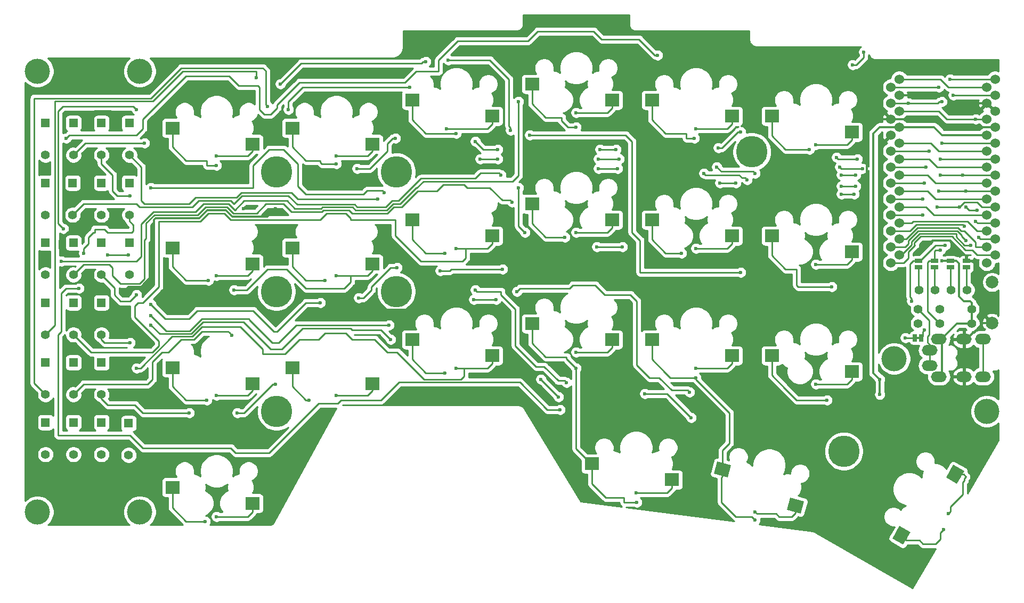
<source format=gtl>
G04 #@! TF.GenerationSoftware,KiCad,Pcbnew,(5.1.0)-1*
G04 #@! TF.CreationDate,2019-04-27T14:25:24+02:00*
G04 #@! TF.ProjectId,prkbd,70726b62-642e-46b6-9963-61645f706362,1*
G04 #@! TF.SameCoordinates,Original*
G04 #@! TF.FileFunction,Copper,L1,Top*
G04 #@! TF.FilePolarity,Positive*
%FSLAX46Y46*%
G04 Gerber Fmt 4.6, Leading zero omitted, Abs format (unit mm)*
G04 Created by KiCad (PCBNEW (5.1.0)-1) date 2019-04-27 14:25:24*
%MOMM*%
%LPD*%
G04 APERTURE LIST*
%ADD10R,2.300000X2.000000*%
%ADD11C,4.000000*%
%ADD12C,5.000000*%
%ADD13O,2.500000X1.700000*%
%ADD14C,1.397000*%
%ADD15R,0.381000X0.381000*%
%ADD16R,0.635000X1.143000*%
%ADD17R,1.143000X0.635000*%
%ADD18C,2.000000*%
%ADD19C,0.100000*%
%ADD20C,1.524000*%
%ADD21C,1.400000*%
%ADD22R,1.400000X1.400000*%
%ADD23C,0.600000*%
%ADD24C,0.250000*%
%ADD25C,0.380000*%
%ADD26C,0.254000*%
G04 APERTURE END LIST*
D10*
X174610000Y-77510000D03*
X161910000Y-74970000D03*
D11*
X61468000Y-67818000D03*
X45212000Y-67818000D03*
X61468000Y-137922000D03*
X45212000Y-137922000D03*
X196088000Y-121920000D03*
X181356000Y-113538000D03*
D12*
X83185000Y-121920000D03*
X173355000Y-128270000D03*
X158750000Y-80645000D03*
X102235000Y-83820000D03*
X102235000Y-102870000D03*
X83185000Y-83820000D03*
X83185000Y-102870000D03*
D10*
X66660000Y-95925000D03*
X79360000Y-98465000D03*
D13*
X188455000Y-110450000D03*
X186955000Y-114650000D03*
X195455000Y-110450000D03*
X192455000Y-110450000D03*
X195455000Y-116400000D03*
X192455000Y-116400000D03*
X188455000Y-116400000D03*
X186955000Y-112200000D03*
D14*
X192913000Y-102616000D03*
X190373000Y-102616000D03*
X187833000Y-102616000D03*
X185293000Y-102616000D03*
D15*
X185166000Y-110236000D03*
D16*
X185666380Y-110236000D03*
X184665620Y-110236000D03*
D17*
X192829354Y-98008710D03*
X192829354Y-99009470D03*
X190284377Y-99021249D03*
X190284377Y-98020489D03*
X187744377Y-98020489D03*
X187744377Y-99021249D03*
X185204377Y-99021249D03*
X185204377Y-98020489D03*
D14*
X185166000Y-105664000D03*
X185166000Y-107950000D03*
X188595000Y-105664000D03*
X193675000Y-105664000D03*
X193675000Y-107950000D03*
X188595000Y-107950000D03*
D18*
X196908679Y-101383437D03*
X196908679Y-107883437D03*
D10*
X66660000Y-76875000D03*
X79360000Y-79415000D03*
X85710000Y-76875000D03*
X98410000Y-79415000D03*
X104760000Y-72430000D03*
X117460000Y-74970000D03*
X136510000Y-72430000D03*
X123810000Y-69890000D03*
X142860000Y-72430000D03*
X155560000Y-74970000D03*
X85710000Y-95925000D03*
X98410000Y-98465000D03*
X117460000Y-94020000D03*
X104760000Y-91480000D03*
X123810000Y-88940000D03*
X136510000Y-91480000D03*
X142860000Y-91480000D03*
X155560000Y-94020000D03*
X174610000Y-96560000D03*
X161910000Y-94020000D03*
X66660000Y-114975000D03*
X79360000Y-117515000D03*
X85710000Y-114975000D03*
X98410000Y-117515000D03*
X104760000Y-110530000D03*
X117460000Y-113070000D03*
X136510000Y-110530000D03*
X123810000Y-107990000D03*
X155560000Y-113070000D03*
X142860000Y-110530000D03*
X174610000Y-115610000D03*
X161910000Y-113070000D03*
X79360000Y-136565000D03*
X66660000Y-134025000D03*
X146035000Y-132820000D03*
X133335000Y-130280000D03*
D18*
X154060766Y-131180355D03*
D19*
G36*
X152691132Y-131848639D02*
G01*
X153208770Y-129916787D01*
X155430400Y-130512071D01*
X154912762Y-132443923D01*
X152691132Y-131848639D01*
X152691132Y-131848639D01*
G37*
D18*
X165670624Y-136920809D03*
D19*
G36*
X164300990Y-137589093D02*
G01*
X164818628Y-135657241D01*
X167040258Y-136252525D01*
X166522620Y-138184377D01*
X164300990Y-137589093D01*
X164300990Y-137589093D01*
G37*
D18*
X182484346Y-141652178D03*
D19*
G36*
X182775371Y-143148107D02*
G01*
X181043321Y-142148107D01*
X182193321Y-140156249D01*
X183925371Y-141156249D01*
X182775371Y-143148107D01*
X182775371Y-143148107D01*
G37*
D18*
X191034050Y-131923655D03*
D19*
G36*
X191325075Y-133419584D02*
G01*
X189593025Y-132419584D01*
X190743025Y-130427726D01*
X192475075Y-131427726D01*
X191325075Y-133419584D01*
X191325075Y-133419584D01*
G37*
D20*
X182151272Y-69088000D03*
X182151272Y-71628000D03*
X182151272Y-74168000D03*
X182151272Y-76708000D03*
X182151272Y-79248000D03*
X182151272Y-81788000D03*
X182151272Y-84328000D03*
X182151272Y-86868000D03*
X182151272Y-89408000D03*
X182151272Y-91948000D03*
X182151272Y-94488000D03*
X182151272Y-97028000D03*
X197371272Y-97028000D03*
X197371272Y-94488000D03*
X197371272Y-91948000D03*
X197371272Y-89408000D03*
X197371272Y-86868000D03*
X197371272Y-84328000D03*
X197371272Y-81788000D03*
X197371272Y-79248000D03*
X197371272Y-76708000D03*
X197371272Y-74168000D03*
X197371272Y-71628000D03*
X197371272Y-69088000D03*
X180824872Y-70358000D03*
X180824872Y-72898000D03*
X180824872Y-75438000D03*
X180824872Y-77978000D03*
X180824872Y-80518000D03*
X180824872Y-83058000D03*
X180824872Y-85598000D03*
X180824872Y-88138000D03*
X180824872Y-90678000D03*
X180824872Y-93218000D03*
X180824872Y-95758000D03*
X180824872Y-98298000D03*
X196064872Y-98298000D03*
X196064872Y-95758000D03*
X196064872Y-93218000D03*
X196064872Y-90678000D03*
X196064872Y-88138000D03*
X196064872Y-85598000D03*
X196064872Y-83058000D03*
X196064872Y-80518000D03*
X196064872Y-77978000D03*
X196064872Y-75438000D03*
X196064872Y-72898000D03*
X196064872Y-70358000D03*
D21*
X46482000Y-128778000D03*
D22*
X46482000Y-123698000D03*
X46482000Y-114173000D03*
D21*
X46482000Y-119253000D03*
D22*
X46482000Y-104648000D03*
D21*
X46482000Y-109728000D03*
X46482000Y-100203000D03*
D22*
X46482000Y-95123000D03*
D21*
X46482000Y-90678000D03*
D22*
X46482000Y-85598000D03*
X46482000Y-76073000D03*
D21*
X46482000Y-81153000D03*
X50927000Y-128778000D03*
D22*
X50927000Y-123698000D03*
X50927000Y-114173000D03*
D21*
X50927000Y-119253000D03*
X50927000Y-109728000D03*
D22*
X50927000Y-104648000D03*
X50927000Y-95123000D03*
D21*
X50927000Y-100203000D03*
X50801471Y-90678000D03*
D22*
X50801471Y-85598000D03*
X50927000Y-76073000D03*
D21*
X50927000Y-81153000D03*
X55372000Y-128778000D03*
D22*
X55372000Y-123698000D03*
X55372000Y-114173000D03*
D21*
X55372000Y-119253000D03*
X55372000Y-109728000D03*
D22*
X55372000Y-104648000D03*
X55372000Y-95123000D03*
D21*
X55372000Y-100203000D03*
X55372000Y-90678000D03*
D22*
X55372000Y-85598000D03*
X55372000Y-76073000D03*
D21*
X55372000Y-81153000D03*
X59690000Y-128905000D03*
D22*
X59690000Y-123825000D03*
X59817000Y-95123000D03*
D21*
X59817000Y-100203000D03*
X59817000Y-90678000D03*
D22*
X59817000Y-85598000D03*
X59817000Y-76073000D03*
D21*
X59817000Y-81153000D03*
D23*
X73660000Y-81280000D03*
X73660000Y-100330000D03*
X73660000Y-119380000D03*
X73660000Y-82804000D03*
X72390000Y-101092000D03*
X72136000Y-120142000D03*
X92710000Y-81280000D03*
X92710000Y-100330000D03*
X92710000Y-119380000D03*
X92710000Y-82550000D03*
X90932000Y-101092000D03*
X88392000Y-120142000D03*
X110236000Y-76962000D03*
X111760000Y-96012000D03*
X111760000Y-115062000D03*
X111760000Y-77724000D03*
X109982000Y-96774000D03*
X109982000Y-115824000D03*
X130810000Y-74422000D03*
X130810000Y-93472000D03*
X130810000Y-112522000D03*
X129032000Y-94234000D03*
X130810000Y-115062000D03*
X149860000Y-76962000D03*
X149860000Y-96012000D03*
X149860000Y-115062000D03*
X147574000Y-96774000D03*
X149860000Y-116586000D03*
X168910000Y-117602000D03*
X168910000Y-98552000D03*
X186182000Y-85598000D03*
X188722000Y-84328000D03*
X192278000Y-84328000D03*
X81788000Y-73406000D03*
X80010000Y-68834000D03*
X49022000Y-98044000D03*
X121666000Y-72644000D03*
X106934000Y-66294000D03*
X83820000Y-69850000D03*
X60960000Y-73914000D03*
X49335265Y-92876775D03*
X168910000Y-79502000D03*
X143764000Y-65278000D03*
X49784000Y-78486000D03*
X185928000Y-88138000D03*
X188468000Y-86868000D03*
X192786000Y-86868000D03*
X76454000Y-102616000D03*
X76114868Y-109813132D03*
X120650000Y-88646000D03*
X138176000Y-95758000D03*
X134112000Y-95758000D03*
X122682000Y-93472000D03*
X121666000Y-86360000D03*
X118872000Y-84328000D03*
X156972000Y-99822000D03*
X123444000Y-77978000D03*
X120396000Y-77216000D03*
X110490000Y-66040000D03*
X104394000Y-70358000D03*
X85090000Y-73914000D03*
X62230000Y-79248000D03*
X185928000Y-90678000D03*
X188214000Y-89408000D03*
X191770000Y-89408000D03*
X83058000Y-117602000D03*
X69342000Y-122174000D03*
X76962000Y-122174000D03*
X60960000Y-115062000D03*
X59944000Y-110998000D03*
X101092000Y-108204000D03*
X63246000Y-106680000D03*
X60960000Y-103378000D03*
X128016000Y-119634000D03*
X125222000Y-116840000D03*
X118110000Y-104140000D03*
X114554000Y-104140000D03*
X102362000Y-99060000D03*
X96266000Y-103886000D03*
X90170000Y-104648000D03*
X63246000Y-104902000D03*
X59690000Y-97028000D03*
X56388000Y-97028000D03*
X148844000Y-118872000D03*
X121412000Y-102870000D03*
X119126000Y-99314000D03*
X109220000Y-99568000D03*
X100330000Y-87122000D03*
X63246000Y-86360000D03*
X59944000Y-87630000D03*
X192532000Y-92456000D03*
X194310000Y-91694000D03*
X194564000Y-89916000D03*
X192786000Y-89408000D03*
X176530000Y-64770000D03*
X174752000Y-66802000D03*
X73660000Y-138684000D03*
X140335000Y-134874000D03*
X101346000Y-110490000D03*
X63246000Y-108204000D03*
X159258000Y-137922000D03*
X128270000Y-121666000D03*
X51816000Y-102362000D03*
X52578000Y-96774000D03*
X189992000Y-138176000D03*
X149098000Y-122936000D03*
X141732000Y-119126000D03*
X129286000Y-117348000D03*
X114808000Y-102616000D03*
X99314000Y-88138000D03*
X188952489Y-98020489D03*
X179070000Y-116840000D03*
X179070000Y-119253000D03*
X186182000Y-108966000D03*
X194056000Y-68072000D03*
X192278000Y-72898000D03*
X192278000Y-76708000D03*
X185928000Y-96266000D03*
X177038000Y-117602000D03*
X187452000Y-75438000D03*
X171958000Y-106680000D03*
X95250000Y-107188000D03*
X83058000Y-89662000D03*
X59182000Y-102616000D03*
X59944000Y-116586000D03*
X62230000Y-123698000D03*
X69850000Y-124968000D03*
X69850000Y-124968000D03*
X80772000Y-125984000D03*
X85598000Y-128016000D03*
X83058000Y-93218000D03*
X91186000Y-86106000D03*
X148590000Y-102616000D03*
X136144000Y-115824000D03*
X133604000Y-124968000D03*
X138430000Y-93980000D03*
X142240000Y-88646000D03*
X139954000Y-75946000D03*
X134112000Y-76708000D03*
X118618000Y-78232000D03*
X113030000Y-83058000D03*
X79756000Y-89408000D03*
X77978000Y-89662000D03*
X71120000Y-84074000D03*
X115316000Y-101092000D03*
X125984000Y-101092000D03*
X99314000Y-72136000D03*
X163322000Y-68580000D03*
X158242000Y-68326000D03*
X143764000Y-67564000D03*
X139192000Y-66548000D03*
X120142000Y-66802000D03*
X115062000Y-67564000D03*
X83058000Y-106934000D03*
X72136000Y-104394000D03*
X70612000Y-111506000D03*
X51054000Y-116332000D03*
X56388000Y-116332000D03*
X60198000Y-108712000D03*
X51054000Y-107188000D03*
X56388000Y-107188000D03*
X63246000Y-96774000D03*
X63246000Y-81280000D03*
X59944000Y-83566000D03*
X56896000Y-82296000D03*
X55372000Y-87630000D03*
X51054000Y-87630000D03*
X57150000Y-91440000D03*
X52578000Y-92710000D03*
X49022000Y-96266000D03*
X46228000Y-97536000D03*
X55118000Y-83820000D03*
X52324000Y-83566000D03*
X49530000Y-83312000D03*
X46482000Y-83058000D03*
X57404000Y-74676000D03*
X53340000Y-75184000D03*
X141732000Y-81280000D03*
X126746000Y-78994000D03*
X123444000Y-84836000D03*
X188976000Y-72644000D03*
X190754000Y-71628000D03*
X183642000Y-72898000D03*
X183134000Y-110236000D03*
X188722000Y-81788000D03*
X186436000Y-83058000D03*
X188722000Y-96266000D03*
X186944000Y-80518000D03*
X188976000Y-79248000D03*
X184150000Y-104394000D03*
X189484000Y-95504000D03*
X194310000Y-75438000D03*
X71882000Y-139446000D03*
X175514000Y-81788000D03*
X172212000Y-81534000D03*
X156972000Y-77470000D03*
X153416000Y-80010000D03*
X137160000Y-80264000D03*
X134620000Y-80264000D03*
X118364000Y-80264000D03*
X114808000Y-78994000D03*
X102108000Y-78486000D03*
X96012000Y-83312000D03*
X176348000Y-83312000D03*
X172720000Y-83058000D03*
X159258000Y-84074000D03*
X153162000Y-83058000D03*
X137668000Y-81788000D03*
X134366000Y-81788000D03*
X118364000Y-81788000D03*
X115570000Y-81788000D03*
X175260000Y-84328000D03*
X172974000Y-84328000D03*
X157988000Y-85090000D03*
X151130000Y-84074000D03*
X137414000Y-83312000D03*
X134366000Y-83312000D03*
X175260000Y-86106000D03*
X172974000Y-86106000D03*
X156210000Y-85598000D03*
X156210000Y-85598000D03*
X153670000Y-85598000D03*
X130810000Y-76708000D03*
X140462000Y-136398000D03*
X159258000Y-139192000D03*
X175006000Y-87376000D03*
X172974000Y-87376000D03*
X149606000Y-78486000D03*
X189230000Y-140716000D03*
X167894000Y-80264000D03*
X171450000Y-102108000D03*
X170688000Y-120142000D03*
X193548000Y-95504000D03*
X194818000Y-94234000D03*
X192786000Y-94742000D03*
X188468000Y-70358000D03*
X190246000Y-69088000D03*
D24*
X79360000Y-137942000D02*
X79360000Y-136692000D01*
X73660000Y-138684000D02*
X78618000Y-138684000D01*
X78618000Y-138684000D02*
X79360000Y-137942000D01*
X68834000Y-139446000D02*
X66660000Y-137272000D01*
X66660000Y-137272000D02*
X66660000Y-134152000D01*
X146035000Y-134132000D02*
X146035000Y-132882000D01*
X140335000Y-134874000D02*
X145293000Y-134874000D01*
X145293000Y-134874000D02*
X146035000Y-134132000D01*
X135509000Y-135636000D02*
X133335000Y-133462000D01*
X133335000Y-133462000D02*
X133335000Y-130342000D01*
X79360000Y-80538000D02*
X79360000Y-79288000D01*
X73660000Y-81280000D02*
X78618000Y-81280000D01*
X78618000Y-81280000D02*
X79360000Y-80538000D01*
X73660000Y-100330000D02*
X78618000Y-100330000D01*
X79360000Y-99588000D02*
X79360000Y-98338000D01*
X78618000Y-100330000D02*
X79360000Y-99588000D01*
X79360000Y-118638000D02*
X79360000Y-117388000D01*
X73660000Y-119380000D02*
X78618000Y-119380000D01*
X78618000Y-119380000D02*
X79360000Y-118638000D01*
X66660000Y-98918000D02*
X66660000Y-95798000D01*
X68834000Y-82042000D02*
X66660000Y-79868000D01*
X68834000Y-101092000D02*
X66660000Y-98918000D01*
X66660000Y-79868000D02*
X66660000Y-76748000D01*
X68834000Y-120142000D02*
X66660000Y-117968000D01*
X66660000Y-117968000D02*
X66660000Y-114848000D01*
X98410000Y-80538000D02*
X98410000Y-79288000D01*
X92710000Y-81280000D02*
X97668000Y-81280000D01*
X97668000Y-81280000D02*
X98410000Y-80538000D01*
X98410000Y-99588000D02*
X98410000Y-98338000D01*
X97668000Y-100330000D02*
X98410000Y-99588000D01*
X98410000Y-118638000D02*
X98410000Y-117388000D01*
X92710000Y-119380000D02*
X97668000Y-119380000D01*
X97668000Y-119380000D02*
X98410000Y-118638000D01*
X85710000Y-98918000D02*
X85710000Y-95798000D01*
X87884000Y-82042000D02*
X85710000Y-79868000D01*
X87884000Y-101092000D02*
X85710000Y-98918000D01*
X85710000Y-79868000D02*
X85710000Y-76748000D01*
X87884000Y-120142000D02*
X85710000Y-117968000D01*
X85710000Y-117968000D02*
X85710000Y-114848000D01*
X117460000Y-76220000D02*
X117460000Y-74970000D01*
X111760000Y-76962000D02*
X116718000Y-76962000D01*
X116718000Y-76962000D02*
X117460000Y-76220000D01*
X117460000Y-95270000D02*
X117460000Y-94020000D01*
X116718000Y-96012000D02*
X117460000Y-95270000D01*
X117460000Y-114320000D02*
X117460000Y-113070000D01*
X116718000Y-115062000D02*
X117460000Y-114320000D01*
X111760000Y-77724000D02*
X111760000Y-77724000D01*
X111760000Y-77724000D02*
X106934000Y-77724000D01*
X104760000Y-94600000D02*
X104760000Y-91480000D01*
X106934000Y-77724000D02*
X104760000Y-75550000D01*
X106934000Y-96774000D02*
X104760000Y-94600000D01*
X104760000Y-75550000D02*
X104760000Y-72430000D01*
X106934000Y-115824000D02*
X104760000Y-113650000D01*
X104760000Y-113650000D02*
X104760000Y-110530000D01*
X136510000Y-73680000D02*
X136510000Y-72430000D01*
X130810000Y-74422000D02*
X135768000Y-74422000D01*
X135768000Y-74422000D02*
X136510000Y-73680000D01*
X130810000Y-93472000D02*
X135768000Y-93472000D01*
X136510000Y-92730000D02*
X136510000Y-91480000D01*
X135768000Y-93472000D02*
X136510000Y-92730000D01*
X136510000Y-111780000D02*
X136510000Y-110530000D01*
X130810000Y-112522000D02*
X135768000Y-112522000D01*
X135768000Y-112522000D02*
X136510000Y-111780000D01*
X123810000Y-92060000D02*
X123810000Y-88940000D01*
X125984000Y-75184000D02*
X123810000Y-73010000D01*
X125984000Y-94234000D02*
X123810000Y-92060000D01*
X123810000Y-73010000D02*
X123810000Y-69890000D01*
X125984000Y-113284000D02*
X123810000Y-111110000D01*
X123810000Y-111110000D02*
X123810000Y-107990000D01*
X155560000Y-76220000D02*
X155560000Y-74970000D01*
X149860000Y-76962000D02*
X154818000Y-76962000D01*
X154818000Y-76962000D02*
X155560000Y-76220000D01*
X149860000Y-96012000D02*
X154818000Y-96012000D01*
X155560000Y-95270000D02*
X155560000Y-94020000D01*
X154818000Y-96012000D02*
X155560000Y-95270000D01*
X155560000Y-114320000D02*
X155560000Y-113070000D01*
X149860000Y-115062000D02*
X154818000Y-115062000D01*
X154818000Y-115062000D02*
X155560000Y-114320000D01*
X142860000Y-94600000D02*
X142860000Y-91480000D01*
X145034000Y-77724000D02*
X142860000Y-75550000D01*
X145034000Y-96774000D02*
X142860000Y-94600000D01*
X142860000Y-75550000D02*
X142860000Y-72430000D01*
X145034000Y-115824000D02*
X142860000Y-113650000D01*
X142860000Y-113650000D02*
X142860000Y-110530000D01*
X174610000Y-116860000D02*
X174610000Y-115610000D01*
X168910000Y-117602000D02*
X173868000Y-117602000D01*
X173868000Y-117602000D02*
X174610000Y-116860000D01*
X164084000Y-118364000D02*
X161910000Y-116190000D01*
X161910000Y-116190000D02*
X161910000Y-113070000D01*
X174610000Y-97810000D02*
X174610000Y-96560000D01*
X168910000Y-98552000D02*
X173868000Y-98552000D01*
X173868000Y-98552000D02*
X174610000Y-97810000D01*
X164084000Y-99314000D02*
X161910000Y-97140000D01*
X161910000Y-97140000D02*
X161910000Y-94020000D01*
X180824872Y-85598000D02*
X186182000Y-85598000D01*
X197371272Y-84328000D02*
X193294000Y-84328000D01*
X186182000Y-85598000D02*
X186182000Y-85598000D01*
X188722000Y-84328000D02*
X188722000Y-84328000D01*
X193294000Y-84328000D02*
X188722000Y-84328000D01*
X44704000Y-117475000D02*
X46482000Y-119253000D01*
X44704000Y-72136000D02*
X44704000Y-117475000D01*
X81488001Y-73106001D02*
X81488001Y-67772001D01*
X81788000Y-73406000D02*
X81488001Y-73106001D01*
X81488001Y-67772001D02*
X81026000Y-67310000D01*
X81026000Y-67310000D02*
X68072000Y-67310000D01*
X68072000Y-67310000D02*
X63246000Y-72136000D01*
X63246000Y-72136000D02*
X44704000Y-72136000D01*
X46482000Y-109728000D02*
X48006000Y-108204000D01*
X48006000Y-108204000D02*
X48006000Y-72586010D01*
X48006000Y-72586010D02*
X63557990Y-72586010D01*
X63557990Y-72586010D02*
X68326000Y-67818000D01*
X68326000Y-67818000D02*
X80010000Y-67818000D01*
X80010000Y-67818000D02*
X80010000Y-68834000D01*
X111760000Y-76962000D02*
X110236000Y-76962000D01*
X49022000Y-98044000D02*
X60960000Y-98044000D01*
X60960000Y-98044000D02*
X61722000Y-97282000D01*
X61722000Y-92107256D02*
X63659256Y-90170000D01*
X61722000Y-97282000D02*
X61722000Y-92107256D01*
X68072000Y-90170000D02*
X70358000Y-90170000D01*
X68072000Y-90170000D02*
X68326000Y-90170000D01*
X63659256Y-90170000D02*
X68072000Y-90170000D01*
X75543049Y-88943971D02*
X76559048Y-89959970D01*
X70358000Y-90170000D02*
X71584029Y-88943971D01*
X71584029Y-88943971D02*
X75543049Y-88943971D01*
X84893991Y-88449991D02*
X86106000Y-89662000D01*
X76559048Y-89959970D02*
X78069027Y-88449991D01*
X78069027Y-88449991D02*
X84893991Y-88449991D01*
X90295590Y-89662000D02*
X90491600Y-89465990D01*
X86106000Y-89662000D02*
X90295590Y-89662000D01*
X90491600Y-89465990D02*
X95307990Y-89465990D01*
X95307990Y-89465990D02*
X95758000Y-89916000D01*
X100709590Y-89916000D02*
X101725590Y-88900000D01*
X95758000Y-89916000D02*
X100709590Y-89916000D01*
X101725590Y-88900000D02*
X102870000Y-88900000D01*
X105352010Y-86417990D02*
X105477600Y-86417990D01*
X102870000Y-88900000D02*
X105352010Y-86417990D01*
X105477600Y-86417990D02*
X106551590Y-85344000D01*
X106609580Y-85401990D02*
X120707990Y-85401990D01*
X106551590Y-85344000D02*
X106609580Y-85401990D01*
X120707990Y-85401990D02*
X121666000Y-84443980D01*
X121666000Y-84443980D02*
X121666000Y-78232000D01*
X121666000Y-78232000D02*
X121666000Y-72644000D01*
X106509736Y-66294000D02*
X106255736Y-66548000D01*
X106934000Y-66294000D02*
X106509736Y-66294000D01*
X106255736Y-66548000D02*
X87122000Y-66548000D01*
X87122000Y-66548000D02*
X83820000Y-69850000D01*
X60960000Y-73914000D02*
X60452000Y-73406000D01*
X60452000Y-73406000D02*
X55118000Y-73406000D01*
X55118000Y-73406000D02*
X49276000Y-73406000D01*
X49276000Y-73406000D02*
X48514000Y-74168000D01*
X48514000Y-74168000D02*
X48514000Y-90170000D01*
X48514000Y-90170000D02*
X48514000Y-92055510D01*
X48514000Y-92055510D02*
X49335265Y-92876775D01*
X174610000Y-78760000D02*
X174610000Y-77510000D01*
X173868000Y-79502000D02*
X174610000Y-78760000D01*
X168910000Y-79502000D02*
X173868000Y-79502000D01*
X143339736Y-65278000D02*
X140799736Y-62738000D01*
X143764000Y-65278000D02*
X143339736Y-65278000D01*
X140799736Y-62738000D02*
X134874000Y-62738000D01*
X134874000Y-62738000D02*
X133604000Y-61468000D01*
X133604000Y-61468000D02*
X124714000Y-61468000D01*
X124714000Y-61468000D02*
X123190000Y-62992000D01*
X123190000Y-62992000D02*
X112014000Y-62992000D01*
X112014000Y-62992000D02*
X108966000Y-66040000D01*
X108966000Y-66040000D02*
X108966000Y-67818000D01*
X108966000Y-67818000D02*
X105918000Y-67818000D01*
X105918000Y-67818000D02*
X105410000Y-67818000D01*
X105410000Y-67818000D02*
X103632000Y-69596000D01*
X103632000Y-69596000D02*
X86868000Y-69596000D01*
X86868000Y-69596000D02*
X83312000Y-73152000D01*
X83312000Y-73152000D02*
X83312000Y-73660000D01*
X83312000Y-73660000D02*
X82296000Y-74676000D01*
X82296000Y-74676000D02*
X81280000Y-74676000D01*
X81280000Y-74676000D02*
X80518000Y-73914000D01*
X80518000Y-73914000D02*
X80518000Y-72898000D01*
X80518000Y-72898000D02*
X80518000Y-70358000D01*
X80518000Y-70358000D02*
X80264000Y-70104000D01*
X80264000Y-70104000D02*
X77216000Y-70104000D01*
X77216000Y-70104000D02*
X75692000Y-68580000D01*
X75692000Y-68580000D02*
X68834000Y-68580000D01*
X68834000Y-68580000D02*
X61976000Y-75438000D01*
X61976000Y-75438000D02*
X61976000Y-76962000D01*
X61976000Y-76962000D02*
X60960000Y-77978000D01*
X60960000Y-77978000D02*
X52578000Y-77978000D01*
X52578000Y-77978000D02*
X50292000Y-77978000D01*
X50292000Y-77978000D02*
X49784000Y-78486000D01*
X180824872Y-88138000D02*
X181610000Y-88138000D01*
X181610000Y-88138000D02*
X185928000Y-88138000D01*
X197371272Y-86868000D02*
X191770000Y-86868000D01*
X185928000Y-88138000D02*
X185928000Y-88138000D01*
X188468000Y-86868000D02*
X188468000Y-86868000D01*
X191770000Y-86868000D02*
X188468000Y-86868000D01*
X94996000Y-100330000D02*
X94996000Y-101346000D01*
X94996000Y-100330000D02*
X97668000Y-100330000D01*
X92710000Y-100330000D02*
X94996000Y-100330000D01*
X94996000Y-101346000D02*
X93980000Y-102362000D01*
X93980000Y-102362000D02*
X87884000Y-102362000D01*
X87884000Y-102362000D02*
X84836000Y-99314000D01*
X84836000Y-99314000D02*
X81788000Y-99314000D01*
X81788000Y-99314000D02*
X78486000Y-102616000D01*
X78486000Y-102616000D02*
X76454000Y-102616000D01*
X52578000Y-117602000D02*
X50927000Y-119253000D01*
X62738000Y-117602000D02*
X52578000Y-117602000D01*
X63500000Y-114046000D02*
X63500000Y-116840000D01*
X65024000Y-112522000D02*
X63500000Y-114046000D01*
X66040000Y-112522000D02*
X65024000Y-112522000D01*
X75521736Y-109220000D02*
X71374000Y-109220000D01*
X71374000Y-109220000D02*
X70104000Y-110490000D01*
X70104000Y-110490000D02*
X68072000Y-110490000D01*
X63500000Y-116840000D02*
X62738000Y-117602000D01*
X68072000Y-110490000D02*
X66040000Y-112522000D01*
X75733868Y-109432132D02*
X76114868Y-109813132D01*
X75733868Y-109432132D02*
X75521736Y-109220000D01*
X113284000Y-96012000D02*
X116718000Y-96012000D01*
X111760000Y-96012000D02*
X113284000Y-96012000D01*
X53721000Y-112522000D02*
X50927000Y-109728000D01*
X63500000Y-112522000D02*
X53721000Y-112522000D01*
X64516000Y-110744000D02*
X64516000Y-111506000D01*
X60706000Y-106934000D02*
X64516000Y-110744000D01*
X60706000Y-105156000D02*
X60706000Y-106934000D01*
X61214000Y-104648000D02*
X60706000Y-105156000D01*
X61976000Y-104648000D02*
X61214000Y-104648000D01*
X64516000Y-102108000D02*
X61976000Y-104648000D01*
X102108000Y-91440000D02*
X94996000Y-91440000D01*
X102108000Y-93980000D02*
X102108000Y-91440000D01*
X74930000Y-90424000D02*
X72390000Y-90424000D01*
X106172000Y-98044000D02*
X102108000Y-93980000D01*
X112776000Y-98044000D02*
X106172000Y-98044000D01*
X113284000Y-97536000D02*
X112776000Y-98044000D01*
X64516000Y-91694000D02*
X64516000Y-102108000D01*
X64516000Y-111506000D02*
X63500000Y-112522000D01*
X94996000Y-91440000D02*
X94996000Y-91186000D01*
X94996000Y-91186000D02*
X94234000Y-90424000D01*
X75946000Y-91440000D02*
X74930000Y-90424000D01*
X72390000Y-90424000D02*
X71120000Y-91694000D01*
X94234000Y-90424000D02*
X91186000Y-90424000D01*
X91186000Y-90424000D02*
X90170000Y-91440000D01*
X113284000Y-96012000D02*
X113284000Y-97536000D01*
X90170000Y-91440000D02*
X75946000Y-91440000D01*
X71120000Y-91694000D02*
X64516000Y-91694000D01*
X57150000Y-100330000D02*
X57150000Y-99060000D01*
X58420000Y-101600000D02*
X57150000Y-100330000D01*
X61468000Y-101600000D02*
X58420000Y-101600000D01*
X62230000Y-100838000D02*
X61468000Y-101600000D01*
X62230000Y-94695002D02*
X62230000Y-100838000D01*
X62484000Y-94441002D02*
X62230000Y-94695002D01*
X52578000Y-98552000D02*
X50927000Y-100203000D01*
X62484000Y-91981666D02*
X62484000Y-94441002D01*
X63801685Y-90663981D02*
X62484000Y-91981666D01*
X76372648Y-90409980D02*
X75356648Y-89393980D01*
X80024020Y-90409980D02*
X76372648Y-90409980D01*
X81534000Y-88900000D02*
X80024020Y-90409980D01*
X56642000Y-98552000D02*
X52578000Y-98552000D01*
X84328000Y-88900000D02*
X81534000Y-88900000D01*
X85598000Y-90170000D02*
X84328000Y-88900000D01*
X100838000Y-90424000D02*
X95250000Y-90424000D01*
X75356648Y-89393980D02*
X71896020Y-89393980D01*
X90424000Y-90170000D02*
X85598000Y-90170000D01*
X70626020Y-90663980D02*
X63801685Y-90663981D01*
X113538000Y-86360000D02*
X113030000Y-85852000D01*
X90678000Y-89916000D02*
X90424000Y-90170000D01*
X71896020Y-89393980D02*
X70626020Y-90663980D01*
X119080001Y-88346001D02*
X117094000Y-86360000D01*
X113030000Y-85852000D02*
X109728000Y-85852000D01*
X109728000Y-85852000D02*
X108712000Y-86868000D01*
X120650000Y-88646000D02*
X120350001Y-88346001D01*
X57150000Y-99060000D02*
X56642000Y-98552000D01*
X120350001Y-88346001D02*
X119080001Y-88346001D01*
X108712000Y-86868000D02*
X105664000Y-86868000D01*
X105664000Y-86868000D02*
X103124000Y-89408000D01*
X103124000Y-89408000D02*
X101854000Y-89408000D01*
X117094000Y-86360000D02*
X113538000Y-86360000D01*
X95250000Y-90424000D02*
X94742000Y-89916000D01*
X101854000Y-89408000D02*
X100838000Y-90424000D01*
X94742000Y-89916000D02*
X90678000Y-89916000D01*
X138176000Y-95758000D02*
X134112000Y-95758000D01*
X122682000Y-93472000D02*
X121666000Y-92456000D01*
X121666000Y-92456000D02*
X121666000Y-86360000D01*
X52579471Y-88900000D02*
X50801471Y-90678000D01*
X60960000Y-88900000D02*
X52579471Y-88900000D01*
X61468000Y-89408000D02*
X60960000Y-88900000D01*
X69850000Y-89408000D02*
X61468000Y-89408000D01*
X106368009Y-84893991D02*
X106114009Y-84893991D01*
X106426000Y-84836000D02*
X106368009Y-84893991D01*
X100581180Y-89408000D02*
X96012000Y-89408000D01*
X114808000Y-84836000D02*
X106426000Y-84836000D01*
X115615999Y-84028001D02*
X114808000Y-84836000D01*
X118872000Y-84328000D02*
X118572001Y-84028001D01*
X85090000Y-87630000D02*
X77724000Y-87630000D01*
X75946000Y-88392000D02*
X70866000Y-88392000D01*
X106114009Y-84893991D02*
X102616000Y-88392000D01*
X86475980Y-89015980D02*
X85090000Y-87630000D01*
X76454000Y-88900000D02*
X75946000Y-88392000D01*
X70866000Y-88392000D02*
X69850000Y-89408000D01*
X102616000Y-88392000D02*
X101597180Y-88392000D01*
X101597180Y-88392000D02*
X100581180Y-89408000D01*
X96012000Y-89408000D02*
X95619980Y-89015980D01*
X118572001Y-84028001D02*
X115615999Y-84028001D01*
X95619980Y-89015980D02*
X86475980Y-89015980D01*
X77724000Y-87630000D02*
X76454000Y-88900000D01*
X156972000Y-99822000D02*
X140970000Y-99822000D01*
X140970000Y-99822000D02*
X140970000Y-94742000D01*
X140970000Y-94742000D02*
X139700000Y-93472000D01*
X139700000Y-93472000D02*
X139700000Y-78994000D01*
X139700000Y-78994000D02*
X138684000Y-77978000D01*
X138684000Y-77978000D02*
X123444000Y-77978000D01*
X120396000Y-76791736D02*
X120142000Y-76537736D01*
X120396000Y-77216000D02*
X120396000Y-76791736D01*
X120142000Y-76537736D02*
X120142000Y-69088000D01*
X120142000Y-69088000D02*
X117094000Y-66040000D01*
X117094000Y-66040000D02*
X110490000Y-66040000D01*
X104394000Y-70358000D02*
X87376000Y-70358000D01*
X87376000Y-70358000D02*
X85090000Y-72644000D01*
X85090000Y-72644000D02*
X85090000Y-73914000D01*
X52832000Y-79248000D02*
X50927000Y-81153000D01*
X62230000Y-79248000D02*
X52832000Y-79248000D01*
X180824872Y-90678000D02*
X181610000Y-90678000D01*
X181610000Y-90678000D02*
X185674000Y-90678000D01*
X185674000Y-90678000D02*
X185928000Y-90678000D01*
X185928000Y-90678000D02*
X185928000Y-90678000D01*
X188214000Y-89408000D02*
X188214000Y-89408000D01*
X191770000Y-89408000D02*
X188214000Y-89408000D01*
X192532000Y-88646000D02*
X191770000Y-89408000D01*
X194564000Y-88646000D02*
X192532000Y-88646000D01*
X197371272Y-89408000D02*
X195326000Y-89408000D01*
X195326000Y-89408000D02*
X194564000Y-88646000D01*
X55372000Y-119888000D02*
X55372000Y-119253000D01*
X82633736Y-117602000D02*
X78061736Y-122174000D01*
X83058000Y-117602000D02*
X82633736Y-117602000D01*
X78061736Y-122174000D02*
X76962000Y-122174000D01*
X60706000Y-120904000D02*
X56388000Y-120904000D01*
X61976000Y-122174000D02*
X60706000Y-120904000D01*
X56388000Y-120904000D02*
X55372000Y-119888000D01*
X69342000Y-122174000D02*
X61976000Y-122174000D01*
X113030000Y-115062000D02*
X116718000Y-115062000D01*
X111760000Y-115062000D02*
X113030000Y-115062000D01*
X112522000Y-116840000D02*
X113030000Y-116332000D01*
X106680000Y-116840000D02*
X112522000Y-116840000D01*
X102362000Y-112522000D02*
X106680000Y-116840000D01*
X113030000Y-116332000D02*
X113030000Y-115062000D01*
X100838000Y-112522000D02*
X102362000Y-112522000D01*
X95250000Y-110490000D02*
X98806000Y-110490000D01*
X94234000Y-109474000D02*
X95250000Y-110490000D01*
X98806000Y-110490000D02*
X100838000Y-112522000D01*
X89916000Y-110490000D02*
X90932000Y-109474000D01*
X73914000Y-108458000D02*
X77470000Y-108458000D01*
X77470000Y-108458000D02*
X81026000Y-112014000D01*
X81026000Y-112776000D02*
X84582000Y-112776000D01*
X90932000Y-109474000D02*
X94234000Y-109474000D01*
X84582000Y-112776000D02*
X86868000Y-110490000D01*
X81026000Y-112014000D02*
X81026000Y-112776000D01*
X86868000Y-110490000D02*
X89916000Y-110490000D01*
X73914000Y-108458000D02*
X71374000Y-108458000D01*
X69792010Y-110039990D02*
X67760010Y-110039990D01*
X71374000Y-108458000D02*
X69792010Y-110039990D01*
X66618420Y-110039990D02*
X61596410Y-115062000D01*
X67760010Y-110039990D02*
X66618420Y-110039990D01*
X61596410Y-115062000D02*
X60960000Y-115062000D01*
X55372000Y-110490000D02*
X55880000Y-110998000D01*
X59944000Y-110998000D02*
X55880000Y-110998000D01*
X55372000Y-110490000D02*
X55372000Y-109728000D01*
X86868000Y-108204000D02*
X86360000Y-108204000D01*
X101092000Y-108204000D02*
X86868000Y-108204000D01*
X86360000Y-108204000D02*
X83566000Y-110998000D01*
X83566000Y-110998000D02*
X82550000Y-110998000D01*
X82550000Y-110998000D02*
X78994000Y-107442000D01*
X71313189Y-107245991D02*
X69419210Y-109139970D01*
X78994000Y-107442000D02*
X78797990Y-107245990D01*
X78797990Y-107245990D02*
X71313189Y-107245991D01*
X69419210Y-109139970D02*
X65705970Y-109139970D01*
X65705970Y-109139970D02*
X63246000Y-106680000D01*
X57467500Y-102298500D02*
X55372000Y-100203000D01*
X57467500Y-103441500D02*
X57467500Y-102298500D01*
X58420000Y-104394000D02*
X57467500Y-103441500D01*
X59944000Y-104394000D02*
X58420000Y-104394000D01*
X60960000Y-103378000D02*
X59944000Y-104394000D01*
X128016000Y-119634000D02*
X125222000Y-116840000D01*
X118110000Y-104140000D02*
X114554000Y-104140000D01*
X102362000Y-99060000D02*
X101346000Y-99060000D01*
X101346000Y-99060000D02*
X98298000Y-102108000D01*
X98298000Y-102108000D02*
X98298000Y-102616000D01*
X98298000Y-102616000D02*
X97028000Y-103886000D01*
X97028000Y-103886000D02*
X96266000Y-103886000D01*
X90170000Y-104648000D02*
X87884000Y-104648000D01*
X87884000Y-104648000D02*
X83312000Y-109220000D01*
X83312000Y-109220000D02*
X82804000Y-109220000D01*
X82804000Y-109220000D02*
X79502000Y-105918000D01*
X79502000Y-105918000D02*
X72898000Y-105918000D01*
X72898000Y-105918000D02*
X70612000Y-105918000D01*
X70612000Y-105918000D02*
X69342000Y-107188000D01*
X69342000Y-107188000D02*
X65532000Y-107188000D01*
X65532000Y-107188000D02*
X63246000Y-104902000D01*
X59690000Y-97028000D02*
X56388000Y-97028000D01*
X174610000Y-116860000D02*
X174498000Y-116972000D01*
X148544001Y-118572001D02*
X146004001Y-118572001D01*
X148844000Y-118872000D02*
X148544001Y-118572001D01*
X146004001Y-118572001D02*
X144018000Y-116586000D01*
X144018000Y-116586000D02*
X142494000Y-116586000D01*
X142494000Y-116586000D02*
X140462000Y-114554000D01*
X140462000Y-104394000D02*
X139446000Y-103378000D01*
X140462000Y-114554000D02*
X140462000Y-104394000D01*
X139446000Y-103378000D02*
X135382000Y-103378000D01*
X135382000Y-103378000D02*
X133858000Y-101854000D01*
X130302000Y-101854000D02*
X129794000Y-102362000D01*
X133858000Y-101854000D02*
X130302000Y-101854000D01*
X129794000Y-102362000D02*
X121920000Y-102362000D01*
X121920000Y-102362000D02*
X121412000Y-102870000D01*
X110744000Y-99568000D02*
X109220000Y-99568000D01*
X110998000Y-99314000D02*
X110744000Y-99568000D01*
X119126000Y-99314000D02*
X110998000Y-99314000D01*
X100030001Y-86822001D02*
X97581999Y-86822001D01*
X100330000Y-87122000D02*
X100030001Y-86822001D01*
X97028000Y-87376000D02*
X87884000Y-87376000D01*
X97581999Y-86822001D02*
X97028000Y-87376000D01*
X87884000Y-87376000D02*
X86614000Y-86106000D01*
X86614000Y-86106000D02*
X86614000Y-82550000D01*
X86614000Y-82550000D02*
X84328000Y-80264000D01*
X84328000Y-80264000D02*
X82042000Y-80264000D01*
X82042000Y-80264000D02*
X80264000Y-82042000D01*
X80264000Y-82042000D02*
X79502000Y-82804000D01*
X79502000Y-82804000D02*
X79502000Y-83566000D01*
X79502000Y-83566000D02*
X79502000Y-86360000D01*
X79502000Y-86360000D02*
X63246000Y-86360000D01*
X63246000Y-86360000D02*
X63246000Y-86360000D01*
X59944000Y-87630000D02*
X57912000Y-87630000D01*
X57912000Y-87630000D02*
X57150000Y-86868000D01*
X57150000Y-86868000D02*
X57150000Y-84328000D01*
X55372000Y-82550000D02*
X55372000Y-81153000D01*
X57150000Y-84328000D02*
X55372000Y-82550000D01*
X180824872Y-93218000D02*
X183388000Y-93218000D01*
X183388000Y-93218000D02*
X183896000Y-93218000D01*
X183896000Y-93218000D02*
X184150000Y-92964000D01*
X184150000Y-92964000D02*
X184150000Y-92964000D01*
X184150000Y-92964000D02*
X184912000Y-92202000D01*
X184912000Y-92202000D02*
X192278000Y-92202000D01*
X192278000Y-92202000D02*
X192532000Y-92456000D01*
X192532000Y-92456000D02*
X192532000Y-92456000D01*
X194609999Y-91993999D02*
X195280001Y-91993999D01*
X194310000Y-91694000D02*
X194609999Y-91993999D01*
X195326000Y-91948000D02*
X197371272Y-91948000D01*
X195280001Y-91993999D02*
X195326000Y-91948000D01*
X194564000Y-89916000D02*
X193294000Y-89916000D01*
X193294000Y-89916000D02*
X192786000Y-89408000D01*
X175343736Y-66802000D02*
X174752000Y-66802000D01*
X174752000Y-66802000D02*
X174752000Y-66802000D01*
X176530000Y-65615736D02*
X176530000Y-64770000D01*
X176317868Y-65827868D02*
X176530000Y-65615736D01*
X176317868Y-65827868D02*
X175343736Y-66802000D01*
X101346000Y-110490000D02*
X99822000Y-108966000D01*
X99822000Y-108966000D02*
X95250000Y-108966000D01*
X95250000Y-108966000D02*
X94996000Y-108712000D01*
X94996000Y-108712000D02*
X87376000Y-108712000D01*
X87376000Y-108712000D02*
X84074000Y-112014000D01*
X84074000Y-112014000D02*
X82296000Y-112014000D01*
X82296000Y-112014000D02*
X77978000Y-107696000D01*
X69605610Y-109589980D02*
X67946410Y-109589980D01*
X77978000Y-107696000D02*
X71499590Y-107696000D01*
X71499590Y-107696000D02*
X69605610Y-109589980D01*
X67946410Y-109589980D02*
X66663980Y-109589980D01*
X66663980Y-109589980D02*
X64631980Y-109589980D01*
X64631980Y-109589980D02*
X63246000Y-108204000D01*
X165670624Y-138113376D02*
X165670624Y-136920809D01*
X165100000Y-138684000D02*
X165670624Y-138113376D01*
X163068000Y-138684000D02*
X165100000Y-138684000D01*
X162605999Y-138221999D02*
X163068000Y-138684000D01*
X159258000Y-137922000D02*
X159557999Y-138221999D01*
X159557999Y-138221999D02*
X162605999Y-138221999D01*
X128270000Y-121666000D02*
X126238000Y-121666000D01*
X121862010Y-117290010D02*
X102673990Y-117290010D01*
X126238000Y-121666000D02*
X121862010Y-117290010D01*
X102673990Y-117290010D02*
X99822000Y-120142000D01*
X99822000Y-120142000D02*
X94488000Y-120142000D01*
X94488000Y-120142000D02*
X93472000Y-120142000D01*
X93472000Y-120142000D02*
X92964000Y-120650000D01*
X92964000Y-120650000D02*
X89916000Y-120650000D01*
X89916000Y-120650000D02*
X88392000Y-122174000D01*
X88392000Y-122174000D02*
X82042000Y-128524000D01*
X82042000Y-128524000D02*
X76708000Y-128524000D01*
X76708000Y-128524000D02*
X75946000Y-127762000D01*
X75946000Y-127762000D02*
X61976000Y-127762000D01*
X61976000Y-127762000D02*
X59944000Y-125730000D01*
X59944000Y-125730000D02*
X48514000Y-125730000D01*
X48456010Y-125672010D02*
X48456010Y-109785990D01*
X48514000Y-125730000D02*
X48456010Y-125672010D01*
X48456010Y-109785990D02*
X49022000Y-109220000D01*
X49022000Y-109220000D02*
X49022000Y-103124000D01*
X49022000Y-103124000D02*
X49784000Y-102362000D01*
X49784000Y-102362000D02*
X51816000Y-102362000D01*
X59817000Y-91667949D02*
X59817000Y-90678000D01*
X60452000Y-93218000D02*
X60452000Y-92302949D01*
X55880000Y-92964000D02*
X56388000Y-93472000D01*
X54356000Y-92964000D02*
X55880000Y-92964000D01*
X60452000Y-92302949D02*
X59817000Y-91667949D01*
X60198000Y-93472000D02*
X60452000Y-93218000D01*
X52578000Y-96774000D02*
X52578000Y-96012000D01*
X52578000Y-96012000D02*
X53340000Y-95250000D01*
X53340000Y-95250000D02*
X53340000Y-94234000D01*
X53340000Y-94234000D02*
X54102000Y-93472000D01*
X56388000Y-93472000D02*
X60198000Y-93472000D01*
X54102000Y-93472000D02*
X54356000Y-93472000D01*
X54356000Y-93472000D02*
X54356000Y-92964000D01*
X192375655Y-131923655D02*
X191034050Y-131923655D01*
X192786000Y-132334000D02*
X192375655Y-131923655D01*
X192532000Y-132588000D02*
X192786000Y-132334000D01*
X190291999Y-137876001D02*
X190291999Y-137114001D01*
X189992000Y-138176000D02*
X190291999Y-137876001D01*
X190291999Y-137114001D02*
X192278000Y-135128000D01*
X192278000Y-135128000D02*
X192278000Y-133167605D01*
X192278000Y-133167605D02*
X192532000Y-132913605D01*
X192532000Y-132913605D02*
X192532000Y-132588000D01*
X149098000Y-122936000D02*
X145288000Y-119126000D01*
X145288000Y-119126000D02*
X141732000Y-119126000D01*
X128986001Y-117048001D02*
X127970001Y-117048001D01*
X129286000Y-117348000D02*
X128986001Y-117048001D01*
X127970001Y-117048001D02*
X125730000Y-114808000D01*
X125730000Y-114808000D02*
X124460000Y-114808000D01*
X124460000Y-114808000D02*
X121158000Y-111506000D01*
X121158000Y-111506000D02*
X121158000Y-105664000D01*
X121158000Y-105664000D02*
X118872000Y-103378000D01*
X118872000Y-103378000D02*
X118872000Y-102870000D01*
X118872000Y-102870000D02*
X116840000Y-102870000D01*
X116840000Y-102870000D02*
X115062000Y-102870000D01*
X115062000Y-102870000D02*
X114808000Y-102616000D01*
X61722000Y-83058000D02*
X59817000Y-81153000D01*
X61722000Y-88392000D02*
X61722000Y-83058000D01*
X62230000Y-88900000D02*
X61722000Y-88392000D01*
X69342000Y-88900000D02*
X62230000Y-88900000D01*
X99314000Y-88138000D02*
X86614000Y-88138000D01*
X85598000Y-87122000D02*
X77595590Y-87122000D01*
X77595590Y-87122000D02*
X76833590Y-87884000D01*
X86614000Y-88138000D02*
X85598000Y-87122000D01*
X76833590Y-87884000D02*
X70358000Y-87884000D01*
X70358000Y-87884000D02*
X69342000Y-88900000D01*
D25*
X188976000Y-77978000D02*
X196064872Y-77978000D01*
X182151272Y-76708000D02*
X187706000Y-76708000D01*
X187706000Y-76708000D02*
X188976000Y-77978000D01*
X188952489Y-98020489D02*
X190284377Y-98020489D01*
X193675000Y-105664000D02*
X193675000Y-107950000D01*
X188855000Y-110450000D02*
X188455000Y-110450000D01*
X191355000Y-107950000D02*
X188855000Y-110450000D01*
X193675000Y-107950000D02*
X191355000Y-107950000D01*
X188455000Y-110450000D02*
X188976000Y-110971000D01*
X188976000Y-115879000D02*
X188455000Y-116400000D01*
X188976000Y-110971000D02*
X188976000Y-115879000D01*
X179070000Y-116840000D02*
X179070000Y-117348000D01*
X179070000Y-76708000D02*
X182151272Y-76708000D01*
X178054000Y-77724000D02*
X179070000Y-76708000D01*
X179070000Y-116840000D02*
X178054000Y-115824000D01*
X178054000Y-115824000D02*
X178054000Y-77724000D01*
X179070000Y-116840000D02*
X179070000Y-119253000D01*
X190284377Y-98020489D02*
X191238489Y-98020489D01*
X193675000Y-104676172D02*
X193675000Y-105664000D01*
X191238489Y-98020489D02*
X191643000Y-98425000D01*
X191643000Y-103632000D02*
X192405000Y-104394000D01*
X192405000Y-104394000D02*
X193392828Y-104394000D01*
X191643000Y-98425000D02*
X191643000Y-103632000D01*
X193392828Y-104394000D02*
X193675000Y-104676172D01*
D24*
X186955000Y-112200000D02*
X186955000Y-114650000D01*
X186955000Y-111263000D02*
X186955000Y-112200000D01*
X186690000Y-110998000D02*
X186955000Y-111263000D01*
X186690000Y-109982000D02*
X186690000Y-110998000D01*
X186944000Y-109728000D02*
X186690000Y-109982000D01*
X186944000Y-107442000D02*
X186944000Y-109728000D01*
X185166000Y-105664000D02*
X186944000Y-107442000D01*
X185928000Y-109989501D02*
X185681501Y-110236000D01*
X195455000Y-116400000D02*
X195455000Y-110450000D01*
X185928000Y-109220000D02*
X186182000Y-108966000D01*
X185928000Y-109220000D02*
X185928000Y-109989501D01*
D25*
X197334872Y-74168000D02*
X196064872Y-72898000D01*
X197371272Y-74168000D02*
X197334872Y-74168000D01*
X196064872Y-72898000D02*
X192278000Y-72898000D01*
X190500000Y-72898000D02*
X189230000Y-71628000D01*
X189230000Y-71628000D02*
X182151272Y-71628000D01*
X187960000Y-75438000D02*
X187452000Y-75438000D01*
X197371272Y-76708000D02*
X192278000Y-76708000D01*
X189230000Y-76708000D02*
X187960000Y-75438000D01*
X192278000Y-72898000D02*
X190500000Y-72898000D01*
X192278000Y-76708000D02*
X189230000Y-76708000D01*
X192829354Y-97311210D02*
X192829354Y-98008710D01*
X190260144Y-94742000D02*
X192829354Y-97311210D01*
X187452000Y-94742000D02*
X190260144Y-94742000D01*
X185928000Y-96266000D02*
X187452000Y-94742000D01*
X195494466Y-107883437D02*
X196908679Y-107883437D01*
X194339402Y-109038501D02*
X195494466Y-107883437D01*
X194237499Y-109038501D02*
X194339402Y-109038501D01*
X194237499Y-109067501D02*
X194237499Y-109038501D01*
X192455000Y-110450000D02*
X192855000Y-110450000D01*
X192855000Y-110450000D02*
X194237499Y-109067501D01*
X193780854Y-98008710D02*
X192829354Y-98008710D01*
X195072000Y-99299856D02*
X193780854Y-98008710D01*
X195072000Y-107460971D02*
X195072000Y-99299856D01*
X195494466Y-107883437D02*
X195072000Y-107460971D01*
X192455000Y-110450000D02*
X192455000Y-116400000D01*
X187452000Y-75438000D02*
X180824872Y-75438000D01*
X178816000Y-75438000D02*
X180824872Y-75438000D01*
X177038000Y-117602000D02*
X177038000Y-106680000D01*
X177038000Y-77216000D02*
X178816000Y-75438000D01*
X177038000Y-106680000D02*
X177038000Y-77216000D01*
X177038000Y-106680000D02*
X171958000Y-106680000D01*
X171958000Y-106680000D02*
X171958000Y-106680000D01*
X171958000Y-106680000D02*
X161544000Y-106680000D01*
X161544000Y-106680000D02*
X157480000Y-102616000D01*
X157480000Y-102616000D02*
X148590000Y-102616000D01*
X136144000Y-102616000D02*
X134620000Y-101092000D01*
X134620000Y-101092000D02*
X125984000Y-101092000D01*
X109631999Y-105760001D02*
X99410001Y-105760001D01*
X114300000Y-101092000D02*
X109631999Y-105760001D01*
X99410001Y-105760001D02*
X96677999Y-105760001D01*
X96677999Y-105760001D02*
X95250000Y-107188000D01*
X75143324Y-89908990D02*
X72176676Y-89908990D01*
X76159324Y-90924990D02*
X75143324Y-89908990D01*
X83058000Y-89662000D02*
X81795010Y-90924990D01*
X81795010Y-90924990D02*
X76159324Y-90924990D01*
X70906676Y-91178990D02*
X64015010Y-91178990D01*
X72176676Y-89908990D02*
X70906676Y-91178990D01*
X64015010Y-91178990D02*
X63754000Y-91440000D01*
X63754000Y-91440000D02*
X63754000Y-93726000D01*
X63754000Y-100042334D02*
X61681324Y-102115010D01*
X61681324Y-102115010D02*
X59682990Y-102115010D01*
X59682990Y-102115010D02*
X59182000Y-102616000D01*
X62529999Y-123997999D02*
X68879999Y-123997999D01*
X62230000Y-123698000D02*
X62529999Y-123997999D01*
X68879999Y-123997999D02*
X69850000Y-124968000D01*
X69850000Y-124968000D02*
X79756000Y-124968000D01*
X79756000Y-124968000D02*
X80772000Y-125984000D01*
X136144000Y-116248264D02*
X136906000Y-117010264D01*
X136144000Y-115824000D02*
X136144000Y-116248264D01*
X136906000Y-117010264D02*
X136906000Y-121666000D01*
X136906000Y-121666000D02*
X133604000Y-124968000D01*
X139192000Y-97790000D02*
X139700000Y-97282000D01*
X139192000Y-102616000D02*
X139192000Y-97790000D01*
X139192000Y-102616000D02*
X136144000Y-102616000D01*
X148590000Y-102616000D02*
X139192000Y-102616000D01*
X139700000Y-97282000D02*
X139700000Y-95250000D01*
X139700000Y-95250000D02*
X138430000Y-93980000D01*
X142240000Y-88646000D02*
X141732000Y-88138000D01*
X141732000Y-88138000D02*
X141732000Y-81280000D01*
X141732000Y-77724000D02*
X139954000Y-75946000D01*
X139954000Y-75946000D02*
X134874000Y-75946000D01*
X134874000Y-75946000D02*
X134112000Y-76708000D01*
X118618000Y-78232000D02*
X120142000Y-79756000D01*
X119550264Y-83058000D02*
X113030000Y-83058000D01*
X113030000Y-83058000D02*
X113030000Y-83058000D01*
X119634000Y-83058000D02*
X120142000Y-82550000D01*
X119550264Y-83058000D02*
X119634000Y-83058000D01*
X120142000Y-79756000D02*
X120142000Y-82550000D01*
X79756000Y-89408000D02*
X78232000Y-89408000D01*
X78232000Y-89408000D02*
X77978000Y-89662000D01*
X115316000Y-101092000D02*
X114300000Y-101092000D01*
X125984000Y-101092000D02*
X115316000Y-101092000D01*
X113030000Y-83058000D02*
X110236000Y-83058000D01*
X110236000Y-83058000D02*
X99314000Y-72136000D01*
X163322000Y-68580000D02*
X158496000Y-68580000D01*
X158496000Y-68580000D02*
X158242000Y-68326000D01*
X143764000Y-67564000D02*
X140462000Y-67564000D01*
X140462000Y-67564000D02*
X139446000Y-66548000D01*
X139446000Y-66548000D02*
X139192000Y-66548000D01*
X82758001Y-106634001D02*
X81996001Y-106634001D01*
X83058000Y-106934000D02*
X82758001Y-106634001D01*
X81996001Y-106634001D02*
X79756000Y-104394000D01*
X79756000Y-104394000D02*
X72136000Y-104394000D01*
X59944000Y-116586000D02*
X57150000Y-116586000D01*
X57150000Y-116586000D02*
X56896000Y-116332000D01*
X56896000Y-116332000D02*
X56388000Y-116332000D01*
X56388000Y-116332000D02*
X51054000Y-116332000D01*
X60198000Y-108712000D02*
X57912000Y-108712000D01*
X57912000Y-108712000D02*
X56388000Y-107188000D01*
X56388000Y-107188000D02*
X56388000Y-107188000D01*
X56388000Y-107188000D02*
X51054000Y-107188000D01*
X63754000Y-97282000D02*
X63246000Y-96774000D01*
X63754000Y-98044000D02*
X63754000Y-97282000D01*
X63754000Y-98044000D02*
X63754000Y-100042334D01*
X63754000Y-93726000D02*
X63754000Y-98044000D01*
X71120000Y-84074000D02*
X66040000Y-84074000D01*
X66040000Y-84074000D02*
X63246000Y-81280000D01*
X59944000Y-83566000D02*
X58166000Y-83566000D01*
X58166000Y-83566000D02*
X56896000Y-82296000D01*
X55372000Y-87630000D02*
X51054000Y-87630000D01*
X52153736Y-92710000D02*
X51391736Y-93472000D01*
X52578000Y-92710000D02*
X52153736Y-92710000D01*
X51391736Y-93472000D02*
X50038000Y-93472000D01*
X50038000Y-93472000D02*
X48768000Y-94742000D01*
X48768000Y-94742000D02*
X48768000Y-96012000D01*
X48768000Y-96012000D02*
X49022000Y-96266000D01*
X55118000Y-83820000D02*
X52578000Y-83820000D01*
X52578000Y-83820000D02*
X52324000Y-83566000D01*
X52324000Y-83566000D02*
X49784000Y-83566000D01*
X49784000Y-83566000D02*
X49530000Y-83312000D01*
X57404000Y-74676000D02*
X56896000Y-74168000D01*
X56896000Y-74168000D02*
X54356000Y-74168000D01*
X54356000Y-74168000D02*
X53340000Y-75184000D01*
X141732000Y-81280000D02*
X141732000Y-77724000D01*
X126746000Y-78994000D02*
X126746000Y-81534000D01*
X126746000Y-81534000D02*
X123444000Y-84836000D01*
D24*
X185204377Y-102577623D02*
X185166000Y-102616000D01*
X185204377Y-99021249D02*
X185204377Y-102577623D01*
X187744377Y-102577623D02*
X187706000Y-102616000D01*
X187744377Y-99021249D02*
X187744377Y-102577623D01*
X190284377Y-102577623D02*
X190246000Y-102616000D01*
X190284377Y-99021249D02*
X190284377Y-102577623D01*
X192829354Y-102572646D02*
X192786000Y-102616000D01*
X192829354Y-99009470D02*
X192829354Y-102572646D01*
X180824872Y-72898000D02*
X183642000Y-72898000D01*
X190754000Y-71628000D02*
X197371272Y-71628000D01*
X183134000Y-110236000D02*
X184650499Y-110236000D01*
X188297736Y-72898000D02*
X188214000Y-72898000D01*
X188551736Y-72644000D02*
X188297736Y-72898000D01*
X188976000Y-72644000D02*
X188551736Y-72644000D01*
X183642000Y-72898000D02*
X188214000Y-72898000D01*
X197371272Y-81788000D02*
X196596000Y-81788000D01*
X196596000Y-81788000D02*
X188722000Y-81788000D01*
X180824872Y-83058000D02*
X181610000Y-83058000D01*
X181610000Y-83058000D02*
X186436000Y-83058000D01*
X188722000Y-81788000D02*
X188722000Y-81788000D01*
X186436000Y-83058000D02*
X186436000Y-83058000D01*
X188722000Y-96266000D02*
X187960000Y-96266000D01*
X187744377Y-96481623D02*
X187744377Y-98020489D01*
X187960000Y-96266000D02*
X187744377Y-96481623D01*
X186690000Y-98298000D02*
X186667683Y-98275683D01*
X186667683Y-98275683D02*
X186922877Y-98020489D01*
X186922877Y-98020489D02*
X187744377Y-98020489D01*
X188595000Y-107950000D02*
X186690000Y-106045000D01*
X186690000Y-106045000D02*
X186690000Y-98298000D01*
X180824872Y-80518000D02*
X186944000Y-80518000D01*
X197371272Y-79248000D02*
X188976000Y-79248000D01*
X186944000Y-80518000D02*
X186944000Y-80518000D01*
X188976000Y-79248000D02*
X188976000Y-79248000D01*
X184150000Y-103969736D02*
X183896000Y-103715736D01*
X184150000Y-104394000D02*
X184150000Y-103969736D01*
X184382877Y-98020489D02*
X185204377Y-98020489D01*
X183896000Y-98507366D02*
X184382877Y-98020489D01*
X183896000Y-103715736D02*
X183896000Y-98507366D01*
X189484000Y-95504000D02*
X187960000Y-95504000D01*
X185458377Y-98020489D02*
X185204377Y-98020489D01*
X187960000Y-95518866D02*
X185458377Y-98020489D01*
X187960000Y-95504000D02*
X187960000Y-95518866D01*
X196064872Y-75438000D02*
X194310000Y-75438000D01*
X189738000Y-75438000D02*
X188468000Y-74168000D01*
X188468000Y-74168000D02*
X182151272Y-74168000D01*
X194310000Y-75438000D02*
X189738000Y-75438000D01*
X182151272Y-79248000D02*
X187198000Y-79248000D01*
X187198000Y-79248000D02*
X188468000Y-80518000D01*
X188468000Y-80518000D02*
X196064872Y-80518000D01*
X175514000Y-81788000D02*
X172466000Y-81788000D01*
X172466000Y-81788000D02*
X172212000Y-81534000D01*
X156547736Y-77470000D02*
X154007736Y-80010000D01*
X156972000Y-77470000D02*
X156547736Y-77470000D01*
X154007736Y-80010000D02*
X153416000Y-80010000D01*
X137160000Y-80264000D02*
X134620000Y-80264000D01*
X118364000Y-80264000D02*
X116078000Y-80264000D01*
X116078000Y-80264000D02*
X114808000Y-78994000D01*
X101683736Y-78486000D02*
X100838000Y-79331736D01*
X102108000Y-78486000D02*
X101683736Y-78486000D01*
X100838000Y-79331736D02*
X100838000Y-80518000D01*
X100838000Y-80518000D02*
X98044000Y-83312000D01*
X98044000Y-83312000D02*
X96012000Y-83312000D01*
X72136000Y-82042000D02*
X72136000Y-82804000D01*
X72136000Y-82042000D02*
X68834000Y-82042000D01*
X72136000Y-82804000D02*
X73660000Y-82804000D01*
X68834000Y-139446000D02*
X71882000Y-139446000D01*
X68834000Y-120142000D02*
X72136000Y-120142000D01*
X68834000Y-101092000D02*
X72390000Y-101092000D01*
X182151272Y-81788000D02*
X186944000Y-81788000D01*
X186944000Y-81788000D02*
X188214000Y-83058000D01*
X188214000Y-83058000D02*
X196064872Y-83058000D01*
X176348000Y-83312000D02*
X172974000Y-83312000D01*
X172974000Y-83312000D02*
X172720000Y-83058000D01*
X158958001Y-83774001D02*
X153878001Y-83774001D01*
X159258000Y-84074000D02*
X158958001Y-83774001D01*
X153878001Y-83774001D02*
X153162000Y-83058000D01*
X137668000Y-81788000D02*
X134366000Y-81788000D01*
X118364000Y-81788000D02*
X115570000Y-81788000D01*
X87884000Y-120142000D02*
X88392000Y-120142000D01*
X90170000Y-82042000D02*
X90170000Y-82296000D01*
X90170000Y-82042000D02*
X87884000Y-82042000D01*
X90424000Y-82550000D02*
X92710000Y-82550000D01*
X90170000Y-82296000D02*
X90424000Y-82550000D01*
X87884000Y-101092000D02*
X90932000Y-101092000D01*
X187960000Y-85598000D02*
X192532000Y-85598000D01*
X182151272Y-84328000D02*
X186690000Y-84328000D01*
X186690000Y-84328000D02*
X187960000Y-85598000D01*
X192532000Y-85598000D02*
X196064872Y-85598000D01*
X175260000Y-84328000D02*
X172974000Y-84328000D01*
X157688001Y-84790001D02*
X157180001Y-84790001D01*
X157988000Y-85090000D02*
X157688001Y-84790001D01*
X157180001Y-84790001D02*
X156718000Y-84328000D01*
X156718000Y-84328000D02*
X151384000Y-84328000D01*
X151384000Y-84328000D02*
X151130000Y-84074000D01*
X137414000Y-83312000D02*
X134366000Y-83312000D01*
X106934000Y-96774000D02*
X109982000Y-96774000D01*
X106934000Y-115824000D02*
X109982000Y-115824000D01*
X187960000Y-88138000D02*
X191008000Y-88138000D01*
X182151272Y-86868000D02*
X186690000Y-86868000D01*
X186690000Y-86868000D02*
X187960000Y-88138000D01*
X133185000Y-130280000D02*
X133335000Y-130280000D01*
X130810000Y-127905000D02*
X133185000Y-130280000D01*
X191008000Y-88138000D02*
X196064872Y-88138000D01*
X175260000Y-86106000D02*
X172974000Y-86106000D01*
X156210000Y-85598000D02*
X153670000Y-85598000D01*
X128524000Y-75184000D02*
X128524000Y-75692000D01*
X128524000Y-75184000D02*
X125984000Y-75184000D01*
X128524000Y-75692000D02*
X129540000Y-76708000D01*
X129540000Y-76708000D02*
X130810000Y-76708000D01*
X130810000Y-76708000D02*
X130810000Y-76708000D01*
X138430000Y-135636000D02*
X138430000Y-136398000D01*
X138430000Y-135636000D02*
X135509000Y-135636000D01*
X138430000Y-136398000D02*
X140462000Y-136398000D01*
X140462000Y-136398000D02*
X140462000Y-136398000D01*
X125984000Y-94234000D02*
X129032000Y-94234000D01*
X129286000Y-113538000D02*
X130810000Y-115062000D01*
X129286000Y-113284000D02*
X129286000Y-113538000D01*
X129286000Y-113284000D02*
X125984000Y-113284000D01*
X130810000Y-115570000D02*
X130810000Y-115062000D01*
X130810000Y-115570000D02*
X130810000Y-127905000D01*
X182151272Y-89408000D02*
X186436000Y-89408000D01*
X186436000Y-89408000D02*
X187706000Y-90678000D01*
X187706000Y-90678000D02*
X190754000Y-90678000D01*
X154060766Y-132315631D02*
X153924000Y-132452397D01*
X154060766Y-131180355D02*
X154060766Y-132315631D01*
X153924000Y-132452397D02*
X153924000Y-136398000D01*
X153924000Y-136398000D02*
X156210000Y-138684000D01*
X156210000Y-138684000D02*
X158750000Y-138684000D01*
X158750000Y-138684000D02*
X159258000Y-139192000D01*
X159258000Y-139192000D02*
X159258000Y-139192000D01*
X149860000Y-116840000D02*
X155194000Y-122174000D01*
X155194000Y-122174000D02*
X155194000Y-127000000D01*
X154060766Y-128133234D02*
X154060766Y-131180355D01*
X155194000Y-127000000D02*
X154060766Y-128133234D01*
X190754000Y-90678000D02*
X196064872Y-90678000D01*
X175006000Y-87376000D02*
X174581736Y-87376000D01*
X174581736Y-87376000D02*
X172974000Y-87376000D01*
X148336000Y-77724000D02*
X148336000Y-78486000D01*
X148336000Y-77724000D02*
X145034000Y-77724000D01*
X148336000Y-78486000D02*
X149606000Y-78486000D01*
X149606000Y-78486000D02*
X149606000Y-78486000D01*
X145034000Y-96774000D02*
X147574000Y-96774000D01*
X145034000Y-115824000D02*
X145796000Y-116586000D01*
X145796000Y-116586000D02*
X149860000Y-116586000D01*
X194564000Y-93218000D02*
X196064872Y-93218000D01*
X193040000Y-91694000D02*
X194564000Y-93218000D01*
X184404000Y-91694000D02*
X193040000Y-91694000D01*
X182151272Y-91948000D02*
X184150000Y-91948000D01*
X184150000Y-91948000D02*
X184404000Y-91694000D01*
X161910000Y-78090000D02*
X161910000Y-74970000D01*
X164084000Y-80264000D02*
X161910000Y-78090000D01*
X183287106Y-142454938D02*
X185380938Y-142454938D01*
X182484346Y-141652178D02*
X183287106Y-142454938D01*
X185380938Y-142454938D02*
X185928000Y-143002000D01*
X185928000Y-143002000D02*
X187960000Y-143002000D01*
X188722000Y-141224000D02*
X189230000Y-140716000D01*
X188722000Y-142240000D02*
X188722000Y-141224000D01*
X187960000Y-143002000D02*
X188722000Y-142240000D01*
X167894000Y-80264000D02*
X164084000Y-80264000D01*
X165862000Y-99314000D02*
X165862000Y-101854000D01*
X165862000Y-99314000D02*
X164084000Y-99314000D01*
X165862000Y-101854000D02*
X166116000Y-102108000D01*
X166116000Y-102108000D02*
X171450000Y-102108000D01*
X171450000Y-102108000D02*
X171450000Y-102108000D01*
X165862000Y-120142000D02*
X164084000Y-118364000D01*
X170688000Y-120142000D02*
X165862000Y-120142000D01*
X196064872Y-70358000D02*
X189992000Y-70358000D01*
X189992000Y-70358000D02*
X188722000Y-69088000D01*
X188722000Y-69088000D02*
X182151272Y-69088000D01*
X194310000Y-95758000D02*
X196064872Y-95758000D01*
X194310000Y-94996000D02*
X194310000Y-95758000D01*
X183262410Y-94488000D02*
X185040410Y-92710000D01*
X182151272Y-94488000D02*
X183262410Y-94488000D01*
X185040410Y-92710000D02*
X191516000Y-92710000D01*
X191516000Y-92710000D02*
X192024000Y-93218000D01*
X192024000Y-93218000D02*
X192532000Y-93218000D01*
X192532000Y-93218000D02*
X194310000Y-94996000D01*
X182500410Y-97028000D02*
X184092010Y-95436400D01*
X182151272Y-97028000D02*
X182500410Y-97028000D01*
X184092010Y-95436400D02*
X184092010Y-94931220D01*
X184092010Y-94931220D02*
X185355220Y-93668010D01*
X185355220Y-93668010D02*
X191201190Y-93668010D01*
X191201190Y-93668010D02*
X191201190Y-94173190D01*
X191201190Y-94173190D02*
X192532000Y-95504000D01*
X192532000Y-95504000D02*
X193548000Y-95504000D01*
X193548000Y-95504000D02*
X193548000Y-95504000D01*
X193802000Y-96266000D02*
X194564000Y-97028000D01*
X192657590Y-96266000D02*
X193802000Y-96266000D01*
X184542020Y-95117620D02*
X185541620Y-94118020D01*
X194564000Y-97028000D02*
X197371272Y-97028000D01*
X184542020Y-95388020D02*
X184542020Y-95117620D01*
X182880000Y-98298000D02*
X183642000Y-97536000D01*
X190509610Y-94118020D02*
X192657590Y-96266000D01*
X185541620Y-94118020D02*
X190509610Y-94118020D01*
X180824872Y-98298000D02*
X182880000Y-98298000D01*
X183642000Y-97536000D02*
X183642000Y-96522820D01*
X183642000Y-96522820D02*
X184658000Y-95506820D01*
X184658000Y-95506820D02*
X184658000Y-95504000D01*
X184658000Y-95504000D02*
X184542020Y-95388020D01*
X197371272Y-94488000D02*
X195072000Y-94488000D01*
X195072000Y-94488000D02*
X194818000Y-94234000D01*
X194818000Y-94234000D02*
X194818000Y-94234000D01*
X192786000Y-94742000D02*
X192786000Y-94742000D01*
X183134000Y-95758000D02*
X180824872Y-95758000D01*
X183642000Y-95250000D02*
X183134000Y-95758000D01*
X192786000Y-94742000D02*
X192106382Y-94062382D01*
X192106382Y-93936792D02*
X191387590Y-93218000D01*
X191387590Y-93218000D02*
X185168820Y-93218000D01*
X185168820Y-93218000D02*
X183642000Y-94744820D01*
X192106382Y-94062382D02*
X192106382Y-93936792D01*
X183642000Y-94744820D02*
X183642000Y-95250000D01*
X180824872Y-70358000D02*
X188468000Y-70358000D01*
X188468000Y-70358000D02*
X188468000Y-70358000D01*
X190246000Y-69088000D02*
X197371272Y-69088000D01*
D26*
G36*
X139244001Y-60486877D02*
G01*
X139246938Y-60516698D01*
X139246928Y-60518126D01*
X139247896Y-60527992D01*
X139250346Y-60551301D01*
X139254274Y-60591184D01*
X139259395Y-60608065D01*
X139266012Y-60640299D01*
X139278076Y-60703539D01*
X139280941Y-60713029D01*
X139295600Y-60760384D01*
X139320522Y-60819670D01*
X139344638Y-60879362D01*
X139349292Y-60888115D01*
X139372870Y-60931721D01*
X139408848Y-60985063D01*
X139444098Y-61038928D01*
X139450363Y-61046610D01*
X139481962Y-61084806D01*
X139527603Y-61130128D01*
X139572647Y-61176125D01*
X139580285Y-61182444D01*
X139618701Y-61213775D01*
X139672284Y-61249375D01*
X139725387Y-61285736D01*
X139734107Y-61290451D01*
X139777877Y-61313724D01*
X139837321Y-61338226D01*
X139896523Y-61363600D01*
X139905993Y-61366531D01*
X139953449Y-61380859D01*
X140016579Y-61393359D01*
X140054888Y-61401502D01*
X140068816Y-61405727D01*
X140086034Y-61407423D01*
X140089386Y-61407775D01*
X140138723Y-61412612D01*
X140173123Y-61416000D01*
X158294000Y-61416000D01*
X158294001Y-62449114D01*
X158294000Y-62449124D01*
X158294000Y-62772877D01*
X158296955Y-62802881D01*
X158296934Y-62805899D01*
X158297902Y-62815765D01*
X158303013Y-62864390D01*
X158304273Y-62877184D01*
X158304403Y-62877611D01*
X158308266Y-62914367D01*
X158321200Y-62977373D01*
X158333264Y-63040613D01*
X158336129Y-63050103D01*
X158365447Y-63144813D01*
X158390365Y-63204090D01*
X158414488Y-63263796D01*
X158419142Y-63272549D01*
X158466297Y-63359761D01*
X158502283Y-63413112D01*
X158537519Y-63466959D01*
X158543785Y-63474641D01*
X158606982Y-63551033D01*
X158652634Y-63596368D01*
X158697666Y-63642353D01*
X158705304Y-63648672D01*
X158782135Y-63711334D01*
X158835731Y-63746943D01*
X158888834Y-63783303D01*
X158897554Y-63788018D01*
X158985093Y-63834563D01*
X159044589Y-63859085D01*
X159103733Y-63884434D01*
X159113203Y-63887366D01*
X159208116Y-63916022D01*
X159271239Y-63928520D01*
X159334185Y-63941900D01*
X159344044Y-63942936D01*
X159442432Y-63952583D01*
X159477123Y-63956000D01*
X176065281Y-63956000D01*
X175933972Y-64043738D01*
X175803738Y-64173972D01*
X175701414Y-64327111D01*
X175630932Y-64497271D01*
X175595000Y-64677911D01*
X175595000Y-64862089D01*
X175630932Y-65042729D01*
X175701414Y-65212889D01*
X175764152Y-65306783D01*
X175126039Y-65944896D01*
X175024729Y-65902932D01*
X174844089Y-65867000D01*
X174659911Y-65867000D01*
X174479271Y-65902932D01*
X174309111Y-65973414D01*
X174155972Y-66075738D01*
X174025738Y-66205972D01*
X173923414Y-66359111D01*
X173852932Y-66529271D01*
X173817000Y-66709911D01*
X173817000Y-66894089D01*
X173852932Y-67074729D01*
X173923414Y-67244889D01*
X174025738Y-67398028D01*
X174155972Y-67528262D01*
X174309111Y-67630586D01*
X174479271Y-67701068D01*
X174659911Y-67737000D01*
X174844089Y-67737000D01*
X175024729Y-67701068D01*
X175194889Y-67630586D01*
X175297535Y-67562000D01*
X175306414Y-67562000D01*
X175343736Y-67565676D01*
X175381058Y-67562000D01*
X175381069Y-67562000D01*
X175492722Y-67551003D01*
X175635983Y-67507546D01*
X175768012Y-67436974D01*
X175883737Y-67342001D01*
X175907540Y-67312998D01*
X176881667Y-66338871D01*
X176881672Y-66338865D01*
X177040998Y-66179539D01*
X177070001Y-66155737D01*
X177164974Y-66040012D01*
X177235546Y-65907983D01*
X177279003Y-65764722D01*
X177290000Y-65653069D01*
X177290000Y-65653059D01*
X177293676Y-65615736D01*
X177290000Y-65578413D01*
X177290000Y-65315535D01*
X177358586Y-65212889D01*
X177363632Y-65200706D01*
X177366012Y-65212299D01*
X177378076Y-65275539D01*
X177380941Y-65285029D01*
X177395600Y-65332384D01*
X177420522Y-65391670D01*
X177444638Y-65451362D01*
X177449292Y-65460115D01*
X177472870Y-65503721D01*
X177508848Y-65557063D01*
X177544098Y-65610928D01*
X177550363Y-65618610D01*
X177581962Y-65656806D01*
X177627603Y-65702128D01*
X177672647Y-65748125D01*
X177680285Y-65754444D01*
X177718701Y-65785775D01*
X177772284Y-65821375D01*
X177825387Y-65857736D01*
X177834107Y-65862451D01*
X177877877Y-65885724D01*
X177937321Y-65910226D01*
X177996523Y-65935600D01*
X178005993Y-65938531D01*
X178053449Y-65952859D01*
X178116579Y-65965359D01*
X178154888Y-65973502D01*
X178168816Y-65977727D01*
X178186034Y-65979423D01*
X178189386Y-65979775D01*
X178238723Y-65984612D01*
X178273123Y-65988000D01*
X197918001Y-65988000D01*
X197918001Y-67802361D01*
X197778762Y-67744686D01*
X197508864Y-67691000D01*
X197233680Y-67691000D01*
X196963782Y-67744686D01*
X196709545Y-67849995D01*
X196480737Y-68002880D01*
X196286152Y-68197465D01*
X196198931Y-68328000D01*
X190791535Y-68328000D01*
X190688889Y-68259414D01*
X190518729Y-68188932D01*
X190338089Y-68153000D01*
X190153911Y-68153000D01*
X189973271Y-68188932D01*
X189803111Y-68259414D01*
X189649972Y-68361738D01*
X189519738Y-68491972D01*
X189417414Y-68645111D01*
X189398815Y-68690014D01*
X189285804Y-68577003D01*
X189262001Y-68547999D01*
X189146276Y-68453026D01*
X189014247Y-68382454D01*
X188870986Y-68338997D01*
X188759333Y-68328000D01*
X188759322Y-68328000D01*
X188722000Y-68324324D01*
X188684678Y-68328000D01*
X183323613Y-68328000D01*
X183236392Y-68197465D01*
X183041807Y-68002880D01*
X182812999Y-67849995D01*
X182558762Y-67744686D01*
X182288864Y-67691000D01*
X182013680Y-67691000D01*
X181743782Y-67744686D01*
X181489545Y-67849995D01*
X181260737Y-68002880D01*
X181066152Y-68197465D01*
X180913267Y-68426273D01*
X180807958Y-68680510D01*
X180754272Y-68950408D01*
X180754272Y-68961000D01*
X180687280Y-68961000D01*
X180417382Y-69014686D01*
X180163145Y-69119995D01*
X179934337Y-69272880D01*
X179739752Y-69467465D01*
X179586867Y-69696273D01*
X179481558Y-69950510D01*
X179427872Y-70220408D01*
X179427872Y-70495592D01*
X179481558Y-70765490D01*
X179586867Y-71019727D01*
X179739752Y-71248535D01*
X179934337Y-71443120D01*
X180163145Y-71596005D01*
X180240387Y-71628000D01*
X180163145Y-71659995D01*
X179934337Y-71812880D01*
X179739752Y-72007465D01*
X179586867Y-72236273D01*
X179481558Y-72490510D01*
X179427872Y-72760408D01*
X179427872Y-73035592D01*
X179481558Y-73305490D01*
X179586867Y-73559727D01*
X179739752Y-73788535D01*
X179934337Y-73983120D01*
X180163145Y-74136005D01*
X180234815Y-74165692D01*
X180221849Y-74170364D01*
X180105892Y-74232344D01*
X180038912Y-74472435D01*
X180824872Y-75258395D01*
X180839015Y-75244253D01*
X181018620Y-75423858D01*
X181004477Y-75438000D01*
X181018620Y-75452143D01*
X180839015Y-75631748D01*
X180824872Y-75617605D01*
X180810730Y-75631748D01*
X180631125Y-75452143D01*
X180645267Y-75438000D01*
X179859307Y-74652040D01*
X179619216Y-74719020D01*
X179502116Y-74968048D01*
X179435849Y-75235135D01*
X179422962Y-75510017D01*
X179463950Y-75782133D01*
X179500295Y-75883000D01*
X179110513Y-75883000D01*
X179070000Y-75879010D01*
X179029487Y-75883000D01*
X179029479Y-75883000D01*
X178922498Y-75893537D01*
X178908271Y-75894938D01*
X178865370Y-75907952D01*
X178752759Y-75942112D01*
X178609437Y-76018719D01*
X178483815Y-76121815D01*
X178457984Y-76153291D01*
X177499291Y-77111984D01*
X177467816Y-77137815D01*
X177364720Y-77263437D01*
X177315493Y-77355535D01*
X177288113Y-77406759D01*
X177240938Y-77562272D01*
X177225010Y-77724000D01*
X177229001Y-77764523D01*
X177229001Y-82995653D01*
X177176586Y-82869111D01*
X177074262Y-82715972D01*
X176944028Y-82585738D01*
X176790889Y-82483414D01*
X176620729Y-82412932D01*
X176440089Y-82377000D01*
X176255911Y-82377000D01*
X176243279Y-82379513D01*
X176342586Y-82230889D01*
X176413068Y-82060729D01*
X176449000Y-81880089D01*
X176449000Y-81695911D01*
X176413068Y-81515271D01*
X176342586Y-81345111D01*
X176240262Y-81191972D01*
X176110028Y-81061738D01*
X175956889Y-80959414D01*
X175786729Y-80888932D01*
X175606089Y-80853000D01*
X175421911Y-80853000D01*
X175241271Y-80888932D01*
X175071111Y-80959414D01*
X174968465Y-81028000D01*
X172998417Y-81028000D01*
X172938262Y-80937972D01*
X172808028Y-80807738D01*
X172654889Y-80705414D01*
X172484729Y-80634932D01*
X172304089Y-80599000D01*
X172119911Y-80599000D01*
X171939271Y-80634932D01*
X171769111Y-80705414D01*
X171615972Y-80807738D01*
X171485738Y-80937972D01*
X171383414Y-81091111D01*
X171312932Y-81261271D01*
X171277000Y-81441911D01*
X171277000Y-81626089D01*
X171312932Y-81806729D01*
X171383414Y-81976889D01*
X171485738Y-82130028D01*
X171615972Y-82260262D01*
X171769111Y-82362586D01*
X171939271Y-82433068D01*
X172008810Y-82446900D01*
X171993738Y-82461972D01*
X171891414Y-82615111D01*
X171820932Y-82785271D01*
X171785000Y-82965911D01*
X171785000Y-83150089D01*
X171820932Y-83330729D01*
X171891414Y-83500889D01*
X171993738Y-83654028D01*
X172123972Y-83784262D01*
X172185382Y-83825295D01*
X172145414Y-83885111D01*
X172074932Y-84055271D01*
X172039000Y-84235911D01*
X172039000Y-84420089D01*
X172074932Y-84600729D01*
X172145414Y-84770889D01*
X172247738Y-84924028D01*
X172377972Y-85054262D01*
X172531111Y-85156586D01*
X172676964Y-85217000D01*
X172531111Y-85277414D01*
X172377972Y-85379738D01*
X172247738Y-85509972D01*
X172145414Y-85663111D01*
X172074932Y-85833271D01*
X172039000Y-86013911D01*
X172039000Y-86198089D01*
X172074932Y-86378729D01*
X172145414Y-86548889D01*
X172247738Y-86702028D01*
X172286710Y-86741000D01*
X172247738Y-86779972D01*
X172145414Y-86933111D01*
X172074932Y-87103271D01*
X172039000Y-87283911D01*
X172039000Y-87468089D01*
X172074932Y-87648729D01*
X172145414Y-87818889D01*
X172247738Y-87972028D01*
X172377972Y-88102262D01*
X172531111Y-88204586D01*
X172701271Y-88275068D01*
X172881911Y-88311000D01*
X173066089Y-88311000D01*
X173246729Y-88275068D01*
X173416889Y-88204586D01*
X173519535Y-88136000D01*
X174460465Y-88136000D01*
X174563111Y-88204586D01*
X174733271Y-88275068D01*
X174913911Y-88311000D01*
X175098089Y-88311000D01*
X175278729Y-88275068D01*
X175448889Y-88204586D01*
X175602028Y-88102262D01*
X175732262Y-87972028D01*
X175834586Y-87818889D01*
X175905068Y-87648729D01*
X175941000Y-87468089D01*
X175941000Y-87283911D01*
X175905068Y-87103271D01*
X175834586Y-86933111D01*
X175794618Y-86873295D01*
X175856028Y-86832262D01*
X175986262Y-86702028D01*
X176088586Y-86548889D01*
X176159068Y-86378729D01*
X176195000Y-86198089D01*
X176195000Y-86013911D01*
X176159068Y-85833271D01*
X176088586Y-85663111D01*
X175986262Y-85509972D01*
X175856028Y-85379738D01*
X175702889Y-85277414D01*
X175557036Y-85217000D01*
X175702889Y-85156586D01*
X175856028Y-85054262D01*
X175986262Y-84924028D01*
X176088586Y-84770889D01*
X176159068Y-84600729D01*
X176195000Y-84420089D01*
X176195000Y-84235911D01*
X176194787Y-84234842D01*
X176255911Y-84247000D01*
X176440089Y-84247000D01*
X176620729Y-84211068D01*
X176790889Y-84140586D01*
X176944028Y-84038262D01*
X177074262Y-83908028D01*
X177176586Y-83754889D01*
X177229001Y-83628347D01*
X177229000Y-115783487D01*
X177225010Y-115824000D01*
X177229000Y-115864513D01*
X177229000Y-115864520D01*
X177235006Y-115925498D01*
X177240938Y-115985728D01*
X177248607Y-116011009D01*
X177288112Y-116141240D01*
X177364719Y-116284562D01*
X177467815Y-116410185D01*
X177499295Y-116436021D01*
X178169673Y-117106398D01*
X178170932Y-117112729D01*
X178241414Y-117282889D01*
X178245000Y-117288256D01*
X178245001Y-118804743D01*
X178241414Y-118810111D01*
X178170932Y-118980271D01*
X178135000Y-119160911D01*
X178135000Y-119345089D01*
X178170932Y-119525729D01*
X178241414Y-119695889D01*
X178343738Y-119849028D01*
X178473972Y-119979262D01*
X178627111Y-120081586D01*
X178797271Y-120152068D01*
X178977911Y-120188000D01*
X179162089Y-120188000D01*
X179342729Y-120152068D01*
X179512889Y-120081586D01*
X179666028Y-119979262D01*
X179796262Y-119849028D01*
X179898586Y-119695889D01*
X179969068Y-119525729D01*
X180005000Y-119345089D01*
X180005000Y-119160911D01*
X179969068Y-118980271D01*
X179898586Y-118810111D01*
X179895000Y-118804744D01*
X179895000Y-117288256D01*
X179898586Y-117282889D01*
X179969068Y-117112729D01*
X180005000Y-116932089D01*
X180005000Y-116747911D01*
X179969068Y-116567271D01*
X179898586Y-116397111D01*
X179796262Y-116243972D01*
X179666028Y-116113738D01*
X179512889Y-116011414D01*
X179342729Y-115940932D01*
X179336398Y-115939673D01*
X178879000Y-115482275D01*
X178879000Y-114443581D01*
X179020893Y-114786141D01*
X179309262Y-115217715D01*
X179676285Y-115584738D01*
X180107859Y-115873107D01*
X180587399Y-116071739D01*
X181096475Y-116173000D01*
X181615525Y-116173000D01*
X182124601Y-116071739D01*
X182604141Y-115873107D01*
X183035715Y-115584738D01*
X183402738Y-115217715D01*
X183691107Y-114786141D01*
X183889739Y-114306601D01*
X183991000Y-113797525D01*
X183991000Y-113278475D01*
X183889739Y-112769399D01*
X183691107Y-112289859D01*
X183402738Y-111858285D01*
X183035715Y-111491262D01*
X182604141Y-111202893D01*
X182124601Y-111004261D01*
X181615525Y-110903000D01*
X181096475Y-110903000D01*
X180587399Y-111004261D01*
X180107859Y-111202893D01*
X179676285Y-111491262D01*
X179309262Y-111858285D01*
X179020893Y-112289859D01*
X178879000Y-112632419D01*
X178879000Y-78065725D01*
X179411726Y-77533000D01*
X179495925Y-77533000D01*
X179435849Y-77775135D01*
X179422962Y-78050017D01*
X179463950Y-78322133D01*
X179557236Y-78581023D01*
X179619216Y-78696980D01*
X179859307Y-78763960D01*
X180645267Y-77978000D01*
X180631125Y-77963858D01*
X180810730Y-77784253D01*
X180824872Y-77798395D01*
X180839015Y-77784253D01*
X181018620Y-77963858D01*
X181004477Y-77978000D01*
X181018620Y-77992143D01*
X180839015Y-78171748D01*
X180824872Y-78157605D01*
X180038912Y-78943565D01*
X180105892Y-79183656D01*
X180241632Y-79247485D01*
X180163145Y-79279995D01*
X179934337Y-79432880D01*
X179739752Y-79627465D01*
X179586867Y-79856273D01*
X179481558Y-80110510D01*
X179427872Y-80380408D01*
X179427872Y-80655592D01*
X179481558Y-80925490D01*
X179586867Y-81179727D01*
X179739752Y-81408535D01*
X179934337Y-81603120D01*
X180163145Y-81756005D01*
X180240387Y-81788000D01*
X180163145Y-81819995D01*
X179934337Y-81972880D01*
X179739752Y-82167465D01*
X179586867Y-82396273D01*
X179481558Y-82650510D01*
X179427872Y-82920408D01*
X179427872Y-83195592D01*
X179481558Y-83465490D01*
X179586867Y-83719727D01*
X179739752Y-83948535D01*
X179934337Y-84143120D01*
X180163145Y-84296005D01*
X180240387Y-84328000D01*
X180163145Y-84359995D01*
X179934337Y-84512880D01*
X179739752Y-84707465D01*
X179586867Y-84936273D01*
X179481558Y-85190510D01*
X179427872Y-85460408D01*
X179427872Y-85735592D01*
X179481558Y-86005490D01*
X179586867Y-86259727D01*
X179739752Y-86488535D01*
X179934337Y-86683120D01*
X180163145Y-86836005D01*
X180240387Y-86868000D01*
X180163145Y-86899995D01*
X179934337Y-87052880D01*
X179739752Y-87247465D01*
X179586867Y-87476273D01*
X179481558Y-87730510D01*
X179427872Y-88000408D01*
X179427872Y-88275592D01*
X179481558Y-88545490D01*
X179586867Y-88799727D01*
X179739752Y-89028535D01*
X179934337Y-89223120D01*
X180163145Y-89376005D01*
X180240387Y-89408000D01*
X180163145Y-89439995D01*
X179934337Y-89592880D01*
X179739752Y-89787465D01*
X179586867Y-90016273D01*
X179481558Y-90270510D01*
X179427872Y-90540408D01*
X179427872Y-90815592D01*
X179481558Y-91085490D01*
X179586867Y-91339727D01*
X179739752Y-91568535D01*
X179934337Y-91763120D01*
X180163145Y-91916005D01*
X180240387Y-91948000D01*
X180163145Y-91979995D01*
X179934337Y-92132880D01*
X179739752Y-92327465D01*
X179586867Y-92556273D01*
X179481558Y-92810510D01*
X179427872Y-93080408D01*
X179427872Y-93355592D01*
X179481558Y-93625490D01*
X179586867Y-93879727D01*
X179739752Y-94108535D01*
X179934337Y-94303120D01*
X180163145Y-94456005D01*
X180240387Y-94488000D01*
X180163145Y-94519995D01*
X179934337Y-94672880D01*
X179739752Y-94867465D01*
X179586867Y-95096273D01*
X179481558Y-95350510D01*
X179427872Y-95620408D01*
X179427872Y-95895592D01*
X179481558Y-96165490D01*
X179586867Y-96419727D01*
X179739752Y-96648535D01*
X179934337Y-96843120D01*
X180163145Y-96996005D01*
X180240387Y-97028000D01*
X180163145Y-97059995D01*
X179934337Y-97212880D01*
X179739752Y-97407465D01*
X179586867Y-97636273D01*
X179481558Y-97890510D01*
X179427872Y-98160408D01*
X179427872Y-98435592D01*
X179481558Y-98705490D01*
X179586867Y-98959727D01*
X179739752Y-99188535D01*
X179934337Y-99383120D01*
X180163145Y-99536005D01*
X180417382Y-99641314D01*
X180687280Y-99695000D01*
X180962464Y-99695000D01*
X181232362Y-99641314D01*
X181486599Y-99536005D01*
X181715407Y-99383120D01*
X181909992Y-99188535D01*
X181997213Y-99058000D01*
X182842678Y-99058000D01*
X182880000Y-99061676D01*
X182917322Y-99058000D01*
X182917333Y-99058000D01*
X183028986Y-99047003D01*
X183136001Y-99014541D01*
X183136000Y-103678413D01*
X183132324Y-103715736D01*
X183136000Y-103753058D01*
X183136000Y-103753068D01*
X183146997Y-103864721D01*
X183181386Y-103978089D01*
X183190454Y-104007982D01*
X183250965Y-104121190D01*
X183250932Y-104121271D01*
X183215000Y-104301911D01*
X183215000Y-104486089D01*
X183250932Y-104666729D01*
X183321414Y-104836889D01*
X183423738Y-104990028D01*
X183553972Y-105120262D01*
X183707111Y-105222586D01*
X183877271Y-105293068D01*
X183880049Y-105293620D01*
X183832500Y-105532662D01*
X183832500Y-105795338D01*
X183883746Y-106052968D01*
X183984268Y-106295649D01*
X184130203Y-106514057D01*
X184315943Y-106699797D01*
X184476384Y-106807000D01*
X184315943Y-106914203D01*
X184130203Y-107099943D01*
X183984268Y-107318351D01*
X183883746Y-107561032D01*
X183832500Y-107818662D01*
X183832500Y-108081338D01*
X183883746Y-108338968D01*
X183984268Y-108581649D01*
X184130203Y-108800057D01*
X184315943Y-108985797D01*
X184376752Y-109026428D01*
X184348120Y-109026428D01*
X184223638Y-109038688D01*
X184103940Y-109074998D01*
X183993626Y-109133963D01*
X183896935Y-109213315D01*
X183817583Y-109310006D01*
X183758618Y-109420320D01*
X183741728Y-109476000D01*
X183679535Y-109476000D01*
X183576889Y-109407414D01*
X183406729Y-109336932D01*
X183226089Y-109301000D01*
X183041911Y-109301000D01*
X182861271Y-109336932D01*
X182691111Y-109407414D01*
X182537972Y-109509738D01*
X182407738Y-109639972D01*
X182305414Y-109793111D01*
X182234932Y-109963271D01*
X182199000Y-110143911D01*
X182199000Y-110328089D01*
X182234932Y-110508729D01*
X182305414Y-110678889D01*
X182407738Y-110832028D01*
X182537972Y-110962262D01*
X182691111Y-111064586D01*
X182861271Y-111135068D01*
X183041911Y-111171000D01*
X183226089Y-111171000D01*
X183406729Y-111135068D01*
X183576889Y-111064586D01*
X183679535Y-110996000D01*
X183741728Y-110996000D01*
X183758618Y-111051680D01*
X183817583Y-111161994D01*
X183896935Y-111258685D01*
X183993626Y-111338037D01*
X184103940Y-111397002D01*
X184223638Y-111433312D01*
X184348120Y-111445572D01*
X184983120Y-111445572D01*
X185107602Y-111433312D01*
X185166000Y-111415597D01*
X185224398Y-111433312D01*
X185278150Y-111438606D01*
X185176401Y-111628966D01*
X185091487Y-111908889D01*
X185062815Y-112200000D01*
X185091487Y-112491111D01*
X185176401Y-112771034D01*
X185314294Y-113029014D01*
X185499866Y-113255134D01*
X185706848Y-113425000D01*
X185499866Y-113594866D01*
X185314294Y-113820986D01*
X185176401Y-114078966D01*
X185091487Y-114358889D01*
X185062815Y-114650000D01*
X185091487Y-114941111D01*
X185176401Y-115221034D01*
X185314294Y-115479014D01*
X185499866Y-115705134D01*
X185725986Y-115890706D01*
X185983966Y-116028599D01*
X186263889Y-116113513D01*
X186482050Y-116135000D01*
X186588915Y-116135000D01*
X186562815Y-116400000D01*
X186591487Y-116691111D01*
X186676401Y-116971034D01*
X186814294Y-117229014D01*
X186999866Y-117455134D01*
X187225986Y-117640706D01*
X187483966Y-117778599D01*
X187763889Y-117863513D01*
X187982050Y-117885000D01*
X188927950Y-117885000D01*
X189146111Y-117863513D01*
X189426034Y-117778599D01*
X189684014Y-117640706D01*
X189910134Y-117455134D01*
X190095706Y-117229014D01*
X190233599Y-116971034D01*
X190298559Y-116756890D01*
X190613524Y-116756890D01*
X190634437Y-116850953D01*
X190749709Y-117119426D01*
X190915143Y-117360252D01*
X191124381Y-117564176D01*
X191369382Y-117723361D01*
X191640731Y-117831690D01*
X191928000Y-117885000D01*
X192328000Y-117885000D01*
X192328000Y-116527000D01*
X190734845Y-116527000D01*
X190613524Y-116756890D01*
X190298559Y-116756890D01*
X190318513Y-116691111D01*
X190347185Y-116400000D01*
X190318513Y-116108889D01*
X190298560Y-116043110D01*
X190613524Y-116043110D01*
X190734845Y-116273000D01*
X192328000Y-116273000D01*
X192328000Y-114915000D01*
X191928000Y-114915000D01*
X191640731Y-114968310D01*
X191369382Y-115076639D01*
X191124381Y-115235824D01*
X190915143Y-115439748D01*
X190749709Y-115680574D01*
X190634437Y-115949047D01*
X190613524Y-116043110D01*
X190298560Y-116043110D01*
X190233599Y-115828966D01*
X190095706Y-115570986D01*
X190053065Y-115519028D01*
X190133363Y-115535000D01*
X190376637Y-115535000D01*
X190615236Y-115487540D01*
X190839992Y-115394443D01*
X191042267Y-115259287D01*
X191214287Y-115087267D01*
X191349443Y-114884992D01*
X191442540Y-114660236D01*
X191490000Y-114421637D01*
X191490000Y-114178363D01*
X191442540Y-113939764D01*
X191349443Y-113715008D01*
X191214287Y-113512733D01*
X191126554Y-113425000D01*
X191214287Y-113337267D01*
X191349443Y-113134992D01*
X191442540Y-112910236D01*
X191490000Y-112671637D01*
X191490000Y-112428363D01*
X191442540Y-112189764D01*
X191349443Y-111965008D01*
X191214287Y-111762733D01*
X191042267Y-111590713D01*
X190839992Y-111455557D01*
X190615236Y-111362460D01*
X190376637Y-111315000D01*
X190133363Y-111315000D01*
X190053065Y-111330972D01*
X190095706Y-111279014D01*
X190233599Y-111021034D01*
X190298559Y-110806890D01*
X190613524Y-110806890D01*
X190634437Y-110900953D01*
X190749709Y-111169426D01*
X190915143Y-111410252D01*
X191124381Y-111614176D01*
X191369382Y-111773361D01*
X191640731Y-111881690D01*
X191928000Y-111935000D01*
X192328000Y-111935000D01*
X192328000Y-110577000D01*
X190734845Y-110577000D01*
X190613524Y-110806890D01*
X190298559Y-110806890D01*
X190318513Y-110741111D01*
X190347185Y-110450000D01*
X190318513Y-110158889D01*
X190317192Y-110154534D01*
X190768487Y-109703239D01*
X190749709Y-109730574D01*
X190634437Y-109999047D01*
X190613524Y-110093110D01*
X190734845Y-110323000D01*
X192328000Y-110323000D01*
X192328000Y-108965000D01*
X191928000Y-108965000D01*
X191640731Y-109018310D01*
X191369382Y-109126639D01*
X191300020Y-109171706D01*
X191696726Y-108775000D01*
X192622461Y-108775000D01*
X192639203Y-108800057D01*
X192804146Y-108965000D01*
X192582000Y-108965000D01*
X192582000Y-110323000D01*
X192602000Y-110323000D01*
X192602000Y-110577000D01*
X192582000Y-110577000D01*
X192582000Y-111935000D01*
X192982000Y-111935000D01*
X193269269Y-111881690D01*
X193540618Y-111773361D01*
X193785619Y-111614176D01*
X193954376Y-111449705D01*
X193999866Y-111505134D01*
X194225986Y-111690706D01*
X194483966Y-111828599D01*
X194695001Y-111892616D01*
X194695000Y-114957384D01*
X194483966Y-115021401D01*
X194225986Y-115159294D01*
X193999866Y-115344866D01*
X193954376Y-115400295D01*
X193785619Y-115235824D01*
X193540618Y-115076639D01*
X193269269Y-114968310D01*
X192982000Y-114915000D01*
X192582000Y-114915000D01*
X192582000Y-116273000D01*
X192602000Y-116273000D01*
X192602000Y-116527000D01*
X192582000Y-116527000D01*
X192582000Y-117885000D01*
X192982000Y-117885000D01*
X193269269Y-117831690D01*
X193540618Y-117723361D01*
X193785619Y-117564176D01*
X193954376Y-117399705D01*
X193999866Y-117455134D01*
X194225986Y-117640706D01*
X194483966Y-117778599D01*
X194763889Y-117863513D01*
X194982050Y-117885000D01*
X195927950Y-117885000D01*
X196146111Y-117863513D01*
X196426034Y-117778599D01*
X196684014Y-117640706D01*
X196910134Y-117455134D01*
X197095706Y-117229014D01*
X197233599Y-116971034D01*
X197318513Y-116691111D01*
X197347185Y-116400000D01*
X197318513Y-116108889D01*
X197233599Y-115828966D01*
X197095706Y-115570986D01*
X197053065Y-115519028D01*
X197133363Y-115535000D01*
X197376637Y-115535000D01*
X197615236Y-115487540D01*
X197839992Y-115394443D01*
X197918000Y-115342320D01*
X197918000Y-120023547D01*
X197767715Y-119873262D01*
X197336141Y-119584893D01*
X196856601Y-119386261D01*
X196347525Y-119285000D01*
X195828475Y-119285000D01*
X195319399Y-119386261D01*
X194839859Y-119584893D01*
X194408285Y-119873262D01*
X194041262Y-120240285D01*
X193752893Y-120671859D01*
X193554261Y-121151399D01*
X193453000Y-121660475D01*
X193453000Y-122179525D01*
X193554261Y-122688601D01*
X193752893Y-123168141D01*
X194041262Y-123599715D01*
X194408285Y-123966738D01*
X194839859Y-124255107D01*
X195319399Y-124453739D01*
X195828475Y-124555000D01*
X196347525Y-124555000D01*
X196856601Y-124453739D01*
X197336141Y-124255107D01*
X197767715Y-123966738D01*
X197918000Y-123816453D01*
X197918000Y-126554816D01*
X193038000Y-134959261D01*
X193038000Y-133482406D01*
X193042998Y-133477408D01*
X193072001Y-133453606D01*
X193166974Y-133337881D01*
X193237546Y-133205852D01*
X193281003Y-133062591D01*
X193292000Y-132950938D01*
X193292000Y-132950929D01*
X193295676Y-132913606D01*
X193294378Y-132900423D01*
X193297007Y-132897794D01*
X193326000Y-132874000D01*
X193349794Y-132845007D01*
X193349799Y-132845002D01*
X193420973Y-132758276D01*
X193491546Y-132626246D01*
X193535002Y-132482987D01*
X193549676Y-132334001D01*
X193545633Y-132292953D01*
X193535002Y-132185013D01*
X193507087Y-132092988D01*
X193491546Y-132041754D01*
X193439311Y-131944032D01*
X193420973Y-131909724D01*
X193349799Y-131822997D01*
X193349797Y-131822995D01*
X193326001Y-131793999D01*
X193297005Y-131770203D01*
X193094476Y-131567675D01*
X193107688Y-131511011D01*
X193111781Y-131385994D01*
X193091405Y-131262581D01*
X193047344Y-131145514D01*
X192981292Y-131039292D01*
X192895785Y-130947998D01*
X192794111Y-130875140D01*
X191062061Y-129875140D01*
X190948127Y-129823516D01*
X190826310Y-129795113D01*
X190701293Y-129791020D01*
X190577880Y-129811396D01*
X190460813Y-129855457D01*
X190354591Y-129921509D01*
X190263297Y-130007016D01*
X190190438Y-130108690D01*
X189628431Y-131082114D01*
X189513068Y-130909460D01*
X189215688Y-130612080D01*
X188866007Y-130378431D01*
X188477461Y-130217490D01*
X188064984Y-130135443D01*
X187859337Y-130135443D01*
X187875000Y-130056700D01*
X187875000Y-129744482D01*
X187814089Y-129438264D01*
X187694609Y-129149812D01*
X187521150Y-128890212D01*
X187300379Y-128669441D01*
X187040779Y-128495982D01*
X186752327Y-128376502D01*
X186446109Y-128315591D01*
X186133891Y-128315591D01*
X185827673Y-128376502D01*
X185539221Y-128495982D01*
X185279621Y-128669441D01*
X185058850Y-128890212D01*
X184885391Y-129149812D01*
X184765911Y-129438264D01*
X184705000Y-129744482D01*
X184705000Y-130056700D01*
X184765911Y-130362918D01*
X184885391Y-130651370D01*
X185058850Y-130910970D01*
X185279621Y-131131741D01*
X185539221Y-131305200D01*
X185827673Y-131424680D01*
X185889066Y-131436892D01*
X185801752Y-131647687D01*
X185719705Y-132060164D01*
X185719705Y-132472541D01*
X185461588Y-132214424D01*
X185021825Y-131920583D01*
X184533186Y-131718183D01*
X184014449Y-131615000D01*
X183485551Y-131615000D01*
X182966814Y-131718183D01*
X182478175Y-131920583D01*
X182038412Y-132214424D01*
X181664424Y-132588412D01*
X181370583Y-133028175D01*
X181168183Y-133516814D01*
X181065000Y-134035551D01*
X181065000Y-134564449D01*
X181168183Y-135083186D01*
X181370583Y-135571825D01*
X181664424Y-136011588D01*
X182038412Y-136385576D01*
X182478175Y-136679417D01*
X182966814Y-136881817D01*
X183167931Y-136921822D01*
X183033403Y-136977545D01*
X182683722Y-137211194D01*
X182386342Y-137508574D01*
X182336015Y-137583895D01*
X182220379Y-137468259D01*
X181960779Y-137294800D01*
X181672327Y-137175320D01*
X181366109Y-137114409D01*
X181053891Y-137114409D01*
X180747673Y-137175320D01*
X180459221Y-137294800D01*
X180199621Y-137468259D01*
X179978850Y-137689030D01*
X179805391Y-137948630D01*
X179685911Y-138237082D01*
X179625000Y-138543300D01*
X179625000Y-138855518D01*
X179685911Y-139161736D01*
X179805391Y-139450188D01*
X179978850Y-139709788D01*
X180199621Y-139930559D01*
X180459221Y-140104018D01*
X180747673Y-140223498D01*
X181053891Y-140284409D01*
X181366109Y-140284409D01*
X181384678Y-140280715D01*
X180490734Y-141829071D01*
X180439111Y-141943005D01*
X180410708Y-142064822D01*
X180406615Y-142189839D01*
X180426991Y-142313252D01*
X180471052Y-142430319D01*
X180537104Y-142536541D01*
X180622611Y-142627835D01*
X180724285Y-142700693D01*
X182456335Y-143700693D01*
X182570269Y-143752317D01*
X182692086Y-143780720D01*
X182817103Y-143784813D01*
X182940516Y-143764437D01*
X183057583Y-143720376D01*
X183163805Y-143654324D01*
X183255099Y-143568817D01*
X183327958Y-143467143D01*
X183473569Y-143214938D01*
X185066136Y-143214938D01*
X185364205Y-143513007D01*
X185387999Y-143542001D01*
X185416992Y-143565795D01*
X185416996Y-143565799D01*
X185487685Y-143623811D01*
X185503724Y-143636974D01*
X185635753Y-143707546D01*
X185779014Y-143751003D01*
X185890667Y-143762000D01*
X185890676Y-143762000D01*
X185927999Y-143765676D01*
X185965322Y-143762000D01*
X187922678Y-143762000D01*
X187926513Y-143762378D01*
X184326527Y-149962355D01*
X184307310Y-149985842D01*
X184293787Y-149996993D01*
X184278355Y-150005306D01*
X184261602Y-150010463D01*
X184244791Y-150012203D01*
X168786095Y-141133831D01*
X168757796Y-141113616D01*
X168725592Y-141099082D01*
X168725360Y-141098949D01*
X168694842Y-141085205D01*
X168630318Y-141056085D01*
X168630042Y-141056021D01*
X168629793Y-141055909D01*
X168563086Y-141040514D01*
X168528209Y-141032437D01*
X168527926Y-141032400D01*
X168493516Y-141024459D01*
X168458770Y-141023400D01*
X159866997Y-139905293D01*
X159984262Y-139788028D01*
X160086586Y-139634889D01*
X160157068Y-139464729D01*
X160193000Y-139284089D01*
X160193000Y-139099911D01*
X160169546Y-138981999D01*
X162291198Y-138981999D01*
X162504196Y-139194997D01*
X162527999Y-139224001D01*
X162590361Y-139275180D01*
X162643723Y-139318974D01*
X162721983Y-139360805D01*
X162775753Y-139389546D01*
X162919014Y-139433003D01*
X163030667Y-139444000D01*
X163030676Y-139444000D01*
X163067999Y-139447676D01*
X163105322Y-139444000D01*
X165062678Y-139444000D01*
X165100000Y-139447676D01*
X165137322Y-139444000D01*
X165137333Y-139444000D01*
X165248986Y-139433003D01*
X165392247Y-139389546D01*
X165524276Y-139318974D01*
X165640001Y-139224001D01*
X165663803Y-139194998D01*
X166121361Y-138737441D01*
X166357475Y-138800707D01*
X166480888Y-138821083D01*
X166605905Y-138816990D01*
X166727722Y-138788587D01*
X166841656Y-138736964D01*
X166943330Y-138664105D01*
X167028837Y-138572811D01*
X167094889Y-138466589D01*
X167138950Y-138349522D01*
X167656588Y-136417670D01*
X167676964Y-136294257D01*
X167672871Y-136169240D01*
X167644468Y-136047423D01*
X167592845Y-135933489D01*
X167519986Y-135831815D01*
X167428692Y-135746308D01*
X167322470Y-135680256D01*
X167205403Y-135636195D01*
X166124979Y-135346696D01*
X166171140Y-135300535D01*
X166404789Y-134950854D01*
X166565730Y-134562308D01*
X166647777Y-134149831D01*
X166647777Y-133729273D01*
X166581128Y-133394208D01*
X166859230Y-133338890D01*
X167147682Y-133219410D01*
X167407282Y-133045951D01*
X167628053Y-132825180D01*
X167801512Y-132565580D01*
X167920992Y-132277128D01*
X167981903Y-131970910D01*
X167981903Y-131658692D01*
X167920992Y-131352474D01*
X167801512Y-131064022D01*
X167628053Y-130804422D01*
X167407282Y-130583651D01*
X167147682Y-130410192D01*
X166859230Y-130290712D01*
X166553012Y-130229801D01*
X166240794Y-130229801D01*
X165934576Y-130290712D01*
X165646124Y-130410192D01*
X165386524Y-130583651D01*
X165165753Y-130804422D01*
X164992294Y-131064022D01*
X164872814Y-131352474D01*
X164811903Y-131658692D01*
X164811903Y-131822225D01*
X164723056Y-131804552D01*
X164302498Y-131804552D01*
X163890021Y-131886599D01*
X163755494Y-131942322D01*
X163869417Y-131771825D01*
X164071817Y-131283186D01*
X164175000Y-130764449D01*
X164175000Y-130235551D01*
X164071817Y-129716814D01*
X163869417Y-129228175D01*
X163575576Y-128788412D01*
X163201588Y-128414424D01*
X162761825Y-128120583D01*
X162377109Y-127961229D01*
X170220000Y-127961229D01*
X170220000Y-128578771D01*
X170340476Y-129184446D01*
X170576799Y-129754979D01*
X170919886Y-130268446D01*
X171356554Y-130705114D01*
X171870021Y-131048201D01*
X172440554Y-131284524D01*
X173046229Y-131405000D01*
X173663771Y-131405000D01*
X174269446Y-131284524D01*
X174839979Y-131048201D01*
X175353446Y-130705114D01*
X175790114Y-130268446D01*
X176133201Y-129754979D01*
X176369524Y-129184446D01*
X176490000Y-128578771D01*
X176490000Y-127961229D01*
X176369524Y-127355554D01*
X176133201Y-126785021D01*
X175790114Y-126271554D01*
X175353446Y-125834886D01*
X174839979Y-125491799D01*
X174269446Y-125255476D01*
X173663771Y-125135000D01*
X173046229Y-125135000D01*
X172440554Y-125255476D01*
X171870021Y-125491799D01*
X171356554Y-125834886D01*
X170919886Y-126271554D01*
X170576799Y-126785021D01*
X170340476Y-127355554D01*
X170220000Y-127961229D01*
X162377109Y-127961229D01*
X162273186Y-127918183D01*
X161754449Y-127815000D01*
X161225551Y-127815000D01*
X160706814Y-127918183D01*
X160218175Y-128120583D01*
X159778412Y-128414424D01*
X159404424Y-128788412D01*
X159110583Y-129228175D01*
X158908183Y-129716814D01*
X158805000Y-130235551D01*
X158805000Y-130600584D01*
X158513405Y-130308989D01*
X158163724Y-130075340D01*
X157952929Y-129988026D01*
X157987706Y-129935978D01*
X158107186Y-129647526D01*
X158168097Y-129341308D01*
X158168097Y-129029090D01*
X158107186Y-128722872D01*
X157987706Y-128434420D01*
X157814247Y-128174820D01*
X157593476Y-127954049D01*
X157333876Y-127780590D01*
X157045424Y-127661110D01*
X156739206Y-127600199D01*
X156426988Y-127600199D01*
X156120770Y-127661110D01*
X155832318Y-127780590D01*
X155572718Y-127954049D01*
X155351947Y-128174820D01*
X155178488Y-128434420D01*
X155059008Y-128722872D01*
X154998097Y-129029090D01*
X154998097Y-129341308D01*
X155059008Y-129647526D01*
X155107674Y-129765016D01*
X154820766Y-129688140D01*
X154820766Y-128448035D01*
X155705003Y-127563799D01*
X155734001Y-127540001D01*
X155771504Y-127494304D01*
X155828974Y-127424277D01*
X155899546Y-127292247D01*
X155943003Y-127148986D01*
X155954000Y-127037333D01*
X155954000Y-127037323D01*
X155957676Y-127000000D01*
X155954000Y-126962677D01*
X155954000Y-122211322D01*
X155957676Y-122173999D01*
X155954000Y-122136676D01*
X155954000Y-122136667D01*
X155943003Y-122025014D01*
X155899546Y-121881753D01*
X155879656Y-121844542D01*
X155828974Y-121749723D01*
X155757799Y-121662997D01*
X155734001Y-121633999D01*
X155705003Y-121610201D01*
X150791332Y-116696531D01*
X150795000Y-116678089D01*
X150795000Y-116493911D01*
X150759068Y-116313271D01*
X150688586Y-116143111D01*
X150586262Y-115989972D01*
X150456028Y-115859738D01*
X150402542Y-115824000D01*
X150405535Y-115822000D01*
X154780678Y-115822000D01*
X154818000Y-115825676D01*
X154855322Y-115822000D01*
X154855333Y-115822000D01*
X154966986Y-115811003D01*
X155110247Y-115767546D01*
X155242276Y-115696974D01*
X155358001Y-115602001D01*
X155381803Y-115572998D01*
X156071009Y-114883794D01*
X156100001Y-114860001D01*
X156123795Y-114831008D01*
X156123799Y-114831004D01*
X156194973Y-114744277D01*
X156194974Y-114744276D01*
X156214326Y-114708072D01*
X156710000Y-114708072D01*
X156834482Y-114695812D01*
X156954180Y-114659502D01*
X157064494Y-114600537D01*
X157161185Y-114521185D01*
X157240537Y-114424494D01*
X157299502Y-114314180D01*
X157335812Y-114194482D01*
X157348072Y-114070000D01*
X157348072Y-112070000D01*
X160121928Y-112070000D01*
X160121928Y-114070000D01*
X160134188Y-114194482D01*
X160170498Y-114314180D01*
X160229463Y-114424494D01*
X160308815Y-114521185D01*
X160405506Y-114600537D01*
X160515820Y-114659502D01*
X160635518Y-114695812D01*
X160760000Y-114708072D01*
X161150000Y-114708072D01*
X161150000Y-116152677D01*
X161146324Y-116190000D01*
X161150000Y-116227322D01*
X161150000Y-116227332D01*
X161160997Y-116338985D01*
X161197394Y-116458973D01*
X161204454Y-116482246D01*
X161275026Y-116614276D01*
X161300149Y-116644888D01*
X161369999Y-116730001D01*
X161399003Y-116753804D01*
X163572997Y-118927799D01*
X163573002Y-118927803D01*
X165298201Y-120653003D01*
X165321999Y-120682001D01*
X165437724Y-120776974D01*
X165569753Y-120847546D01*
X165713014Y-120891003D01*
X165824667Y-120902000D01*
X165824675Y-120902000D01*
X165862000Y-120905676D01*
X165899325Y-120902000D01*
X170142465Y-120902000D01*
X170245111Y-120970586D01*
X170415271Y-121041068D01*
X170595911Y-121077000D01*
X170780089Y-121077000D01*
X170960729Y-121041068D01*
X171130889Y-120970586D01*
X171284028Y-120868262D01*
X171414262Y-120738028D01*
X171516586Y-120584889D01*
X171587068Y-120414729D01*
X171623000Y-120234089D01*
X171623000Y-120049911D01*
X171587068Y-119869271D01*
X171516586Y-119699111D01*
X171414262Y-119545972D01*
X171284028Y-119415738D01*
X171130889Y-119313414D01*
X170960729Y-119242932D01*
X170780089Y-119207000D01*
X170595911Y-119207000D01*
X170415271Y-119242932D01*
X170245111Y-119313414D01*
X170142465Y-119382000D01*
X166176802Y-119382000D01*
X164647803Y-117853002D01*
X164647799Y-117852997D01*
X162670000Y-115875199D01*
X162670000Y-114708072D01*
X163060000Y-114708072D01*
X163184482Y-114695812D01*
X163304180Y-114659502D01*
X163414494Y-114600537D01*
X163511185Y-114521185D01*
X163538525Y-114487872D01*
X163739017Y-114688364D01*
X164088698Y-114922013D01*
X164304302Y-115011319D01*
X164235000Y-115359721D01*
X164235000Y-115780279D01*
X164317047Y-116192756D01*
X164477988Y-116581302D01*
X164711637Y-116930983D01*
X165009017Y-117228363D01*
X165358698Y-117462012D01*
X165747244Y-117622953D01*
X166159721Y-117705000D01*
X166580279Y-117705000D01*
X166992756Y-117622953D01*
X167381302Y-117462012D01*
X167730983Y-117228363D01*
X168028363Y-116930983D01*
X168262012Y-116581302D01*
X168422953Y-116192756D01*
X168505000Y-115780279D01*
X168505000Y-115359721D01*
X168422953Y-114947244D01*
X168262012Y-114558698D01*
X168028363Y-114209017D01*
X167730983Y-113911637D01*
X167381302Y-113677988D01*
X167165698Y-113588682D01*
X167235000Y-113240280D01*
X167235000Y-112819722D01*
X167183463Y-112560627D01*
X167198412Y-112575576D01*
X167638175Y-112869417D01*
X168126814Y-113071817D01*
X168645551Y-113175000D01*
X169174449Y-113175000D01*
X169693186Y-113071817D01*
X170181825Y-112869417D01*
X170621588Y-112575576D01*
X170636537Y-112560627D01*
X170585000Y-112819721D01*
X170585000Y-113240279D01*
X170654302Y-113588682D01*
X170438698Y-113677988D01*
X170089017Y-113911637D01*
X169791637Y-114209017D01*
X169557988Y-114558698D01*
X169397047Y-114947244D01*
X169315000Y-115359721D01*
X169315000Y-115780279D01*
X169397047Y-116192756D01*
X169557988Y-116581302D01*
X169732181Y-116842000D01*
X169455535Y-116842000D01*
X169352889Y-116773414D01*
X169182729Y-116702932D01*
X169002089Y-116667000D01*
X168817911Y-116667000D01*
X168637271Y-116702932D01*
X168467111Y-116773414D01*
X168313972Y-116875738D01*
X168183738Y-117005972D01*
X168081414Y-117159111D01*
X168010932Y-117329271D01*
X167975000Y-117509911D01*
X167975000Y-117694089D01*
X168010932Y-117874729D01*
X168081414Y-118044889D01*
X168183738Y-118198028D01*
X168313972Y-118328262D01*
X168467111Y-118430586D01*
X168637271Y-118501068D01*
X168817911Y-118537000D01*
X169002089Y-118537000D01*
X169182729Y-118501068D01*
X169352889Y-118430586D01*
X169455535Y-118362000D01*
X173830678Y-118362000D01*
X173868000Y-118365676D01*
X173905322Y-118362000D01*
X173905333Y-118362000D01*
X174016986Y-118351003D01*
X174160247Y-118307546D01*
X174292276Y-118236974D01*
X174408001Y-118142001D01*
X174431803Y-118112998D01*
X175121009Y-117423794D01*
X175150001Y-117400001D01*
X175173795Y-117371008D01*
X175173799Y-117371004D01*
X175244973Y-117284277D01*
X175244974Y-117284276D01*
X175264326Y-117248072D01*
X175760000Y-117248072D01*
X175884482Y-117235812D01*
X176004180Y-117199502D01*
X176114494Y-117140537D01*
X176211185Y-117061185D01*
X176290537Y-116964494D01*
X176349502Y-116854180D01*
X176385812Y-116734482D01*
X176398072Y-116610000D01*
X176398072Y-114610000D01*
X176385812Y-114485518D01*
X176349502Y-114365820D01*
X176290537Y-114255506D01*
X176211185Y-114158815D01*
X176114494Y-114079463D01*
X176004180Y-114020498D01*
X175884482Y-113984188D01*
X175760000Y-113971928D01*
X174640748Y-113971928D01*
X174772953Y-113652756D01*
X174855000Y-113240279D01*
X174855000Y-112819721D01*
X174772953Y-112407244D01*
X174612012Y-112018698D01*
X174574985Y-111963283D01*
X174740779Y-111894609D01*
X175000379Y-111721150D01*
X175221150Y-111500379D01*
X175394609Y-111240779D01*
X175514089Y-110952327D01*
X175575000Y-110646109D01*
X175575000Y-110333891D01*
X175514089Y-110027673D01*
X175394609Y-109739221D01*
X175221150Y-109479621D01*
X175000379Y-109258850D01*
X174740779Y-109085391D01*
X174452327Y-108965911D01*
X174146109Y-108905000D01*
X173833891Y-108905000D01*
X173527673Y-108965911D01*
X173239221Y-109085391D01*
X172979621Y-109258850D01*
X172758850Y-109479621D01*
X172585391Y-109739221D01*
X172465911Y-110027673D01*
X172405000Y-110333891D01*
X172405000Y-110646109D01*
X172456609Y-110905565D01*
X172097244Y-110977047D01*
X171708698Y-111137988D01*
X171486252Y-111286622D01*
X171491817Y-111273186D01*
X171595000Y-110754449D01*
X171595000Y-110225551D01*
X171491817Y-109706814D01*
X171289417Y-109218175D01*
X170995576Y-108778412D01*
X170621588Y-108404424D01*
X170181825Y-108110583D01*
X169693186Y-107908183D01*
X169174449Y-107805000D01*
X168645551Y-107805000D01*
X168126814Y-107908183D01*
X167638175Y-108110583D01*
X167198412Y-108404424D01*
X166824424Y-108778412D01*
X166530583Y-109218175D01*
X166328183Y-109706814D01*
X166225000Y-110225551D01*
X166225000Y-110754449D01*
X166328183Y-111273186D01*
X166333749Y-111286623D01*
X166111302Y-111137989D01*
X165722756Y-110977048D01*
X165363390Y-110905566D01*
X165415000Y-110646109D01*
X165415000Y-110333891D01*
X165354089Y-110027673D01*
X165234609Y-109739221D01*
X165061150Y-109479621D01*
X164840379Y-109258850D01*
X164580779Y-109085391D01*
X164292327Y-108965911D01*
X163986109Y-108905000D01*
X163673891Y-108905000D01*
X163367673Y-108965911D01*
X163079221Y-109085391D01*
X162819621Y-109258850D01*
X162598850Y-109479621D01*
X162425391Y-109739221D01*
X162305911Y-110027673D01*
X162245000Y-110333891D01*
X162245000Y-110646109D01*
X162305911Y-110952327D01*
X162425391Y-111240779D01*
X162553113Y-111431928D01*
X160760000Y-111431928D01*
X160635518Y-111444188D01*
X160515820Y-111480498D01*
X160405506Y-111539463D01*
X160308815Y-111618815D01*
X160229463Y-111715506D01*
X160170498Y-111825820D01*
X160134188Y-111945518D01*
X160121928Y-112070000D01*
X157348072Y-112070000D01*
X157335812Y-111945518D01*
X157299502Y-111825820D01*
X157240537Y-111715506D01*
X157161185Y-111618815D01*
X157064494Y-111539463D01*
X156954180Y-111480498D01*
X156834482Y-111444188D01*
X156710000Y-111431928D01*
X155590748Y-111431928D01*
X155722953Y-111112756D01*
X155805000Y-110700279D01*
X155805000Y-110279721D01*
X155722953Y-109867244D01*
X155562012Y-109478698D01*
X155524985Y-109423283D01*
X155690779Y-109354609D01*
X155950379Y-109181150D01*
X156171150Y-108960379D01*
X156344609Y-108700779D01*
X156464089Y-108412327D01*
X156525000Y-108106109D01*
X156525000Y-107793891D01*
X156464089Y-107487673D01*
X156344609Y-107199221D01*
X156171150Y-106939621D01*
X155950379Y-106718850D01*
X155690779Y-106545391D01*
X155402327Y-106425911D01*
X155096109Y-106365000D01*
X154783891Y-106365000D01*
X154477673Y-106425911D01*
X154189221Y-106545391D01*
X153929621Y-106718850D01*
X153708850Y-106939621D01*
X153535391Y-107199221D01*
X153415911Y-107487673D01*
X153355000Y-107793891D01*
X153355000Y-108106109D01*
X153406609Y-108365565D01*
X153047244Y-108437047D01*
X152658698Y-108597988D01*
X152436252Y-108746622D01*
X152441817Y-108733186D01*
X152545000Y-108214449D01*
X152545000Y-107685551D01*
X152441817Y-107166814D01*
X152239417Y-106678175D01*
X151945576Y-106238412D01*
X151571588Y-105864424D01*
X151131825Y-105570583D01*
X150643186Y-105368183D01*
X150124449Y-105265000D01*
X149595551Y-105265000D01*
X149076814Y-105368183D01*
X148588175Y-105570583D01*
X148148412Y-105864424D01*
X147774424Y-106238412D01*
X147480583Y-106678175D01*
X147278183Y-107166814D01*
X147175000Y-107685551D01*
X147175000Y-108214449D01*
X147278183Y-108733186D01*
X147283749Y-108746623D01*
X147061302Y-108597989D01*
X146672756Y-108437048D01*
X146313390Y-108365566D01*
X146365000Y-108106109D01*
X146365000Y-107793891D01*
X146304089Y-107487673D01*
X146184609Y-107199221D01*
X146011150Y-106939621D01*
X145790379Y-106718850D01*
X145530779Y-106545391D01*
X145242327Y-106425911D01*
X144936109Y-106365000D01*
X144623891Y-106365000D01*
X144317673Y-106425911D01*
X144029221Y-106545391D01*
X143769621Y-106718850D01*
X143548850Y-106939621D01*
X143375391Y-107199221D01*
X143255911Y-107487673D01*
X143195000Y-107793891D01*
X143195000Y-108106109D01*
X143255911Y-108412327D01*
X143375391Y-108700779D01*
X143503113Y-108891928D01*
X141710000Y-108891928D01*
X141585518Y-108904188D01*
X141465820Y-108940498D01*
X141355506Y-108999463D01*
X141258815Y-109078815D01*
X141222000Y-109123674D01*
X141222000Y-104431322D01*
X141225676Y-104394000D01*
X141222000Y-104356677D01*
X141222000Y-104356667D01*
X141211003Y-104245014D01*
X141167546Y-104101753D01*
X141157814Y-104083546D01*
X141096974Y-103969723D01*
X141025799Y-103882997D01*
X141025798Y-103882996D01*
X141002001Y-103853999D01*
X140973003Y-103830201D01*
X140009804Y-102867002D01*
X139986001Y-102837999D01*
X139870276Y-102743026D01*
X139738247Y-102672454D01*
X139594986Y-102628997D01*
X139483333Y-102618000D01*
X139483322Y-102618000D01*
X139446000Y-102614324D01*
X139408678Y-102618000D01*
X135696803Y-102618000D01*
X134421803Y-101343002D01*
X134398001Y-101313999D01*
X134282276Y-101219026D01*
X134150247Y-101148454D01*
X134006986Y-101104997D01*
X133895333Y-101094000D01*
X133895322Y-101094000D01*
X133858000Y-101090324D01*
X133820678Y-101094000D01*
X130339322Y-101094000D01*
X130301999Y-101090324D01*
X130264676Y-101094000D01*
X130264667Y-101094000D01*
X130153014Y-101104997D01*
X130009753Y-101148454D01*
X129877724Y-101219026D01*
X129761999Y-101313999D01*
X129738200Y-101342998D01*
X129479199Y-101602000D01*
X121957322Y-101602000D01*
X121919999Y-101598324D01*
X121882676Y-101602000D01*
X121882667Y-101602000D01*
X121771014Y-101612997D01*
X121627753Y-101656454D01*
X121495724Y-101727026D01*
X121379999Y-101821999D01*
X121356201Y-101850997D01*
X121260351Y-101946847D01*
X121139271Y-101970932D01*
X120969111Y-102041414D01*
X120815972Y-102143738D01*
X120685738Y-102273972D01*
X120583414Y-102427111D01*
X120512932Y-102597271D01*
X120477000Y-102777911D01*
X120477000Y-102962089D01*
X120512932Y-103142729D01*
X120583414Y-103312889D01*
X120685738Y-103466028D01*
X120815972Y-103596262D01*
X120969111Y-103698586D01*
X121139271Y-103769068D01*
X121319911Y-103805000D01*
X121504089Y-103805000D01*
X121684729Y-103769068D01*
X121854889Y-103698586D01*
X122008028Y-103596262D01*
X122138262Y-103466028D01*
X122240586Y-103312889D01*
X122311068Y-103142729D01*
X122315191Y-103122000D01*
X129401360Y-103122000D01*
X129098412Y-103324424D01*
X128724424Y-103698412D01*
X128430583Y-104138175D01*
X128228183Y-104626814D01*
X128125000Y-105145551D01*
X128125000Y-105674449D01*
X128228183Y-106193186D01*
X128233749Y-106206623D01*
X128011302Y-106057989D01*
X127622756Y-105897048D01*
X127263390Y-105825566D01*
X127315000Y-105566109D01*
X127315000Y-105253891D01*
X127254089Y-104947673D01*
X127134609Y-104659221D01*
X126961150Y-104399621D01*
X126740379Y-104178850D01*
X126480779Y-104005391D01*
X126192327Y-103885911D01*
X125886109Y-103825000D01*
X125573891Y-103825000D01*
X125267673Y-103885911D01*
X124979221Y-104005391D01*
X124719621Y-104178850D01*
X124498850Y-104399621D01*
X124325391Y-104659221D01*
X124205911Y-104947673D01*
X124145000Y-105253891D01*
X124145000Y-105566109D01*
X124205911Y-105872327D01*
X124325391Y-106160779D01*
X124453113Y-106351928D01*
X122660000Y-106351928D01*
X122535518Y-106364188D01*
X122415820Y-106400498D01*
X122305506Y-106459463D01*
X122208815Y-106538815D01*
X122129463Y-106635506D01*
X122070498Y-106745820D01*
X122034188Y-106865518D01*
X122021928Y-106990000D01*
X122021928Y-108990000D01*
X122034188Y-109114482D01*
X122070498Y-109234180D01*
X122129463Y-109344494D01*
X122208815Y-109441185D01*
X122305506Y-109520537D01*
X122415820Y-109579502D01*
X122535518Y-109615812D01*
X122660000Y-109628072D01*
X123050000Y-109628072D01*
X123050000Y-111072677D01*
X123046324Y-111110000D01*
X123050000Y-111147322D01*
X123050000Y-111147332D01*
X123060997Y-111258985D01*
X123099108Y-111384621D01*
X123104454Y-111402246D01*
X123175026Y-111534276D01*
X123197614Y-111561799D01*
X123269999Y-111650001D01*
X123299003Y-111673804D01*
X125420201Y-113795003D01*
X125443999Y-113824001D01*
X125559724Y-113918974D01*
X125691753Y-113989546D01*
X125835014Y-114033003D01*
X125946667Y-114044000D01*
X125946676Y-114044000D01*
X125983999Y-114047676D01*
X126021322Y-114044000D01*
X128718095Y-114044000D01*
X128745999Y-114078001D01*
X128775001Y-114101802D01*
X129886848Y-115213650D01*
X129910932Y-115334729D01*
X129981414Y-115504889D01*
X130050000Y-115607535D01*
X130050000Y-116808451D01*
X130012262Y-116751972D01*
X129882028Y-116621738D01*
X129728889Y-116519414D01*
X129558729Y-116448932D01*
X129420531Y-116421442D01*
X129410277Y-116413027D01*
X129278248Y-116342455D01*
X129134987Y-116298998D01*
X129023334Y-116288001D01*
X129023323Y-116288001D01*
X128986001Y-116284325D01*
X128948679Y-116288001D01*
X128284803Y-116288001D01*
X126293804Y-114297003D01*
X126270001Y-114267999D01*
X126154276Y-114173026D01*
X126022247Y-114102454D01*
X125878986Y-114058997D01*
X125767333Y-114048000D01*
X125767322Y-114048000D01*
X125730000Y-114044324D01*
X125692678Y-114048000D01*
X124774802Y-114048000D01*
X121918000Y-111191199D01*
X121918000Y-105701322D01*
X121921676Y-105663999D01*
X121918000Y-105626676D01*
X121918000Y-105626667D01*
X121907003Y-105515014D01*
X121863546Y-105371753D01*
X121792974Y-105239724D01*
X121698001Y-105123999D01*
X121669003Y-105100201D01*
X119632000Y-103063199D01*
X119632000Y-102907333D01*
X119635677Y-102870000D01*
X119621003Y-102721014D01*
X119577546Y-102577753D01*
X119506974Y-102445724D01*
X119412001Y-102329999D01*
X119296276Y-102235026D01*
X119164247Y-102164454D01*
X119020986Y-102120997D01*
X118909333Y-102110000D01*
X118872000Y-102106323D01*
X118834667Y-102110000D01*
X115594417Y-102110000D01*
X115534262Y-102019972D01*
X115404028Y-101889738D01*
X115250889Y-101787414D01*
X115080729Y-101716932D01*
X114900089Y-101681000D01*
X114715911Y-101681000D01*
X114535271Y-101716932D01*
X114365111Y-101787414D01*
X114211972Y-101889738D01*
X114081738Y-102019972D01*
X113979414Y-102173111D01*
X113908932Y-102343271D01*
X113873000Y-102523911D01*
X113873000Y-102708089D01*
X113908932Y-102888729D01*
X113979414Y-103058889D01*
X114081738Y-103212028D01*
X114160618Y-103290908D01*
X114111111Y-103311414D01*
X113957972Y-103413738D01*
X113827738Y-103543972D01*
X113725414Y-103697111D01*
X113654932Y-103867271D01*
X113619000Y-104047911D01*
X113619000Y-104232089D01*
X113654932Y-104412729D01*
X113725414Y-104582889D01*
X113827738Y-104736028D01*
X113957972Y-104866262D01*
X114111111Y-104968586D01*
X114281271Y-105039068D01*
X114461911Y-105075000D01*
X114646089Y-105075000D01*
X114826729Y-105039068D01*
X114996889Y-104968586D01*
X115099535Y-104900000D01*
X117564465Y-104900000D01*
X117667111Y-104968586D01*
X117837271Y-105039068D01*
X118017911Y-105075000D01*
X118202089Y-105075000D01*
X118382729Y-105039068D01*
X118552889Y-104968586D01*
X118706028Y-104866262D01*
X118836262Y-104736028D01*
X118938586Y-104582889D01*
X118957185Y-104537986D01*
X120398001Y-105978803D01*
X120398000Y-111468677D01*
X120394324Y-111506000D01*
X120398000Y-111543322D01*
X120398000Y-111543332D01*
X120408997Y-111654985D01*
X120451693Y-111795738D01*
X120452454Y-111798246D01*
X120523026Y-111930276D01*
X120535535Y-111945518D01*
X120617999Y-112046001D01*
X120647003Y-112069804D01*
X123896200Y-115319002D01*
X123919999Y-115348001D01*
X124035724Y-115442974D01*
X124167753Y-115513546D01*
X124311014Y-115557003D01*
X124422667Y-115568000D01*
X124422676Y-115568000D01*
X124459999Y-115571676D01*
X124497322Y-115568000D01*
X125415199Y-115568000D01*
X127406201Y-117559003D01*
X127430000Y-117588002D01*
X127545725Y-117682975D01*
X127677754Y-117753547D01*
X127821015Y-117797004D01*
X127932668Y-117808001D01*
X127932676Y-117808001D01*
X127970001Y-117811677D01*
X128007326Y-117808001D01*
X128468848Y-117808001D01*
X128559738Y-117944028D01*
X128689972Y-118074262D01*
X128843111Y-118176586D01*
X129013271Y-118247068D01*
X129193911Y-118283000D01*
X129378089Y-118283000D01*
X129558729Y-118247068D01*
X129728889Y-118176586D01*
X129882028Y-118074262D01*
X130012262Y-117944028D01*
X130050000Y-117887549D01*
X130050001Y-127867668D01*
X130046324Y-127905000D01*
X130050001Y-127942333D01*
X130060998Y-128053986D01*
X130061077Y-128054246D01*
X130104454Y-128197246D01*
X130175026Y-128329276D01*
X130230585Y-128396974D01*
X130270000Y-128445001D01*
X130298998Y-128468799D01*
X131546928Y-129716730D01*
X131546928Y-131280000D01*
X131559188Y-131404482D01*
X131595498Y-131524180D01*
X131654463Y-131634494D01*
X131733815Y-131731185D01*
X131830506Y-131810537D01*
X131940820Y-131869502D01*
X132060518Y-131905812D01*
X132185000Y-131918072D01*
X132575000Y-131918072D01*
X132575000Y-133424677D01*
X132571324Y-133462000D01*
X132575000Y-133499322D01*
X132575000Y-133499332D01*
X132585997Y-133610985D01*
X132621409Y-133727724D01*
X132629454Y-133754246D01*
X132700026Y-133886276D01*
X132732464Y-133925801D01*
X132794999Y-134002001D01*
X132824003Y-134025804D01*
X134945201Y-136147003D01*
X134968999Y-136176001D01*
X135084724Y-136270974D01*
X135216753Y-136341546D01*
X135360014Y-136385003D01*
X135471667Y-136396000D01*
X135471676Y-136396000D01*
X135508999Y-136399676D01*
X135546322Y-136396000D01*
X137666520Y-136396000D01*
X137666323Y-136398000D01*
X137680997Y-136546986D01*
X137724454Y-136690247D01*
X137795026Y-136822276D01*
X137889999Y-136938001D01*
X138005724Y-137032974D01*
X138073383Y-137069139D01*
X131541152Y-136219054D01*
X122508431Y-121372383D01*
X122445440Y-121288612D01*
X122341193Y-121195376D01*
X122327889Y-121187521D01*
X122313525Y-121175806D01*
X122259913Y-121140186D01*
X122206826Y-121103837D01*
X122198106Y-121099122D01*
X122136207Y-121066210D01*
X122076745Y-121041702D01*
X122017570Y-121016339D01*
X122008100Y-121013408D01*
X121940987Y-120993145D01*
X121877890Y-120980651D01*
X121814913Y-120967265D01*
X121805054Y-120966229D01*
X121735283Y-120959388D01*
X121735277Y-120959388D01*
X121700877Y-120956000D01*
X93732801Y-120956000D01*
X93786802Y-120902000D01*
X99784678Y-120902000D01*
X99822000Y-120905676D01*
X99859322Y-120902000D01*
X99859333Y-120902000D01*
X99970986Y-120891003D01*
X100114247Y-120847546D01*
X100246276Y-120776974D01*
X100362001Y-120682001D01*
X100385804Y-120652997D01*
X102988792Y-118050010D01*
X121547209Y-118050010D01*
X125674205Y-122177008D01*
X125697999Y-122206001D01*
X125726992Y-122229795D01*
X125726996Y-122229799D01*
X125780984Y-122274105D01*
X125813724Y-122300974D01*
X125945753Y-122371546D01*
X126089014Y-122415003D01*
X126200667Y-122426000D01*
X126200676Y-122426000D01*
X126237999Y-122429676D01*
X126275322Y-122426000D01*
X127724465Y-122426000D01*
X127827111Y-122494586D01*
X127997271Y-122565068D01*
X128177911Y-122601000D01*
X128362089Y-122601000D01*
X128542729Y-122565068D01*
X128712889Y-122494586D01*
X128866028Y-122392262D01*
X128996262Y-122262028D01*
X129098586Y-122108889D01*
X129169068Y-121938729D01*
X129205000Y-121758089D01*
X129205000Y-121573911D01*
X129169068Y-121393271D01*
X129098586Y-121223111D01*
X128996262Y-121069972D01*
X128866028Y-120939738D01*
X128712889Y-120837414D01*
X128542729Y-120766932D01*
X128362089Y-120731000D01*
X128177911Y-120731000D01*
X127997271Y-120766932D01*
X127827111Y-120837414D01*
X127724465Y-120906000D01*
X126552803Y-120906000D01*
X122425814Y-116779013D01*
X122402011Y-116750009D01*
X122399455Y-116747911D01*
X124287000Y-116747911D01*
X124287000Y-116932089D01*
X124322932Y-117112729D01*
X124393414Y-117282889D01*
X124495738Y-117436028D01*
X124625972Y-117566262D01*
X124779111Y-117668586D01*
X124949271Y-117739068D01*
X125070352Y-117763153D01*
X127092847Y-119785649D01*
X127116932Y-119906729D01*
X127187414Y-120076889D01*
X127289738Y-120230028D01*
X127419972Y-120360262D01*
X127573111Y-120462586D01*
X127743271Y-120533068D01*
X127923911Y-120569000D01*
X128108089Y-120569000D01*
X128288729Y-120533068D01*
X128458889Y-120462586D01*
X128612028Y-120360262D01*
X128742262Y-120230028D01*
X128844586Y-120076889D01*
X128915068Y-119906729D01*
X128951000Y-119726089D01*
X128951000Y-119541911D01*
X128915068Y-119361271D01*
X128844586Y-119191111D01*
X128742262Y-119037972D01*
X128612028Y-118907738D01*
X128458889Y-118805414D01*
X128288729Y-118734932D01*
X128167649Y-118710847D01*
X126145153Y-116688352D01*
X126121068Y-116567271D01*
X126050586Y-116397111D01*
X125948262Y-116243972D01*
X125818028Y-116113738D01*
X125664889Y-116011414D01*
X125494729Y-115940932D01*
X125314089Y-115905000D01*
X125129911Y-115905000D01*
X124949271Y-115940932D01*
X124779111Y-116011414D01*
X124625972Y-116113738D01*
X124495738Y-116243972D01*
X124393414Y-116397111D01*
X124322932Y-116567271D01*
X124287000Y-116747911D01*
X122399455Y-116747911D01*
X122286286Y-116655036D01*
X122154257Y-116584464D01*
X122010996Y-116541007D01*
X121899343Y-116530010D01*
X121899332Y-116530010D01*
X121862010Y-116526334D01*
X121824688Y-116530010D01*
X113764132Y-116530010D01*
X113779003Y-116480986D01*
X113790000Y-116369333D01*
X113790000Y-116369324D01*
X113793676Y-116332001D01*
X113790000Y-116294678D01*
X113790000Y-115822000D01*
X116680678Y-115822000D01*
X116718000Y-115825676D01*
X116755322Y-115822000D01*
X116755333Y-115822000D01*
X116866986Y-115811003D01*
X117010247Y-115767546D01*
X117142276Y-115696974D01*
X117258001Y-115602001D01*
X117281803Y-115572998D01*
X117971009Y-114883794D01*
X118000001Y-114860001D01*
X118023795Y-114831008D01*
X118023799Y-114831004D01*
X118094973Y-114744277D01*
X118094974Y-114744276D01*
X118114326Y-114708072D01*
X118610000Y-114708072D01*
X118734482Y-114695812D01*
X118854180Y-114659502D01*
X118964494Y-114600537D01*
X119061185Y-114521185D01*
X119140537Y-114424494D01*
X119199502Y-114314180D01*
X119235812Y-114194482D01*
X119248072Y-114070000D01*
X119248072Y-112070000D01*
X119235812Y-111945518D01*
X119199502Y-111825820D01*
X119140537Y-111715506D01*
X119061185Y-111618815D01*
X118964494Y-111539463D01*
X118854180Y-111480498D01*
X118734482Y-111444188D01*
X118610000Y-111431928D01*
X117490748Y-111431928D01*
X117622953Y-111112756D01*
X117705000Y-110700279D01*
X117705000Y-110279721D01*
X117622953Y-109867244D01*
X117462012Y-109478698D01*
X117424985Y-109423283D01*
X117590779Y-109354609D01*
X117850379Y-109181150D01*
X118071150Y-108960379D01*
X118244609Y-108700779D01*
X118364089Y-108412327D01*
X118425000Y-108106109D01*
X118425000Y-107793891D01*
X118364089Y-107487673D01*
X118244609Y-107199221D01*
X118071150Y-106939621D01*
X117850379Y-106718850D01*
X117590779Y-106545391D01*
X117302327Y-106425911D01*
X116996109Y-106365000D01*
X116683891Y-106365000D01*
X116377673Y-106425911D01*
X116089221Y-106545391D01*
X115829621Y-106718850D01*
X115608850Y-106939621D01*
X115435391Y-107199221D01*
X115315911Y-107487673D01*
X115255000Y-107793891D01*
X115255000Y-108106109D01*
X115306609Y-108365565D01*
X114947244Y-108437047D01*
X114558698Y-108597988D01*
X114336252Y-108746622D01*
X114341817Y-108733186D01*
X114445000Y-108214449D01*
X114445000Y-107685551D01*
X114341817Y-107166814D01*
X114139417Y-106678175D01*
X113845576Y-106238412D01*
X113471588Y-105864424D01*
X113031825Y-105570583D01*
X112543186Y-105368183D01*
X112024449Y-105265000D01*
X111495551Y-105265000D01*
X110976814Y-105368183D01*
X110488175Y-105570583D01*
X110048412Y-105864424D01*
X109674424Y-106238412D01*
X109380583Y-106678175D01*
X109178183Y-107166814D01*
X109075000Y-107685551D01*
X109075000Y-108214449D01*
X109178183Y-108733186D01*
X109183749Y-108746623D01*
X108961302Y-108597989D01*
X108572756Y-108437048D01*
X108213390Y-108365566D01*
X108265000Y-108106109D01*
X108265000Y-107793891D01*
X108204089Y-107487673D01*
X108084609Y-107199221D01*
X107911150Y-106939621D01*
X107690379Y-106718850D01*
X107430779Y-106545391D01*
X107142327Y-106425911D01*
X106836109Y-106365000D01*
X106523891Y-106365000D01*
X106217673Y-106425911D01*
X105929221Y-106545391D01*
X105669621Y-106718850D01*
X105448850Y-106939621D01*
X105275391Y-107199221D01*
X105155911Y-107487673D01*
X105095000Y-107793891D01*
X105095000Y-108106109D01*
X105155911Y-108412327D01*
X105275391Y-108700779D01*
X105403113Y-108891928D01*
X103610000Y-108891928D01*
X103485518Y-108904188D01*
X103365820Y-108940498D01*
X103255506Y-108999463D01*
X103158815Y-109078815D01*
X103079463Y-109175506D01*
X103020498Y-109285820D01*
X102984188Y-109405518D01*
X102971928Y-109530000D01*
X102971928Y-111530000D01*
X102984188Y-111654482D01*
X103020498Y-111774180D01*
X103079463Y-111884494D01*
X103158815Y-111981185D01*
X103255506Y-112060537D01*
X103365820Y-112119502D01*
X103485518Y-112155812D01*
X103610000Y-112168072D01*
X104000000Y-112168072D01*
X104000000Y-113085199D01*
X102925804Y-112011003D01*
X102902001Y-111981999D01*
X102786276Y-111887026D01*
X102654247Y-111816454D01*
X102510986Y-111772997D01*
X102399333Y-111762000D01*
X102399322Y-111762000D01*
X102362000Y-111758324D01*
X102324678Y-111762000D01*
X101152802Y-111762000D01*
X99369804Y-109979003D01*
X99346001Y-109949999D01*
X99230276Y-109855026D01*
X99098247Y-109784454D01*
X98954986Y-109740997D01*
X98843333Y-109730000D01*
X98843322Y-109730000D01*
X98806000Y-109726324D01*
X98768678Y-109730000D01*
X95564802Y-109730000D01*
X95560802Y-109726000D01*
X99507199Y-109726000D01*
X100422848Y-110641650D01*
X100446932Y-110762729D01*
X100517414Y-110932889D01*
X100619738Y-111086028D01*
X100749972Y-111216262D01*
X100903111Y-111318586D01*
X101073271Y-111389068D01*
X101253911Y-111425000D01*
X101438089Y-111425000D01*
X101618729Y-111389068D01*
X101788889Y-111318586D01*
X101942028Y-111216262D01*
X102072262Y-111086028D01*
X102174586Y-110932889D01*
X102245068Y-110762729D01*
X102281000Y-110582089D01*
X102281000Y-110397911D01*
X102245068Y-110217271D01*
X102174586Y-110047111D01*
X102072262Y-109893972D01*
X101942028Y-109763738D01*
X101788889Y-109661414D01*
X101618729Y-109590932D01*
X101497650Y-109566848D01*
X101069802Y-109139000D01*
X101184089Y-109139000D01*
X101364729Y-109103068D01*
X101534889Y-109032586D01*
X101688028Y-108930262D01*
X101818262Y-108800028D01*
X101920586Y-108646889D01*
X101991068Y-108476729D01*
X102027000Y-108296089D01*
X102027000Y-108111911D01*
X101991068Y-107931271D01*
X101920586Y-107761111D01*
X101818262Y-107607972D01*
X101688028Y-107477738D01*
X101534889Y-107375414D01*
X101364729Y-107304932D01*
X101184089Y-107269000D01*
X100999911Y-107269000D01*
X100819271Y-107304932D01*
X100649111Y-107375414D01*
X100546465Y-107444000D01*
X86397325Y-107444000D01*
X86360000Y-107440324D01*
X86322675Y-107444000D01*
X86322667Y-107444000D01*
X86211014Y-107454997D01*
X86126024Y-107480778D01*
X88198803Y-105408000D01*
X89624465Y-105408000D01*
X89727111Y-105476586D01*
X89897271Y-105547068D01*
X90077911Y-105583000D01*
X90262089Y-105583000D01*
X90442729Y-105547068D01*
X90612889Y-105476586D01*
X90766028Y-105374262D01*
X90896262Y-105244028D01*
X90998586Y-105090889D01*
X91069068Y-104920729D01*
X91105000Y-104740089D01*
X91105000Y-104555911D01*
X91069068Y-104375271D01*
X90998586Y-104205111D01*
X90896262Y-104051972D01*
X90766028Y-103921738D01*
X90612889Y-103819414D01*
X90442729Y-103748932D01*
X90262089Y-103713000D01*
X90077911Y-103713000D01*
X89897271Y-103748932D01*
X89727111Y-103819414D01*
X89624465Y-103888000D01*
X87921322Y-103888000D01*
X87883999Y-103884324D01*
X87846676Y-103888000D01*
X87846667Y-103888000D01*
X87735014Y-103898997D01*
X87591753Y-103942454D01*
X87459724Y-104013026D01*
X87459722Y-104013027D01*
X87459723Y-104013027D01*
X87372996Y-104084201D01*
X87372992Y-104084205D01*
X87343999Y-104107999D01*
X87320205Y-104136992D01*
X83058000Y-108399198D01*
X80065804Y-105407003D01*
X80042001Y-105377999D01*
X79926276Y-105283026D01*
X79794247Y-105212454D01*
X79650986Y-105168997D01*
X79539333Y-105158000D01*
X79539322Y-105158000D01*
X79502000Y-105154324D01*
X79464678Y-105158000D01*
X70649322Y-105158000D01*
X70611999Y-105154324D01*
X70574676Y-105158000D01*
X70574667Y-105158000D01*
X70463014Y-105168997D01*
X70319753Y-105212454D01*
X70187724Y-105283026D01*
X70071999Y-105377999D01*
X70048201Y-105406997D01*
X69027199Y-106428000D01*
X65846802Y-106428000D01*
X64169153Y-104750352D01*
X64145068Y-104629271D01*
X64074586Y-104459111D01*
X63972262Y-104305972D01*
X63842028Y-104175738D01*
X63688889Y-104073414D01*
X63643987Y-104054815D01*
X65027008Y-102671795D01*
X65056001Y-102648001D01*
X65079795Y-102619008D01*
X65079799Y-102619004D01*
X65150973Y-102532277D01*
X65150974Y-102532276D01*
X65221546Y-102400247D01*
X65265003Y-102256986D01*
X65276000Y-102145333D01*
X65276000Y-102145324D01*
X65279676Y-102108001D01*
X65276000Y-102070678D01*
X65276000Y-97517590D01*
X65385518Y-97550812D01*
X65510000Y-97563072D01*
X65900000Y-97563072D01*
X65900000Y-98880677D01*
X65896324Y-98918000D01*
X65900000Y-98955322D01*
X65900000Y-98955332D01*
X65910997Y-99066985D01*
X65947868Y-99188535D01*
X65954454Y-99210246D01*
X66025026Y-99342276D01*
X66055256Y-99379111D01*
X66119999Y-99458001D01*
X66149003Y-99481804D01*
X68270201Y-101603003D01*
X68293999Y-101632001D01*
X68409724Y-101726974D01*
X68541753Y-101797546D01*
X68685014Y-101841003D01*
X68796667Y-101852000D01*
X68796676Y-101852000D01*
X68833999Y-101855676D01*
X68871322Y-101852000D01*
X71844465Y-101852000D01*
X71947111Y-101920586D01*
X72117271Y-101991068D01*
X72297911Y-102027000D01*
X72482089Y-102027000D01*
X72662729Y-101991068D01*
X72832889Y-101920586D01*
X72986028Y-101818262D01*
X73116262Y-101688028D01*
X73218586Y-101534889D01*
X73289068Y-101364729D01*
X73321474Y-101201814D01*
X73387271Y-101229068D01*
X73567911Y-101265000D01*
X73752089Y-101265000D01*
X73932729Y-101229068D01*
X74102889Y-101158586D01*
X74205535Y-101090000D01*
X78580678Y-101090000D01*
X78618000Y-101093676D01*
X78655322Y-101090000D01*
X78655333Y-101090000D01*
X78766986Y-101079003D01*
X78910247Y-101035546D01*
X79042276Y-100964974D01*
X79153521Y-100873678D01*
X78171199Y-101856000D01*
X76999535Y-101856000D01*
X76896889Y-101787414D01*
X76726729Y-101716932D01*
X76546089Y-101681000D01*
X76361911Y-101681000D01*
X76181271Y-101716932D01*
X76011111Y-101787414D01*
X75857972Y-101889738D01*
X75727738Y-102019972D01*
X75625414Y-102173111D01*
X75554932Y-102343271D01*
X75519000Y-102523911D01*
X75519000Y-102708089D01*
X75554932Y-102888729D01*
X75625414Y-103058889D01*
X75727738Y-103212028D01*
X75857972Y-103342262D01*
X76011111Y-103444586D01*
X76181271Y-103515068D01*
X76361911Y-103551000D01*
X76546089Y-103551000D01*
X76726729Y-103515068D01*
X76896889Y-103444586D01*
X76999535Y-103376000D01*
X78448678Y-103376000D01*
X78486000Y-103379676D01*
X78523322Y-103376000D01*
X78523333Y-103376000D01*
X78634986Y-103365003D01*
X78778247Y-103321546D01*
X78910276Y-103250974D01*
X79026001Y-103156001D01*
X79049804Y-103126997D01*
X80157869Y-102018932D01*
X80050000Y-102561229D01*
X80050000Y-103178771D01*
X80170476Y-103784446D01*
X80406799Y-104354979D01*
X80749886Y-104868446D01*
X81186554Y-105305114D01*
X81700021Y-105648201D01*
X82270554Y-105884524D01*
X82876229Y-106005000D01*
X83493771Y-106005000D01*
X84099446Y-105884524D01*
X84669979Y-105648201D01*
X85183446Y-105305114D01*
X85620114Y-104868446D01*
X85963201Y-104354979D01*
X86199524Y-103784446D01*
X86320000Y-103178771D01*
X86320000Y-102561229D01*
X86199524Y-101955554D01*
X86055819Y-101608621D01*
X87320201Y-102873003D01*
X87343999Y-102902001D01*
X87372997Y-102925799D01*
X87459723Y-102996974D01*
X87575557Y-103058889D01*
X87591753Y-103067546D01*
X87735014Y-103111003D01*
X87846667Y-103122000D01*
X87846677Y-103122000D01*
X87884000Y-103125676D01*
X87921323Y-103122000D01*
X93942678Y-103122000D01*
X93980000Y-103125676D01*
X94017322Y-103122000D01*
X94017333Y-103122000D01*
X94128986Y-103111003D01*
X94272247Y-103067546D01*
X94404276Y-102996974D01*
X94520001Y-102902001D01*
X94543804Y-102872998D01*
X95507003Y-101909799D01*
X95536001Y-101886001D01*
X95587176Y-101823644D01*
X95630974Y-101770277D01*
X95701546Y-101638247D01*
X95713656Y-101598324D01*
X95745003Y-101494986D01*
X95756000Y-101383333D01*
X95756000Y-101383323D01*
X95759676Y-101346000D01*
X95756000Y-101308678D01*
X95756000Y-101090000D01*
X97630678Y-101090000D01*
X97668000Y-101093676D01*
X97705322Y-101090000D01*
X97705333Y-101090000D01*
X97816986Y-101079003D01*
X97960247Y-101035546D01*
X98092276Y-100964974D01*
X98208001Y-100870001D01*
X98231803Y-100840998D01*
X98921009Y-100151794D01*
X98950001Y-100128001D01*
X98970460Y-100103072D01*
X99228127Y-100103072D01*
X97787003Y-101544196D01*
X97757999Y-101567999D01*
X97721070Y-101612998D01*
X97663026Y-101683724D01*
X97601836Y-101798201D01*
X97592454Y-101815754D01*
X97548997Y-101959015D01*
X97538000Y-102070668D01*
X97538000Y-102070678D01*
X97534324Y-102108000D01*
X97538000Y-102145322D01*
X97538000Y-102301198D01*
X96752587Y-103086612D01*
X96708889Y-103057414D01*
X96538729Y-102986932D01*
X96358089Y-102951000D01*
X96173911Y-102951000D01*
X95993271Y-102986932D01*
X95823111Y-103057414D01*
X95669972Y-103159738D01*
X95539738Y-103289972D01*
X95437414Y-103443111D01*
X95366932Y-103613271D01*
X95331000Y-103793911D01*
X95331000Y-103978089D01*
X95366932Y-104158729D01*
X95437414Y-104328889D01*
X95539738Y-104482028D01*
X95669972Y-104612262D01*
X95823111Y-104714586D01*
X95993271Y-104785068D01*
X96173911Y-104821000D01*
X96358089Y-104821000D01*
X96538729Y-104785068D01*
X96708889Y-104714586D01*
X96811535Y-104646000D01*
X96990678Y-104646000D01*
X97028000Y-104649676D01*
X97065322Y-104646000D01*
X97065333Y-104646000D01*
X97176986Y-104635003D01*
X97320247Y-104591546D01*
X97452276Y-104520974D01*
X97568001Y-104426001D01*
X97591804Y-104396997D01*
X98809003Y-103179799D01*
X98838001Y-103156001D01*
X98932974Y-103040276D01*
X99003546Y-102908247D01*
X99047003Y-102764986D01*
X99058000Y-102653333D01*
X99058000Y-102653324D01*
X99061676Y-102616001D01*
X99058000Y-102578678D01*
X99058000Y-102422801D01*
X99144801Y-102336000D01*
X99100000Y-102561229D01*
X99100000Y-103178771D01*
X99220476Y-103784446D01*
X99456799Y-104354979D01*
X99799886Y-104868446D01*
X100236554Y-105305114D01*
X100750021Y-105648201D01*
X101320554Y-105884524D01*
X101926229Y-106005000D01*
X102543771Y-106005000D01*
X103149446Y-105884524D01*
X103719979Y-105648201D01*
X104233446Y-105305114D01*
X104670114Y-104868446D01*
X105013201Y-104354979D01*
X105249524Y-103784446D01*
X105370000Y-103178771D01*
X105370000Y-102561229D01*
X105249524Y-101955554D01*
X105013201Y-101385021D01*
X104670114Y-100871554D01*
X104233446Y-100434886D01*
X103719979Y-100091799D01*
X103149446Y-99855476D01*
X102922116Y-99810257D01*
X102958028Y-99786262D01*
X103088262Y-99656028D01*
X103190586Y-99502889D01*
X103261068Y-99332729D01*
X103297000Y-99152089D01*
X103297000Y-98967911D01*
X103261068Y-98787271D01*
X103190586Y-98617111D01*
X103088262Y-98463972D01*
X102958028Y-98333738D01*
X102804889Y-98231414D01*
X102634729Y-98160932D01*
X102454089Y-98125000D01*
X102269911Y-98125000D01*
X102089271Y-98160932D01*
X101919111Y-98231414D01*
X101816465Y-98300000D01*
X101383323Y-98300000D01*
X101346000Y-98296324D01*
X101308677Y-98300000D01*
X101308667Y-98300000D01*
X101197014Y-98310997D01*
X101070892Y-98349255D01*
X101053753Y-98354454D01*
X100921723Y-98425026D01*
X100853457Y-98481051D01*
X100805999Y-98519999D01*
X100782201Y-98548997D01*
X100198072Y-99133126D01*
X100198072Y-97465000D01*
X100185812Y-97340518D01*
X100149502Y-97220820D01*
X100090537Y-97110506D01*
X100011185Y-97013815D01*
X99914494Y-96934463D01*
X99804180Y-96875498D01*
X99684482Y-96839188D01*
X99560000Y-96826928D01*
X98440748Y-96826928D01*
X98572953Y-96507756D01*
X98655000Y-96095279D01*
X98655000Y-95674721D01*
X98572953Y-95262244D01*
X98412012Y-94873698D01*
X98374985Y-94818283D01*
X98540779Y-94749609D01*
X98800379Y-94576150D01*
X99021150Y-94355379D01*
X99194609Y-94095779D01*
X99314089Y-93807327D01*
X99375000Y-93501109D01*
X99375000Y-93188891D01*
X99314089Y-92882673D01*
X99194609Y-92594221D01*
X99021150Y-92334621D01*
X98886529Y-92200000D01*
X101348001Y-92200000D01*
X101348000Y-93942677D01*
X101344324Y-93980000D01*
X101348000Y-94017322D01*
X101348000Y-94017332D01*
X101358997Y-94128985D01*
X101401993Y-94270726D01*
X101402454Y-94272246D01*
X101473026Y-94404276D01*
X101510348Y-94449753D01*
X101567999Y-94520001D01*
X101597003Y-94543804D01*
X105608201Y-98555003D01*
X105631999Y-98584001D01*
X105660997Y-98607799D01*
X105747723Y-98678974D01*
X105874524Y-98746751D01*
X105879753Y-98749546D01*
X106023014Y-98793003D01*
X106134667Y-98804000D01*
X106134677Y-98804000D01*
X106172000Y-98807676D01*
X106209323Y-98804000D01*
X108680451Y-98804000D01*
X108623972Y-98841738D01*
X108493738Y-98971972D01*
X108391414Y-99125111D01*
X108320932Y-99295271D01*
X108285000Y-99475911D01*
X108285000Y-99660089D01*
X108320932Y-99840729D01*
X108391414Y-100010889D01*
X108493738Y-100164028D01*
X108623972Y-100294262D01*
X108777111Y-100396586D01*
X108947271Y-100467068D01*
X109127911Y-100503000D01*
X109312089Y-100503000D01*
X109492729Y-100467068D01*
X109662889Y-100396586D01*
X109765535Y-100328000D01*
X110706678Y-100328000D01*
X110744000Y-100331676D01*
X110781322Y-100328000D01*
X110781333Y-100328000D01*
X110892986Y-100317003D01*
X111036247Y-100273546D01*
X111168276Y-100202974D01*
X111284001Y-100108001D01*
X111307804Y-100078997D01*
X111312801Y-100074000D01*
X118580465Y-100074000D01*
X118683111Y-100142586D01*
X118853271Y-100213068D01*
X119033911Y-100249000D01*
X119218089Y-100249000D01*
X119398729Y-100213068D01*
X119568889Y-100142586D01*
X119722028Y-100040262D01*
X119852262Y-99910028D01*
X119954586Y-99756889D01*
X120025068Y-99586729D01*
X120061000Y-99406089D01*
X120061000Y-99221911D01*
X120025068Y-99041271D01*
X119954586Y-98871111D01*
X119852262Y-98717972D01*
X119722028Y-98587738D01*
X119568889Y-98485414D01*
X119398729Y-98414932D01*
X119218089Y-98379000D01*
X119033911Y-98379000D01*
X118853271Y-98414932D01*
X118683111Y-98485414D01*
X118580465Y-98554000D01*
X113340801Y-98554000D01*
X113795002Y-98099800D01*
X113824001Y-98076001D01*
X113918974Y-97960276D01*
X113989546Y-97828247D01*
X114033003Y-97684986D01*
X114044000Y-97573333D01*
X114044000Y-97573324D01*
X114047676Y-97536001D01*
X114044000Y-97498678D01*
X114044000Y-96772000D01*
X116680678Y-96772000D01*
X116718000Y-96775676D01*
X116755322Y-96772000D01*
X116755333Y-96772000D01*
X116866986Y-96761003D01*
X117010247Y-96717546D01*
X117142276Y-96646974D01*
X117258001Y-96552001D01*
X117281803Y-96522998D01*
X117971009Y-95833794D01*
X118000001Y-95810001D01*
X118023795Y-95781008D01*
X118023799Y-95781004D01*
X118094973Y-95694277D01*
X118094974Y-95694276D01*
X118110135Y-95665911D01*
X133177000Y-95665911D01*
X133177000Y-95850089D01*
X133212932Y-96030729D01*
X133283414Y-96200889D01*
X133385738Y-96354028D01*
X133515972Y-96484262D01*
X133669111Y-96586586D01*
X133839271Y-96657068D01*
X134019911Y-96693000D01*
X134204089Y-96693000D01*
X134384729Y-96657068D01*
X134554889Y-96586586D01*
X134657535Y-96518000D01*
X137630465Y-96518000D01*
X137733111Y-96586586D01*
X137903271Y-96657068D01*
X138083911Y-96693000D01*
X138268089Y-96693000D01*
X138448729Y-96657068D01*
X138618889Y-96586586D01*
X138772028Y-96484262D01*
X138902262Y-96354028D01*
X139004586Y-96200889D01*
X139075068Y-96030729D01*
X139111000Y-95850089D01*
X139111000Y-95665911D01*
X139075068Y-95485271D01*
X139004586Y-95315111D01*
X138902262Y-95161972D01*
X138772028Y-95031738D01*
X138618889Y-94929414D01*
X138448729Y-94858932D01*
X138268089Y-94823000D01*
X138083911Y-94823000D01*
X137903271Y-94858932D01*
X137733111Y-94929414D01*
X137630465Y-94998000D01*
X134657535Y-94998000D01*
X134554889Y-94929414D01*
X134384729Y-94858932D01*
X134204089Y-94823000D01*
X134019911Y-94823000D01*
X133839271Y-94858932D01*
X133669111Y-94929414D01*
X133515972Y-95031738D01*
X133385738Y-95161972D01*
X133283414Y-95315111D01*
X133212932Y-95485271D01*
X133177000Y-95665911D01*
X118110135Y-95665911D01*
X118114326Y-95658072D01*
X118610000Y-95658072D01*
X118734482Y-95645812D01*
X118854180Y-95609502D01*
X118964494Y-95550537D01*
X119061185Y-95471185D01*
X119140537Y-95374494D01*
X119199502Y-95264180D01*
X119235812Y-95144482D01*
X119248072Y-95020000D01*
X119248072Y-93020000D01*
X119235812Y-92895518D01*
X119199502Y-92775820D01*
X119140537Y-92665506D01*
X119061185Y-92568815D01*
X118964494Y-92489463D01*
X118854180Y-92430498D01*
X118734482Y-92394188D01*
X118610000Y-92381928D01*
X117490748Y-92381928D01*
X117622953Y-92062756D01*
X117705000Y-91650279D01*
X117705000Y-91229721D01*
X117622953Y-90817244D01*
X117462012Y-90428698D01*
X117424985Y-90373283D01*
X117590779Y-90304609D01*
X117850379Y-90131150D01*
X118071150Y-89910379D01*
X118244609Y-89650779D01*
X118364089Y-89362327D01*
X118425000Y-89056109D01*
X118425000Y-88765802D01*
X118516201Y-88857003D01*
X118540000Y-88886002D01*
X118568998Y-88909800D01*
X118655725Y-88980975D01*
X118787754Y-89051547D01*
X118931015Y-89095004D01*
X119080001Y-89109678D01*
X119117334Y-89106001D01*
X119832848Y-89106001D01*
X119923738Y-89242028D01*
X120053972Y-89372262D01*
X120207111Y-89474586D01*
X120377271Y-89545068D01*
X120557911Y-89581000D01*
X120742089Y-89581000D01*
X120906000Y-89548396D01*
X120906000Y-92418677D01*
X120902324Y-92456000D01*
X120906000Y-92493322D01*
X120906000Y-92493332D01*
X120916997Y-92604985D01*
X120954248Y-92727788D01*
X120960454Y-92748246D01*
X121031026Y-92880276D01*
X121053787Y-92908010D01*
X121125999Y-92996001D01*
X121155002Y-93019804D01*
X121758847Y-93623649D01*
X121782932Y-93744729D01*
X121853414Y-93914889D01*
X121955738Y-94068028D01*
X122085972Y-94198262D01*
X122239111Y-94300586D01*
X122409271Y-94371068D01*
X122589911Y-94407000D01*
X122774089Y-94407000D01*
X122954729Y-94371068D01*
X123124889Y-94300586D01*
X123278028Y-94198262D01*
X123408262Y-94068028D01*
X123510586Y-93914889D01*
X123581068Y-93744729D01*
X123617000Y-93564089D01*
X123617000Y-93379911D01*
X123581068Y-93199271D01*
X123510586Y-93029111D01*
X123408262Y-92875972D01*
X123278028Y-92745738D01*
X123124889Y-92643414D01*
X122954729Y-92572932D01*
X122833649Y-92548847D01*
X122426000Y-92141199D01*
X122426000Y-90532590D01*
X122535518Y-90565812D01*
X122660000Y-90578072D01*
X123050000Y-90578072D01*
X123050000Y-92022677D01*
X123046324Y-92060000D01*
X123050000Y-92097322D01*
X123050000Y-92097332D01*
X123060997Y-92208985D01*
X123097411Y-92329027D01*
X123104454Y-92352246D01*
X123175026Y-92484276D01*
X123206467Y-92522586D01*
X123269999Y-92600001D01*
X123299003Y-92623804D01*
X125420200Y-94745002D01*
X125443999Y-94774001D01*
X125559724Y-94868974D01*
X125691753Y-94939546D01*
X125835014Y-94983003D01*
X125946667Y-94994000D01*
X125946676Y-94994000D01*
X125983999Y-94997676D01*
X126021322Y-94994000D01*
X128486465Y-94994000D01*
X128589111Y-95062586D01*
X128759271Y-95133068D01*
X128939911Y-95169000D01*
X129124089Y-95169000D01*
X129304729Y-95133068D01*
X129474889Y-95062586D01*
X129628028Y-94960262D01*
X129758262Y-94830028D01*
X129860586Y-94676889D01*
X129931068Y-94506729D01*
X129967000Y-94326089D01*
X129967000Y-94141911D01*
X129931068Y-93961271D01*
X129860586Y-93791111D01*
X129758262Y-93637972D01*
X129628028Y-93507738D01*
X129474889Y-93405414D01*
X129304729Y-93334932D01*
X129283309Y-93330671D01*
X129630983Y-93098363D01*
X129928363Y-92800983D01*
X130162012Y-92451302D01*
X130322953Y-92062756D01*
X130405000Y-91650279D01*
X130405000Y-91229721D01*
X130322953Y-90817244D01*
X130162012Y-90428698D01*
X129928363Y-90079017D01*
X129630983Y-89781637D01*
X129281302Y-89547988D01*
X129065698Y-89458682D01*
X129135000Y-89110280D01*
X129135000Y-88689722D01*
X129083463Y-88430627D01*
X129098412Y-88445576D01*
X129538175Y-88739417D01*
X130026814Y-88941817D01*
X130545551Y-89045000D01*
X131074449Y-89045000D01*
X131593186Y-88941817D01*
X132081825Y-88739417D01*
X132521588Y-88445576D01*
X132536537Y-88430627D01*
X132485000Y-88689721D01*
X132485000Y-89110279D01*
X132554302Y-89458682D01*
X132338698Y-89547988D01*
X131989017Y-89781637D01*
X131691637Y-90079017D01*
X131457988Y-90428698D01*
X131297047Y-90817244D01*
X131215000Y-91229721D01*
X131215000Y-91650279D01*
X131297047Y-92062756D01*
X131457988Y-92451302D01*
X131632181Y-92712000D01*
X131355535Y-92712000D01*
X131252889Y-92643414D01*
X131082729Y-92572932D01*
X130902089Y-92537000D01*
X130717911Y-92537000D01*
X130537271Y-92572932D01*
X130367111Y-92643414D01*
X130213972Y-92745738D01*
X130083738Y-92875972D01*
X129981414Y-93029111D01*
X129910932Y-93199271D01*
X129875000Y-93379911D01*
X129875000Y-93564089D01*
X129910932Y-93744729D01*
X129981414Y-93914889D01*
X130083738Y-94068028D01*
X130213972Y-94198262D01*
X130367111Y-94300586D01*
X130537271Y-94371068D01*
X130717911Y-94407000D01*
X130902089Y-94407000D01*
X131082729Y-94371068D01*
X131252889Y-94300586D01*
X131355535Y-94232000D01*
X135730678Y-94232000D01*
X135768000Y-94235676D01*
X135805322Y-94232000D01*
X135805333Y-94232000D01*
X135916986Y-94221003D01*
X136060247Y-94177546D01*
X136192276Y-94106974D01*
X136308001Y-94012001D01*
X136331803Y-93982998D01*
X137021009Y-93293794D01*
X137050001Y-93270001D01*
X137073795Y-93241008D01*
X137073799Y-93241004D01*
X137144973Y-93154277D01*
X137144974Y-93154276D01*
X137164326Y-93118072D01*
X137660000Y-93118072D01*
X137784482Y-93105812D01*
X137904180Y-93069502D01*
X138014494Y-93010537D01*
X138111185Y-92931185D01*
X138190537Y-92834494D01*
X138249502Y-92724180D01*
X138285812Y-92604482D01*
X138298072Y-92480000D01*
X138298072Y-90480000D01*
X138285812Y-90355518D01*
X138249502Y-90235820D01*
X138190537Y-90125506D01*
X138111185Y-90028815D01*
X138014494Y-89949463D01*
X137904180Y-89890498D01*
X137784482Y-89854188D01*
X137660000Y-89841928D01*
X136540748Y-89841928D01*
X136672953Y-89522756D01*
X136755000Y-89110279D01*
X136755000Y-88689721D01*
X136672953Y-88277244D01*
X136512012Y-87888698D01*
X136474985Y-87833283D01*
X136640779Y-87764609D01*
X136900379Y-87591150D01*
X137121150Y-87370379D01*
X137294609Y-87110779D01*
X137414089Y-86822327D01*
X137475000Y-86516109D01*
X137475000Y-86203891D01*
X137414089Y-85897673D01*
X137294609Y-85609221D01*
X137121150Y-85349621D01*
X136900379Y-85128850D01*
X136640779Y-84955391D01*
X136352327Y-84835911D01*
X136046109Y-84775000D01*
X135733891Y-84775000D01*
X135427673Y-84835911D01*
X135139221Y-84955391D01*
X134879621Y-85128850D01*
X134658850Y-85349621D01*
X134485391Y-85609221D01*
X134365911Y-85897673D01*
X134305000Y-86203891D01*
X134305000Y-86516109D01*
X134356609Y-86775565D01*
X133997244Y-86847047D01*
X133608698Y-87007988D01*
X133386252Y-87156622D01*
X133391817Y-87143186D01*
X133495000Y-86624449D01*
X133495000Y-86095551D01*
X133391817Y-85576814D01*
X133189417Y-85088175D01*
X132895576Y-84648412D01*
X132521588Y-84274424D01*
X132081825Y-83980583D01*
X131593186Y-83778183D01*
X131074449Y-83675000D01*
X130545551Y-83675000D01*
X130026814Y-83778183D01*
X129538175Y-83980583D01*
X129098412Y-84274424D01*
X128724424Y-84648412D01*
X128430583Y-85088175D01*
X128228183Y-85576814D01*
X128125000Y-86095551D01*
X128125000Y-86624449D01*
X128228183Y-87143186D01*
X128233749Y-87156623D01*
X128011302Y-87007989D01*
X127622756Y-86847048D01*
X127263390Y-86775566D01*
X127315000Y-86516109D01*
X127315000Y-86203891D01*
X127254089Y-85897673D01*
X127134609Y-85609221D01*
X126961150Y-85349621D01*
X126740379Y-85128850D01*
X126480779Y-84955391D01*
X126192327Y-84835911D01*
X125886109Y-84775000D01*
X125573891Y-84775000D01*
X125267673Y-84835911D01*
X124979221Y-84955391D01*
X124719621Y-85128850D01*
X124498850Y-85349621D01*
X124325391Y-85609221D01*
X124205911Y-85897673D01*
X124145000Y-86203891D01*
X124145000Y-86516109D01*
X124205911Y-86822327D01*
X124325391Y-87110779D01*
X124453113Y-87301928D01*
X122660000Y-87301928D01*
X122535518Y-87314188D01*
X122426000Y-87347410D01*
X122426000Y-86905535D01*
X122494586Y-86802889D01*
X122565068Y-86632729D01*
X122601000Y-86452089D01*
X122601000Y-86267911D01*
X122565068Y-86087271D01*
X122494586Y-85917111D01*
X122392262Y-85763972D01*
X122262028Y-85633738D01*
X122108889Y-85531414D01*
X121938729Y-85460932D01*
X121759501Y-85425281D01*
X122177004Y-85007778D01*
X122206001Y-84983981D01*
X122300974Y-84868256D01*
X122371546Y-84736227D01*
X122415003Y-84592966D01*
X122426000Y-84481313D01*
X122426000Y-84481305D01*
X122429676Y-84443980D01*
X122426000Y-84406655D01*
X122426000Y-81695911D01*
X133431000Y-81695911D01*
X133431000Y-81880089D01*
X133466932Y-82060729D01*
X133537414Y-82230889D01*
X133639738Y-82384028D01*
X133769972Y-82514262D01*
X133823458Y-82550000D01*
X133769972Y-82585738D01*
X133639738Y-82715972D01*
X133537414Y-82869111D01*
X133466932Y-83039271D01*
X133431000Y-83219911D01*
X133431000Y-83404089D01*
X133466932Y-83584729D01*
X133537414Y-83754889D01*
X133639738Y-83908028D01*
X133769972Y-84038262D01*
X133923111Y-84140586D01*
X134093271Y-84211068D01*
X134273911Y-84247000D01*
X134458089Y-84247000D01*
X134638729Y-84211068D01*
X134808889Y-84140586D01*
X134911535Y-84072000D01*
X136868465Y-84072000D01*
X136971111Y-84140586D01*
X137141271Y-84211068D01*
X137321911Y-84247000D01*
X137506089Y-84247000D01*
X137686729Y-84211068D01*
X137856889Y-84140586D01*
X138010028Y-84038262D01*
X138140262Y-83908028D01*
X138242586Y-83754889D01*
X138313068Y-83584729D01*
X138349000Y-83404089D01*
X138349000Y-83219911D01*
X138313068Y-83039271D01*
X138242586Y-82869111D01*
X138140262Y-82715972D01*
X138061382Y-82637092D01*
X138110889Y-82616586D01*
X138264028Y-82514262D01*
X138394262Y-82384028D01*
X138496586Y-82230889D01*
X138567068Y-82060729D01*
X138603000Y-81880089D01*
X138603000Y-81695911D01*
X138567068Y-81515271D01*
X138496586Y-81345111D01*
X138394262Y-81191972D01*
X138264028Y-81061738D01*
X138110889Y-80959414D01*
X137940729Y-80888932D01*
X137871190Y-80875100D01*
X137886262Y-80860028D01*
X137988586Y-80706889D01*
X138059068Y-80536729D01*
X138095000Y-80356089D01*
X138095000Y-80171911D01*
X138059068Y-79991271D01*
X137988586Y-79821111D01*
X137886262Y-79667972D01*
X137756028Y-79537738D01*
X137602889Y-79435414D01*
X137432729Y-79364932D01*
X137252089Y-79329000D01*
X137067911Y-79329000D01*
X136887271Y-79364932D01*
X136717111Y-79435414D01*
X136614465Y-79504000D01*
X135165535Y-79504000D01*
X135062889Y-79435414D01*
X134892729Y-79364932D01*
X134712089Y-79329000D01*
X134527911Y-79329000D01*
X134347271Y-79364932D01*
X134177111Y-79435414D01*
X134023972Y-79537738D01*
X133893738Y-79667972D01*
X133791414Y-79821111D01*
X133720932Y-79991271D01*
X133685000Y-80171911D01*
X133685000Y-80356089D01*
X133720932Y-80536729D01*
X133791414Y-80706889D01*
X133893738Y-80860028D01*
X133972618Y-80938908D01*
X133923111Y-80959414D01*
X133769972Y-81061738D01*
X133639738Y-81191972D01*
X133537414Y-81345111D01*
X133466932Y-81515271D01*
X133431000Y-81695911D01*
X122426000Y-81695911D01*
X122426000Y-73189535D01*
X122494586Y-73086889D01*
X122565068Y-72916729D01*
X122601000Y-72736089D01*
X122601000Y-72551911D01*
X122565068Y-72371271D01*
X122494586Y-72201111D01*
X122392262Y-72047972D01*
X122262028Y-71917738D01*
X122108889Y-71815414D01*
X121938729Y-71744932D01*
X121758089Y-71709000D01*
X121573911Y-71709000D01*
X121393271Y-71744932D01*
X121223111Y-71815414D01*
X121069972Y-71917738D01*
X120939738Y-72047972D01*
X120902000Y-72104451D01*
X120902000Y-69125323D01*
X120905676Y-69088000D01*
X120902000Y-69050677D01*
X120902000Y-69050667D01*
X120891003Y-68939014D01*
X120876136Y-68890000D01*
X122021928Y-68890000D01*
X122021928Y-70890000D01*
X122034188Y-71014482D01*
X122070498Y-71134180D01*
X122129463Y-71244494D01*
X122208815Y-71341185D01*
X122305506Y-71420537D01*
X122415820Y-71479502D01*
X122535518Y-71515812D01*
X122660000Y-71528072D01*
X123050000Y-71528072D01*
X123050000Y-72972677D01*
X123046324Y-73010000D01*
X123050000Y-73047322D01*
X123050000Y-73047332D01*
X123060997Y-73158985D01*
X123099108Y-73284621D01*
X123104454Y-73302246D01*
X123175026Y-73434276D01*
X123205256Y-73471111D01*
X123269999Y-73550001D01*
X123299003Y-73573804D01*
X125420201Y-75695003D01*
X125443999Y-75724001D01*
X125559724Y-75818974D01*
X125691753Y-75889546D01*
X125835014Y-75933003D01*
X125946667Y-75944000D01*
X125946676Y-75944000D01*
X125983999Y-75947676D01*
X126021322Y-75944000D01*
X127806245Y-75944000D01*
X127818454Y-75984247D01*
X127889026Y-76116276D01*
X127984000Y-76232001D01*
X128012998Y-76255799D01*
X128975198Y-77218000D01*
X123989535Y-77218000D01*
X123886889Y-77149414D01*
X123716729Y-77078932D01*
X123536089Y-77043000D01*
X123351911Y-77043000D01*
X123171271Y-77078932D01*
X123001111Y-77149414D01*
X122847972Y-77251738D01*
X122717738Y-77381972D01*
X122615414Y-77535111D01*
X122544932Y-77705271D01*
X122509000Y-77885911D01*
X122509000Y-78070089D01*
X122544932Y-78250729D01*
X122615414Y-78420889D01*
X122717738Y-78574028D01*
X122847972Y-78704262D01*
X123001111Y-78806586D01*
X123171271Y-78877068D01*
X123351911Y-78913000D01*
X123536089Y-78913000D01*
X123716729Y-78877068D01*
X123886889Y-78806586D01*
X123989535Y-78738000D01*
X138369199Y-78738000D01*
X138940001Y-79308803D01*
X138940000Y-93434678D01*
X138936324Y-93472000D01*
X138940000Y-93509322D01*
X138940000Y-93509332D01*
X138950997Y-93620985D01*
X138985721Y-93735456D01*
X138994454Y-93764246D01*
X139065026Y-93896276D01*
X139098276Y-93936791D01*
X139159999Y-94012001D01*
X139189003Y-94035804D01*
X140210001Y-95056803D01*
X140210000Y-99784667D01*
X140206323Y-99822000D01*
X140220997Y-99970986D01*
X140264454Y-100114247D01*
X140335026Y-100246276D01*
X140429999Y-100362001D01*
X140545724Y-100456974D01*
X140677753Y-100527546D01*
X140821014Y-100571003D01*
X140922484Y-100580997D01*
X140970000Y-100585677D01*
X141007333Y-100582000D01*
X156426465Y-100582000D01*
X156529111Y-100650586D01*
X156699271Y-100721068D01*
X156879911Y-100757000D01*
X157064089Y-100757000D01*
X157244729Y-100721068D01*
X157414889Y-100650586D01*
X157568028Y-100548262D01*
X157698262Y-100418028D01*
X157800586Y-100264889D01*
X157871068Y-100094729D01*
X157907000Y-99914089D01*
X157907000Y-99729911D01*
X157871068Y-99549271D01*
X157800586Y-99379111D01*
X157698262Y-99225972D01*
X157568028Y-99095738D01*
X157414889Y-98993414D01*
X157244729Y-98922932D01*
X157064089Y-98887000D01*
X156879911Y-98887000D01*
X156699271Y-98922932D01*
X156529111Y-98993414D01*
X156426465Y-99062000D01*
X141730000Y-99062000D01*
X141730000Y-94779322D01*
X141733676Y-94741999D01*
X141730000Y-94704676D01*
X141730000Y-94704667D01*
X141719003Y-94593014D01*
X141675546Y-94449753D01*
X141604974Y-94317724D01*
X141510001Y-94201999D01*
X141481003Y-94178201D01*
X140460000Y-93157199D01*
X140460000Y-90480000D01*
X141071928Y-90480000D01*
X141071928Y-92480000D01*
X141084188Y-92604482D01*
X141120498Y-92724180D01*
X141179463Y-92834494D01*
X141258815Y-92931185D01*
X141355506Y-93010537D01*
X141465820Y-93069502D01*
X141585518Y-93105812D01*
X141710000Y-93118072D01*
X142100000Y-93118072D01*
X142100000Y-94562677D01*
X142096324Y-94600000D01*
X142100000Y-94637322D01*
X142100000Y-94637332D01*
X142110997Y-94748985D01*
X142147430Y-94869089D01*
X142154454Y-94892246D01*
X142225026Y-95024276D01*
X142251544Y-95056588D01*
X142319999Y-95140001D01*
X142349003Y-95163804D01*
X144470201Y-97285003D01*
X144493999Y-97314001D01*
X144609724Y-97408974D01*
X144741753Y-97479546D01*
X144885014Y-97523003D01*
X144996667Y-97534000D01*
X144996676Y-97534000D01*
X145033999Y-97537676D01*
X145071322Y-97534000D01*
X147028465Y-97534000D01*
X147131111Y-97602586D01*
X147301271Y-97673068D01*
X147481911Y-97709000D01*
X147666089Y-97709000D01*
X147846729Y-97673068D01*
X148016889Y-97602586D01*
X148170028Y-97500262D01*
X148300262Y-97370028D01*
X148402586Y-97216889D01*
X148473068Y-97046729D01*
X148509000Y-96866089D01*
X148509000Y-96681911D01*
X148473068Y-96501271D01*
X148402586Y-96331111D01*
X148300262Y-96177972D01*
X148170028Y-96047738D01*
X148069395Y-95980497D01*
X148331302Y-95872012D01*
X148680983Y-95638363D01*
X148978363Y-95340983D01*
X149212012Y-94991302D01*
X149372953Y-94602756D01*
X149455000Y-94190279D01*
X149455000Y-93769721D01*
X149372953Y-93357244D01*
X149212012Y-92968698D01*
X148978363Y-92619017D01*
X148680983Y-92321637D01*
X148331302Y-92087988D01*
X148115698Y-91998682D01*
X148185000Y-91650280D01*
X148185000Y-91229722D01*
X148133463Y-90970627D01*
X148148412Y-90985576D01*
X148588175Y-91279417D01*
X149076814Y-91481817D01*
X149595551Y-91585000D01*
X150124449Y-91585000D01*
X150643186Y-91481817D01*
X151131825Y-91279417D01*
X151571588Y-90985576D01*
X151586537Y-90970627D01*
X151535000Y-91229721D01*
X151535000Y-91650279D01*
X151604302Y-91998682D01*
X151388698Y-92087988D01*
X151039017Y-92321637D01*
X150741637Y-92619017D01*
X150507988Y-92968698D01*
X150347047Y-93357244D01*
X150265000Y-93769721D01*
X150265000Y-94190279D01*
X150347047Y-94602756D01*
X150507988Y-94991302D01*
X150682181Y-95252000D01*
X150405535Y-95252000D01*
X150302889Y-95183414D01*
X150132729Y-95112932D01*
X149952089Y-95077000D01*
X149767911Y-95077000D01*
X149587271Y-95112932D01*
X149417111Y-95183414D01*
X149263972Y-95285738D01*
X149133738Y-95415972D01*
X149031414Y-95569111D01*
X148960932Y-95739271D01*
X148925000Y-95919911D01*
X148925000Y-96104089D01*
X148960932Y-96284729D01*
X149031414Y-96454889D01*
X149133738Y-96608028D01*
X149263972Y-96738262D01*
X149417111Y-96840586D01*
X149587271Y-96911068D01*
X149767911Y-96947000D01*
X149952089Y-96947000D01*
X150132729Y-96911068D01*
X150302889Y-96840586D01*
X150405535Y-96772000D01*
X154780678Y-96772000D01*
X154818000Y-96775676D01*
X154855322Y-96772000D01*
X154855333Y-96772000D01*
X154966986Y-96761003D01*
X155110247Y-96717546D01*
X155242276Y-96646974D01*
X155358001Y-96552001D01*
X155381803Y-96522998D01*
X156071009Y-95833794D01*
X156100001Y-95810001D01*
X156123795Y-95781008D01*
X156123799Y-95781004D01*
X156194973Y-95694277D01*
X156194974Y-95694276D01*
X156214326Y-95658072D01*
X156710000Y-95658072D01*
X156834482Y-95645812D01*
X156954180Y-95609502D01*
X157064494Y-95550537D01*
X157161185Y-95471185D01*
X157240537Y-95374494D01*
X157299502Y-95264180D01*
X157335812Y-95144482D01*
X157348072Y-95020000D01*
X157348072Y-93020000D01*
X160121928Y-93020000D01*
X160121928Y-95020000D01*
X160134188Y-95144482D01*
X160170498Y-95264180D01*
X160229463Y-95374494D01*
X160308815Y-95471185D01*
X160405506Y-95550537D01*
X160515820Y-95609502D01*
X160635518Y-95645812D01*
X160760000Y-95658072D01*
X161150000Y-95658072D01*
X161150000Y-97102677D01*
X161146324Y-97140000D01*
X161150000Y-97177322D01*
X161150000Y-97177332D01*
X161160997Y-97288985D01*
X161204071Y-97430985D01*
X161204454Y-97432246D01*
X161275026Y-97564276D01*
X161305256Y-97601111D01*
X161369999Y-97680001D01*
X161399003Y-97703804D01*
X163520200Y-99825002D01*
X163543999Y-99854001D01*
X163659724Y-99948974D01*
X163791753Y-100019546D01*
X163935014Y-100063003D01*
X164046667Y-100074000D01*
X164046676Y-100074000D01*
X164083999Y-100077676D01*
X164121322Y-100074000D01*
X165102000Y-100074000D01*
X165102001Y-101816668D01*
X165098324Y-101854000D01*
X165102001Y-101891333D01*
X165112998Y-102002986D01*
X165121995Y-102032645D01*
X165156454Y-102146246D01*
X165227026Y-102278276D01*
X165280367Y-102343271D01*
X165322000Y-102394001D01*
X165350998Y-102417799D01*
X165552196Y-102618997D01*
X165575999Y-102648001D01*
X165691724Y-102742974D01*
X165823753Y-102813546D01*
X165967014Y-102857003D01*
X166078667Y-102868000D01*
X166078676Y-102868000D01*
X166115999Y-102871676D01*
X166153322Y-102868000D01*
X170904465Y-102868000D01*
X171007111Y-102936586D01*
X171177271Y-103007068D01*
X171357911Y-103043000D01*
X171542089Y-103043000D01*
X171722729Y-103007068D01*
X171892889Y-102936586D01*
X172046028Y-102834262D01*
X172176262Y-102704028D01*
X172278586Y-102550889D01*
X172349068Y-102380729D01*
X172385000Y-102200089D01*
X172385000Y-102015911D01*
X172349068Y-101835271D01*
X172278586Y-101665111D01*
X172176262Y-101511972D01*
X172046028Y-101381738D01*
X171892889Y-101279414D01*
X171722729Y-101208932D01*
X171542089Y-101173000D01*
X171357911Y-101173000D01*
X171177271Y-101208932D01*
X171007111Y-101279414D01*
X170904465Y-101348000D01*
X166622000Y-101348000D01*
X166622000Y-99351333D01*
X166625677Y-99314000D01*
X166611003Y-99165014D01*
X166567546Y-99021753D01*
X166496974Y-98889724D01*
X166402001Y-98773999D01*
X166286276Y-98679026D01*
X166241327Y-98655000D01*
X166580279Y-98655000D01*
X166992756Y-98572953D01*
X167381302Y-98412012D01*
X167730983Y-98178363D01*
X168028363Y-97880983D01*
X168262012Y-97531302D01*
X168422953Y-97142756D01*
X168505000Y-96730279D01*
X168505000Y-96309721D01*
X168422953Y-95897244D01*
X168262012Y-95508698D01*
X168028363Y-95159017D01*
X167730983Y-94861637D01*
X167381302Y-94627988D01*
X167165698Y-94538682D01*
X167235000Y-94190280D01*
X167235000Y-93769722D01*
X167183463Y-93510627D01*
X167198412Y-93525576D01*
X167638175Y-93819417D01*
X168126814Y-94021817D01*
X168645551Y-94125000D01*
X169174449Y-94125000D01*
X169693186Y-94021817D01*
X170181825Y-93819417D01*
X170621588Y-93525576D01*
X170636537Y-93510627D01*
X170585000Y-93769721D01*
X170585000Y-94190279D01*
X170654302Y-94538682D01*
X170438698Y-94627988D01*
X170089017Y-94861637D01*
X169791637Y-95159017D01*
X169557988Y-95508698D01*
X169397047Y-95897244D01*
X169315000Y-96309721D01*
X169315000Y-96730279D01*
X169397047Y-97142756D01*
X169557988Y-97531302D01*
X169732181Y-97792000D01*
X169455535Y-97792000D01*
X169352889Y-97723414D01*
X169182729Y-97652932D01*
X169002089Y-97617000D01*
X168817911Y-97617000D01*
X168637271Y-97652932D01*
X168467111Y-97723414D01*
X168313972Y-97825738D01*
X168183738Y-97955972D01*
X168081414Y-98109111D01*
X168010932Y-98279271D01*
X167975000Y-98459911D01*
X167975000Y-98644089D01*
X168010932Y-98824729D01*
X168081414Y-98994889D01*
X168183738Y-99148028D01*
X168313972Y-99278262D01*
X168467111Y-99380586D01*
X168637271Y-99451068D01*
X168817911Y-99487000D01*
X169002089Y-99487000D01*
X169182729Y-99451068D01*
X169352889Y-99380586D01*
X169455535Y-99312000D01*
X173830678Y-99312000D01*
X173868000Y-99315676D01*
X173905322Y-99312000D01*
X173905333Y-99312000D01*
X174016986Y-99301003D01*
X174160247Y-99257546D01*
X174292276Y-99186974D01*
X174408001Y-99092001D01*
X174431803Y-99062998D01*
X175121009Y-98373794D01*
X175150001Y-98350001D01*
X175173795Y-98321008D01*
X175173799Y-98321004D01*
X175244973Y-98234277D01*
X175244974Y-98234276D01*
X175264326Y-98198072D01*
X175760000Y-98198072D01*
X175884482Y-98185812D01*
X176004180Y-98149502D01*
X176114494Y-98090537D01*
X176211185Y-98011185D01*
X176290537Y-97914494D01*
X176349502Y-97804180D01*
X176385812Y-97684482D01*
X176398072Y-97560000D01*
X176398072Y-95560000D01*
X176385812Y-95435518D01*
X176349502Y-95315820D01*
X176290537Y-95205506D01*
X176211185Y-95108815D01*
X176114494Y-95029463D01*
X176004180Y-94970498D01*
X175884482Y-94934188D01*
X175760000Y-94921928D01*
X174640748Y-94921928D01*
X174772953Y-94602756D01*
X174855000Y-94190279D01*
X174855000Y-93769721D01*
X174772953Y-93357244D01*
X174612012Y-92968698D01*
X174574985Y-92913283D01*
X174740779Y-92844609D01*
X175000379Y-92671150D01*
X175221150Y-92450379D01*
X175394609Y-92190779D01*
X175514089Y-91902327D01*
X175575000Y-91596109D01*
X175575000Y-91283891D01*
X175514089Y-90977673D01*
X175394609Y-90689221D01*
X175221150Y-90429621D01*
X175000379Y-90208850D01*
X174740779Y-90035391D01*
X174452327Y-89915911D01*
X174146109Y-89855000D01*
X173833891Y-89855000D01*
X173527673Y-89915911D01*
X173239221Y-90035391D01*
X172979621Y-90208850D01*
X172758850Y-90429621D01*
X172585391Y-90689221D01*
X172465911Y-90977673D01*
X172405000Y-91283891D01*
X172405000Y-91596109D01*
X172456609Y-91855565D01*
X172097244Y-91927047D01*
X171708698Y-92087988D01*
X171486252Y-92236622D01*
X171491817Y-92223186D01*
X171595000Y-91704449D01*
X171595000Y-91175551D01*
X171491817Y-90656814D01*
X171289417Y-90168175D01*
X170995576Y-89728412D01*
X170621588Y-89354424D01*
X170181825Y-89060583D01*
X169693186Y-88858183D01*
X169174449Y-88755000D01*
X168645551Y-88755000D01*
X168126814Y-88858183D01*
X167638175Y-89060583D01*
X167198412Y-89354424D01*
X166824424Y-89728412D01*
X166530583Y-90168175D01*
X166328183Y-90656814D01*
X166225000Y-91175551D01*
X166225000Y-91704449D01*
X166328183Y-92223186D01*
X166333749Y-92236623D01*
X166111302Y-92087989D01*
X165722756Y-91927048D01*
X165363390Y-91855566D01*
X165415000Y-91596109D01*
X165415000Y-91283891D01*
X165354089Y-90977673D01*
X165234609Y-90689221D01*
X165061150Y-90429621D01*
X164840379Y-90208850D01*
X164580779Y-90035391D01*
X164292327Y-89915911D01*
X163986109Y-89855000D01*
X163673891Y-89855000D01*
X163367673Y-89915911D01*
X163079221Y-90035391D01*
X162819621Y-90208850D01*
X162598850Y-90429621D01*
X162425391Y-90689221D01*
X162305911Y-90977673D01*
X162245000Y-91283891D01*
X162245000Y-91596109D01*
X162305911Y-91902327D01*
X162425391Y-92190779D01*
X162553113Y-92381928D01*
X160760000Y-92381928D01*
X160635518Y-92394188D01*
X160515820Y-92430498D01*
X160405506Y-92489463D01*
X160308815Y-92568815D01*
X160229463Y-92665506D01*
X160170498Y-92775820D01*
X160134188Y-92895518D01*
X160121928Y-93020000D01*
X157348072Y-93020000D01*
X157335812Y-92895518D01*
X157299502Y-92775820D01*
X157240537Y-92665506D01*
X157161185Y-92568815D01*
X157064494Y-92489463D01*
X156954180Y-92430498D01*
X156834482Y-92394188D01*
X156710000Y-92381928D01*
X155590748Y-92381928D01*
X155722953Y-92062756D01*
X155805000Y-91650279D01*
X155805000Y-91229721D01*
X155722953Y-90817244D01*
X155562012Y-90428698D01*
X155524985Y-90373283D01*
X155690779Y-90304609D01*
X155950379Y-90131150D01*
X156171150Y-89910379D01*
X156344609Y-89650779D01*
X156464089Y-89362327D01*
X156525000Y-89056109D01*
X156525000Y-88743891D01*
X156464089Y-88437673D01*
X156344609Y-88149221D01*
X156171150Y-87889621D01*
X155950379Y-87668850D01*
X155690779Y-87495391D01*
X155402327Y-87375911D01*
X155096109Y-87315000D01*
X154783891Y-87315000D01*
X154477673Y-87375911D01*
X154189221Y-87495391D01*
X153929621Y-87668850D01*
X153708850Y-87889621D01*
X153535391Y-88149221D01*
X153415911Y-88437673D01*
X153355000Y-88743891D01*
X153355000Y-89056109D01*
X153406609Y-89315565D01*
X153047244Y-89387047D01*
X152658698Y-89547988D01*
X152436252Y-89696622D01*
X152441817Y-89683186D01*
X152545000Y-89164449D01*
X152545000Y-88635551D01*
X152441817Y-88116814D01*
X152239417Y-87628175D01*
X151945576Y-87188412D01*
X151571588Y-86814424D01*
X151131825Y-86520583D01*
X150643186Y-86318183D01*
X150124449Y-86215000D01*
X149595551Y-86215000D01*
X149076814Y-86318183D01*
X148588175Y-86520583D01*
X148148412Y-86814424D01*
X147774424Y-87188412D01*
X147480583Y-87628175D01*
X147278183Y-88116814D01*
X147175000Y-88635551D01*
X147175000Y-89164449D01*
X147278183Y-89683186D01*
X147283749Y-89696623D01*
X147061302Y-89547989D01*
X146672756Y-89387048D01*
X146313390Y-89315566D01*
X146365000Y-89056109D01*
X146365000Y-88743891D01*
X146304089Y-88437673D01*
X146184609Y-88149221D01*
X146011150Y-87889621D01*
X145790379Y-87668850D01*
X145530779Y-87495391D01*
X145242327Y-87375911D01*
X144936109Y-87315000D01*
X144623891Y-87315000D01*
X144317673Y-87375911D01*
X144029221Y-87495391D01*
X143769621Y-87668850D01*
X143548850Y-87889621D01*
X143375391Y-88149221D01*
X143255911Y-88437673D01*
X143195000Y-88743891D01*
X143195000Y-89056109D01*
X143255911Y-89362327D01*
X143375391Y-89650779D01*
X143503113Y-89841928D01*
X141710000Y-89841928D01*
X141585518Y-89854188D01*
X141465820Y-89890498D01*
X141355506Y-89949463D01*
X141258815Y-90028815D01*
X141179463Y-90125506D01*
X141120498Y-90235820D01*
X141084188Y-90355518D01*
X141071928Y-90480000D01*
X140460000Y-90480000D01*
X140460000Y-79031322D01*
X140463676Y-78994000D01*
X140460000Y-78956677D01*
X140460000Y-78956667D01*
X140449003Y-78845014D01*
X140405546Y-78701753D01*
X140381237Y-78656275D01*
X140334974Y-78569723D01*
X140263799Y-78482997D01*
X140240001Y-78453999D01*
X140211003Y-78430201D01*
X139247804Y-77467002D01*
X139224001Y-77437999D01*
X139108276Y-77343026D01*
X138976247Y-77272454D01*
X138832986Y-77228997D01*
X138721333Y-77218000D01*
X138721322Y-77218000D01*
X138684000Y-77214324D01*
X138646678Y-77218000D01*
X131593744Y-77218000D01*
X131638586Y-77150889D01*
X131709068Y-76980729D01*
X131745000Y-76800089D01*
X131745000Y-76615911D01*
X131709068Y-76435271D01*
X131638586Y-76265111D01*
X131536262Y-76111972D01*
X131406028Y-75981738D01*
X131252889Y-75879414D01*
X131082729Y-75808932D01*
X130902089Y-75773000D01*
X130717911Y-75773000D01*
X130537271Y-75808932D01*
X130367111Y-75879414D01*
X130264465Y-75948000D01*
X129854802Y-75948000D01*
X129284000Y-75377199D01*
X129284000Y-75221333D01*
X129287677Y-75184000D01*
X129273003Y-75035014D01*
X129229546Y-74891753D01*
X129158974Y-74759724D01*
X129064001Y-74643999D01*
X128948276Y-74549026D01*
X128816247Y-74478454D01*
X128775864Y-74466204D01*
X128892756Y-74442953D01*
X129281302Y-74282012D01*
X129630983Y-74048363D01*
X129928363Y-73750983D01*
X130162012Y-73401302D01*
X130322953Y-73012756D01*
X130405000Y-72600279D01*
X130405000Y-72179721D01*
X130322953Y-71767244D01*
X130162012Y-71378698D01*
X129928363Y-71029017D01*
X129630983Y-70731637D01*
X129281302Y-70497988D01*
X129065698Y-70408682D01*
X129135000Y-70060280D01*
X129135000Y-69639722D01*
X129083463Y-69380627D01*
X129098412Y-69395576D01*
X129538175Y-69689417D01*
X130026814Y-69891817D01*
X130545551Y-69995000D01*
X131074449Y-69995000D01*
X131593186Y-69891817D01*
X132081825Y-69689417D01*
X132521588Y-69395576D01*
X132536537Y-69380627D01*
X132485000Y-69639721D01*
X132485000Y-70060279D01*
X132554302Y-70408682D01*
X132338698Y-70497988D01*
X131989017Y-70731637D01*
X131691637Y-71029017D01*
X131457988Y-71378698D01*
X131297047Y-71767244D01*
X131215000Y-72179721D01*
X131215000Y-72600279D01*
X131297047Y-73012756D01*
X131457988Y-73401302D01*
X131632181Y-73662000D01*
X131355535Y-73662000D01*
X131252889Y-73593414D01*
X131082729Y-73522932D01*
X130902089Y-73487000D01*
X130717911Y-73487000D01*
X130537271Y-73522932D01*
X130367111Y-73593414D01*
X130213972Y-73695738D01*
X130083738Y-73825972D01*
X129981414Y-73979111D01*
X129910932Y-74149271D01*
X129875000Y-74329911D01*
X129875000Y-74514089D01*
X129910932Y-74694729D01*
X129981414Y-74864889D01*
X130083738Y-75018028D01*
X130213972Y-75148262D01*
X130367111Y-75250586D01*
X130537271Y-75321068D01*
X130717911Y-75357000D01*
X130902089Y-75357000D01*
X131082729Y-75321068D01*
X131252889Y-75250586D01*
X131355535Y-75182000D01*
X135730678Y-75182000D01*
X135768000Y-75185676D01*
X135805322Y-75182000D01*
X135805333Y-75182000D01*
X135916986Y-75171003D01*
X136060247Y-75127546D01*
X136192276Y-75056974D01*
X136308001Y-74962001D01*
X136331803Y-74932998D01*
X137021009Y-74243794D01*
X137050001Y-74220001D01*
X137073795Y-74191008D01*
X137073799Y-74191004D01*
X137144973Y-74104277D01*
X137144974Y-74104276D01*
X137164326Y-74068072D01*
X137660000Y-74068072D01*
X137784482Y-74055812D01*
X137904180Y-74019502D01*
X138014494Y-73960537D01*
X138111185Y-73881185D01*
X138190537Y-73784494D01*
X138249502Y-73674180D01*
X138285812Y-73554482D01*
X138298072Y-73430000D01*
X138298072Y-71430000D01*
X141071928Y-71430000D01*
X141071928Y-73430000D01*
X141084188Y-73554482D01*
X141120498Y-73674180D01*
X141179463Y-73784494D01*
X141258815Y-73881185D01*
X141355506Y-73960537D01*
X141465820Y-74019502D01*
X141585518Y-74055812D01*
X141710000Y-74068072D01*
X142100000Y-74068072D01*
X142100000Y-75512677D01*
X142096324Y-75550000D01*
X142100000Y-75587322D01*
X142100000Y-75587332D01*
X142110997Y-75698985D01*
X142145169Y-75811637D01*
X142154454Y-75842246D01*
X142225026Y-75974276D01*
X142251544Y-76006588D01*
X142319999Y-76090001D01*
X142349003Y-76113804D01*
X144470201Y-78235003D01*
X144493999Y-78264001D01*
X144609724Y-78358974D01*
X144741753Y-78429546D01*
X144885014Y-78473003D01*
X144996667Y-78484000D01*
X144996676Y-78484000D01*
X145033999Y-78487676D01*
X145071322Y-78484000D01*
X147572520Y-78484000D01*
X147572323Y-78486000D01*
X147586997Y-78634986D01*
X147630454Y-78778247D01*
X147701026Y-78910276D01*
X147795999Y-79026001D01*
X147911724Y-79120974D01*
X148043753Y-79191546D01*
X148187014Y-79235003D01*
X148298667Y-79246000D01*
X148336000Y-79249677D01*
X148373333Y-79246000D01*
X149060465Y-79246000D01*
X149163111Y-79314586D01*
X149333271Y-79385068D01*
X149513911Y-79421000D01*
X149698089Y-79421000D01*
X149878729Y-79385068D01*
X150048889Y-79314586D01*
X150202028Y-79212262D01*
X150332262Y-79082028D01*
X150434586Y-78928889D01*
X150505068Y-78758729D01*
X150541000Y-78578089D01*
X150541000Y-78393911D01*
X150505068Y-78213271D01*
X150434586Y-78043111D01*
X150332262Y-77889972D01*
X150253382Y-77811092D01*
X150302889Y-77790586D01*
X150405535Y-77722000D01*
X154780678Y-77722000D01*
X154818000Y-77725676D01*
X154855322Y-77722000D01*
X154855333Y-77722000D01*
X154966986Y-77711003D01*
X155110247Y-77667546D01*
X155242276Y-77596974D01*
X155358001Y-77502001D01*
X155381803Y-77472998D01*
X156071009Y-76783794D01*
X156100001Y-76760001D01*
X156123795Y-76731008D01*
X156123799Y-76731004D01*
X156194973Y-76644277D01*
X156194974Y-76644276D01*
X156214326Y-76608072D01*
X156609606Y-76608072D01*
X156529111Y-76641414D01*
X156411952Y-76719697D01*
X156398750Y-76720997D01*
X156255489Y-76764454D01*
X156123460Y-76835026D01*
X156123458Y-76835027D01*
X156123459Y-76835027D01*
X156036732Y-76906201D01*
X156036728Y-76906205D01*
X156007735Y-76929999D01*
X155983941Y-76958992D01*
X153790039Y-79152896D01*
X153688729Y-79110932D01*
X153508089Y-79075000D01*
X153323911Y-79075000D01*
X153143271Y-79110932D01*
X152973111Y-79181414D01*
X152819972Y-79283738D01*
X152689738Y-79413972D01*
X152587414Y-79567111D01*
X152516932Y-79737271D01*
X152481000Y-79917911D01*
X152481000Y-80102089D01*
X152516932Y-80282729D01*
X152587414Y-80452889D01*
X152689738Y-80606028D01*
X152819972Y-80736262D01*
X152973111Y-80838586D01*
X153143271Y-80909068D01*
X153323911Y-80945000D01*
X153508089Y-80945000D01*
X153688729Y-80909068D01*
X153858889Y-80838586D01*
X153961535Y-80770000D01*
X153970414Y-80770000D01*
X154007736Y-80773676D01*
X154045058Y-80770000D01*
X154045069Y-80770000D01*
X154156722Y-80759003D01*
X154299983Y-80715546D01*
X154432012Y-80644974D01*
X154547737Y-80550001D01*
X154571540Y-80520997D01*
X156050899Y-79041639D01*
X155971799Y-79160021D01*
X155735476Y-79730554D01*
X155615000Y-80336229D01*
X155615000Y-80953771D01*
X155735476Y-81559446D01*
X155971799Y-82129979D01*
X156314886Y-82643446D01*
X156685441Y-83014001D01*
X154192803Y-83014001D01*
X154085153Y-82906351D01*
X154061068Y-82785271D01*
X153990586Y-82615111D01*
X153888262Y-82461972D01*
X153758028Y-82331738D01*
X153604889Y-82229414D01*
X153434729Y-82158932D01*
X153254089Y-82123000D01*
X153069911Y-82123000D01*
X152889271Y-82158932D01*
X152719111Y-82229414D01*
X152565972Y-82331738D01*
X152435738Y-82461972D01*
X152333414Y-82615111D01*
X152262932Y-82785271D01*
X152227000Y-82965911D01*
X152227000Y-83150089D01*
X152262932Y-83330729D01*
X152333414Y-83500889D01*
X152378256Y-83568000D01*
X151916417Y-83568000D01*
X151856262Y-83477972D01*
X151726028Y-83347738D01*
X151572889Y-83245414D01*
X151402729Y-83174932D01*
X151222089Y-83139000D01*
X151037911Y-83139000D01*
X150857271Y-83174932D01*
X150687111Y-83245414D01*
X150533972Y-83347738D01*
X150403738Y-83477972D01*
X150301414Y-83631111D01*
X150230932Y-83801271D01*
X150195000Y-83981911D01*
X150195000Y-84166089D01*
X150230932Y-84346729D01*
X150301414Y-84516889D01*
X150403738Y-84670028D01*
X150533972Y-84800262D01*
X150687111Y-84902586D01*
X150857271Y-84973068D01*
X151037911Y-85009000D01*
X151045831Y-85009000D01*
X151091753Y-85033546D01*
X151235014Y-85077003D01*
X151346667Y-85088000D01*
X151346676Y-85088000D01*
X151383999Y-85091676D01*
X151421322Y-85088000D01*
X152886256Y-85088000D01*
X152841414Y-85155111D01*
X152770932Y-85325271D01*
X152735000Y-85505911D01*
X152735000Y-85690089D01*
X152770932Y-85870729D01*
X152841414Y-86040889D01*
X152943738Y-86194028D01*
X153073972Y-86324262D01*
X153227111Y-86426586D01*
X153397271Y-86497068D01*
X153577911Y-86533000D01*
X153762089Y-86533000D01*
X153942729Y-86497068D01*
X154112889Y-86426586D01*
X154215535Y-86358000D01*
X155664465Y-86358000D01*
X155767111Y-86426586D01*
X155937271Y-86497068D01*
X156117911Y-86533000D01*
X156302089Y-86533000D01*
X156482729Y-86497068D01*
X156652889Y-86426586D01*
X156806028Y-86324262D01*
X156936262Y-86194028D01*
X157038586Y-86040889D01*
X157109068Y-85870729D01*
X157145000Y-85690089D01*
X157145000Y-85550230D01*
X157172832Y-85552971D01*
X157261738Y-85686028D01*
X157391972Y-85816262D01*
X157545111Y-85918586D01*
X157715271Y-85989068D01*
X157895911Y-86025000D01*
X158080089Y-86025000D01*
X158260729Y-85989068D01*
X158430889Y-85918586D01*
X158584028Y-85816262D01*
X158714262Y-85686028D01*
X158816586Y-85532889D01*
X158887068Y-85362729D01*
X158923000Y-85182089D01*
X158923000Y-84997911D01*
X158912023Y-84942728D01*
X158985271Y-84973068D01*
X159165911Y-85009000D01*
X159350089Y-85009000D01*
X159530729Y-84973068D01*
X159700889Y-84902586D01*
X159854028Y-84800262D01*
X159984262Y-84670028D01*
X160086586Y-84516889D01*
X160157068Y-84346729D01*
X160193000Y-84166089D01*
X160193000Y-83981911D01*
X160157068Y-83801271D01*
X160086586Y-83631111D01*
X160009947Y-83516412D01*
X160234979Y-83423201D01*
X160748446Y-83080114D01*
X161185114Y-82643446D01*
X161528201Y-82129979D01*
X161764524Y-81559446D01*
X161885000Y-80953771D01*
X161885000Y-80336229D01*
X161764524Y-79730554D01*
X161528201Y-79160021D01*
X161185114Y-78646554D01*
X160748446Y-78209886D01*
X160234979Y-77866799D01*
X159664446Y-77630476D01*
X159058771Y-77510000D01*
X158441229Y-77510000D01*
X157895780Y-77618496D01*
X157907000Y-77562089D01*
X157907000Y-77377911D01*
X157871068Y-77197271D01*
X157800586Y-77027111D01*
X157698262Y-76873972D01*
X157568028Y-76743738D01*
X157414889Y-76641414D01*
X157244729Y-76570932D01*
X157064089Y-76535000D01*
X157000019Y-76535000D01*
X157064494Y-76500537D01*
X157161185Y-76421185D01*
X157240537Y-76324494D01*
X157299502Y-76214180D01*
X157335812Y-76094482D01*
X157348072Y-75970000D01*
X157348072Y-73970000D01*
X160121928Y-73970000D01*
X160121928Y-75970000D01*
X160134188Y-76094482D01*
X160170498Y-76214180D01*
X160229463Y-76324494D01*
X160308815Y-76421185D01*
X160405506Y-76500537D01*
X160515820Y-76559502D01*
X160635518Y-76595812D01*
X160760000Y-76608072D01*
X161150000Y-76608072D01*
X161150000Y-78052677D01*
X161146324Y-78090000D01*
X161150000Y-78127322D01*
X161150000Y-78127332D01*
X161160997Y-78238985D01*
X161198828Y-78363698D01*
X161204454Y-78382246D01*
X161275026Y-78514276D01*
X161305256Y-78551111D01*
X161369999Y-78630001D01*
X161399003Y-78653804D01*
X163520200Y-80775002D01*
X163543999Y-80804001D01*
X163659724Y-80898974D01*
X163791753Y-80969546D01*
X163935014Y-81013003D01*
X164046667Y-81024000D01*
X164046676Y-81024000D01*
X164083999Y-81027676D01*
X164121322Y-81024000D01*
X167348465Y-81024000D01*
X167451111Y-81092586D01*
X167621271Y-81163068D01*
X167801911Y-81199000D01*
X167986089Y-81199000D01*
X168166729Y-81163068D01*
X168336889Y-81092586D01*
X168490028Y-80990262D01*
X168620262Y-80860028D01*
X168722586Y-80706889D01*
X168793068Y-80536729D01*
X168813096Y-80436042D01*
X168817911Y-80437000D01*
X169002089Y-80437000D01*
X169182729Y-80401068D01*
X169352889Y-80330586D01*
X169455535Y-80262000D01*
X173830678Y-80262000D01*
X173868000Y-80265676D01*
X173905322Y-80262000D01*
X173905333Y-80262000D01*
X174016986Y-80251003D01*
X174160247Y-80207546D01*
X174292276Y-80136974D01*
X174408001Y-80042001D01*
X174431803Y-80012998D01*
X175121009Y-79323794D01*
X175150001Y-79300001D01*
X175173795Y-79271008D01*
X175173799Y-79271004D01*
X175244973Y-79184277D01*
X175244974Y-79184276D01*
X175264326Y-79148072D01*
X175760000Y-79148072D01*
X175884482Y-79135812D01*
X176004180Y-79099502D01*
X176114494Y-79040537D01*
X176211185Y-78961185D01*
X176290537Y-78864494D01*
X176349502Y-78754180D01*
X176385812Y-78634482D01*
X176398072Y-78510000D01*
X176398072Y-76510000D01*
X176385812Y-76385518D01*
X176349502Y-76265820D01*
X176290537Y-76155506D01*
X176211185Y-76058815D01*
X176114494Y-75979463D01*
X176004180Y-75920498D01*
X175884482Y-75884188D01*
X175760000Y-75871928D01*
X174640748Y-75871928D01*
X174772953Y-75552756D01*
X174855000Y-75140279D01*
X174855000Y-74719721D01*
X174772953Y-74307244D01*
X174612012Y-73918698D01*
X174574985Y-73863283D01*
X174740779Y-73794609D01*
X175000379Y-73621150D01*
X175221150Y-73400379D01*
X175394609Y-73140779D01*
X175514089Y-72852327D01*
X175575000Y-72546109D01*
X175575000Y-72233891D01*
X175514089Y-71927673D01*
X175394609Y-71639221D01*
X175221150Y-71379621D01*
X175000379Y-71158850D01*
X174740779Y-70985391D01*
X174452327Y-70865911D01*
X174146109Y-70805000D01*
X173833891Y-70805000D01*
X173527673Y-70865911D01*
X173239221Y-70985391D01*
X172979621Y-71158850D01*
X172758850Y-71379621D01*
X172585391Y-71639221D01*
X172465911Y-71927673D01*
X172405000Y-72233891D01*
X172405000Y-72546109D01*
X172456609Y-72805565D01*
X172097244Y-72877047D01*
X171708698Y-73037988D01*
X171486252Y-73186622D01*
X171491817Y-73173186D01*
X171595000Y-72654449D01*
X171595000Y-72125551D01*
X171491817Y-71606814D01*
X171289417Y-71118175D01*
X170995576Y-70678412D01*
X170621588Y-70304424D01*
X170181825Y-70010583D01*
X169693186Y-69808183D01*
X169174449Y-69705000D01*
X168645551Y-69705000D01*
X168126814Y-69808183D01*
X167638175Y-70010583D01*
X167198412Y-70304424D01*
X166824424Y-70678412D01*
X166530583Y-71118175D01*
X166328183Y-71606814D01*
X166225000Y-72125551D01*
X166225000Y-72654449D01*
X166328183Y-73173186D01*
X166333749Y-73186623D01*
X166111302Y-73037989D01*
X165722756Y-72877048D01*
X165363390Y-72805566D01*
X165415000Y-72546109D01*
X165415000Y-72233891D01*
X165354089Y-71927673D01*
X165234609Y-71639221D01*
X165061150Y-71379621D01*
X164840379Y-71158850D01*
X164580779Y-70985391D01*
X164292327Y-70865911D01*
X163986109Y-70805000D01*
X163673891Y-70805000D01*
X163367673Y-70865911D01*
X163079221Y-70985391D01*
X162819621Y-71158850D01*
X162598850Y-71379621D01*
X162425391Y-71639221D01*
X162305911Y-71927673D01*
X162245000Y-72233891D01*
X162245000Y-72546109D01*
X162305911Y-72852327D01*
X162425391Y-73140779D01*
X162553113Y-73331928D01*
X160760000Y-73331928D01*
X160635518Y-73344188D01*
X160515820Y-73380498D01*
X160405506Y-73439463D01*
X160308815Y-73518815D01*
X160229463Y-73615506D01*
X160170498Y-73725820D01*
X160134188Y-73845518D01*
X160121928Y-73970000D01*
X157348072Y-73970000D01*
X157335812Y-73845518D01*
X157299502Y-73725820D01*
X157240537Y-73615506D01*
X157161185Y-73518815D01*
X157064494Y-73439463D01*
X156954180Y-73380498D01*
X156834482Y-73344188D01*
X156710000Y-73331928D01*
X155590748Y-73331928D01*
X155722953Y-73012756D01*
X155805000Y-72600279D01*
X155805000Y-72179721D01*
X155722953Y-71767244D01*
X155562012Y-71378698D01*
X155524985Y-71323283D01*
X155690779Y-71254609D01*
X155950379Y-71081150D01*
X156171150Y-70860379D01*
X156344609Y-70600779D01*
X156464089Y-70312327D01*
X156525000Y-70006109D01*
X156525000Y-69693891D01*
X156464089Y-69387673D01*
X156344609Y-69099221D01*
X156171150Y-68839621D01*
X155950379Y-68618850D01*
X155690779Y-68445391D01*
X155402327Y-68325911D01*
X155096109Y-68265000D01*
X154783891Y-68265000D01*
X154477673Y-68325911D01*
X154189221Y-68445391D01*
X153929621Y-68618850D01*
X153708850Y-68839621D01*
X153535391Y-69099221D01*
X153415911Y-69387673D01*
X153355000Y-69693891D01*
X153355000Y-70006109D01*
X153406609Y-70265565D01*
X153047244Y-70337047D01*
X152658698Y-70497988D01*
X152436252Y-70646622D01*
X152441817Y-70633186D01*
X152545000Y-70114449D01*
X152545000Y-69585551D01*
X152441817Y-69066814D01*
X152239417Y-68578175D01*
X151945576Y-68138412D01*
X151571588Y-67764424D01*
X151131825Y-67470583D01*
X150643186Y-67268183D01*
X150124449Y-67165000D01*
X149595551Y-67165000D01*
X149076814Y-67268183D01*
X148588175Y-67470583D01*
X148148412Y-67764424D01*
X147774424Y-68138412D01*
X147480583Y-68578175D01*
X147278183Y-69066814D01*
X147175000Y-69585551D01*
X147175000Y-70114449D01*
X147278183Y-70633186D01*
X147283749Y-70646623D01*
X147061302Y-70497989D01*
X146672756Y-70337048D01*
X146313390Y-70265566D01*
X146365000Y-70006109D01*
X146365000Y-69693891D01*
X146304089Y-69387673D01*
X146184609Y-69099221D01*
X146011150Y-68839621D01*
X145790379Y-68618850D01*
X145530779Y-68445391D01*
X145242327Y-68325911D01*
X144936109Y-68265000D01*
X144623891Y-68265000D01*
X144317673Y-68325911D01*
X144029221Y-68445391D01*
X143769621Y-68618850D01*
X143548850Y-68839621D01*
X143375391Y-69099221D01*
X143255911Y-69387673D01*
X143195000Y-69693891D01*
X143195000Y-70006109D01*
X143255911Y-70312327D01*
X143375391Y-70600779D01*
X143503113Y-70791928D01*
X141710000Y-70791928D01*
X141585518Y-70804188D01*
X141465820Y-70840498D01*
X141355506Y-70899463D01*
X141258815Y-70978815D01*
X141179463Y-71075506D01*
X141120498Y-71185820D01*
X141084188Y-71305518D01*
X141071928Y-71430000D01*
X138298072Y-71430000D01*
X138285812Y-71305518D01*
X138249502Y-71185820D01*
X138190537Y-71075506D01*
X138111185Y-70978815D01*
X138014494Y-70899463D01*
X137904180Y-70840498D01*
X137784482Y-70804188D01*
X137660000Y-70791928D01*
X136540748Y-70791928D01*
X136672953Y-70472756D01*
X136755000Y-70060279D01*
X136755000Y-69639721D01*
X136672953Y-69227244D01*
X136512012Y-68838698D01*
X136474985Y-68783283D01*
X136640779Y-68714609D01*
X136900379Y-68541150D01*
X137121150Y-68320379D01*
X137294609Y-68060779D01*
X137414089Y-67772327D01*
X137475000Y-67466109D01*
X137475000Y-67153891D01*
X137414089Y-66847673D01*
X137294609Y-66559221D01*
X137121150Y-66299621D01*
X136900379Y-66078850D01*
X136640779Y-65905391D01*
X136352327Y-65785911D01*
X136046109Y-65725000D01*
X135733891Y-65725000D01*
X135427673Y-65785911D01*
X135139221Y-65905391D01*
X134879621Y-66078850D01*
X134658850Y-66299621D01*
X134485391Y-66559221D01*
X134365911Y-66847673D01*
X134305000Y-67153891D01*
X134305000Y-67466109D01*
X134356609Y-67725565D01*
X133997244Y-67797047D01*
X133608698Y-67957988D01*
X133386252Y-68106622D01*
X133391817Y-68093186D01*
X133495000Y-67574449D01*
X133495000Y-67045551D01*
X133391817Y-66526814D01*
X133189417Y-66038175D01*
X132895576Y-65598412D01*
X132521588Y-65224424D01*
X132081825Y-64930583D01*
X131593186Y-64728183D01*
X131074449Y-64625000D01*
X130545551Y-64625000D01*
X130026814Y-64728183D01*
X129538175Y-64930583D01*
X129098412Y-65224424D01*
X128724424Y-65598412D01*
X128430583Y-66038175D01*
X128228183Y-66526814D01*
X128125000Y-67045551D01*
X128125000Y-67574449D01*
X128228183Y-68093186D01*
X128233749Y-68106623D01*
X128011302Y-67957989D01*
X127622756Y-67797048D01*
X127263390Y-67725566D01*
X127315000Y-67466109D01*
X127315000Y-67153891D01*
X127254089Y-66847673D01*
X127134609Y-66559221D01*
X126961150Y-66299621D01*
X126740379Y-66078850D01*
X126480779Y-65905391D01*
X126192327Y-65785911D01*
X125886109Y-65725000D01*
X125573891Y-65725000D01*
X125267673Y-65785911D01*
X124979221Y-65905391D01*
X124719621Y-66078850D01*
X124498850Y-66299621D01*
X124325391Y-66559221D01*
X124205911Y-66847673D01*
X124145000Y-67153891D01*
X124145000Y-67466109D01*
X124205911Y-67772327D01*
X124325391Y-68060779D01*
X124453113Y-68251928D01*
X122660000Y-68251928D01*
X122535518Y-68264188D01*
X122415820Y-68300498D01*
X122305506Y-68359463D01*
X122208815Y-68438815D01*
X122129463Y-68535506D01*
X122070498Y-68645820D01*
X122034188Y-68765518D01*
X122021928Y-68890000D01*
X120876136Y-68890000D01*
X120847546Y-68795753D01*
X120831385Y-68765518D01*
X120776974Y-68663723D01*
X120705799Y-68576997D01*
X120682001Y-68547999D01*
X120653003Y-68524201D01*
X117657804Y-65529003D01*
X117634001Y-65499999D01*
X117518276Y-65405026D01*
X117386247Y-65334454D01*
X117242986Y-65290997D01*
X117131333Y-65280000D01*
X117131322Y-65280000D01*
X117094000Y-65276324D01*
X117056678Y-65280000D01*
X111035535Y-65280000D01*
X110932889Y-65211414D01*
X110887987Y-65192815D01*
X112328802Y-63752000D01*
X123152678Y-63752000D01*
X123190000Y-63755676D01*
X123227322Y-63752000D01*
X123227333Y-63752000D01*
X123338986Y-63741003D01*
X123482247Y-63697546D01*
X123614276Y-63626974D01*
X123730001Y-63532001D01*
X123753803Y-63502998D01*
X125028803Y-62228000D01*
X133289199Y-62228000D01*
X134310200Y-63249002D01*
X134333999Y-63278001D01*
X134449724Y-63372974D01*
X134581753Y-63443546D01*
X134725014Y-63487003D01*
X134836667Y-63498000D01*
X134836676Y-63498000D01*
X134873999Y-63501676D01*
X134911322Y-63498000D01*
X140484935Y-63498000D01*
X142775941Y-65789008D01*
X142799735Y-65818001D01*
X142828728Y-65841795D01*
X142828732Y-65841799D01*
X142888702Y-65891014D01*
X142915460Y-65912974D01*
X143047489Y-65983546D01*
X143190750Y-66027003D01*
X143203952Y-66028303D01*
X143321111Y-66106586D01*
X143491271Y-66177068D01*
X143671911Y-66213000D01*
X143856089Y-66213000D01*
X144036729Y-66177068D01*
X144206889Y-66106586D01*
X144360028Y-66004262D01*
X144490262Y-65874028D01*
X144592586Y-65720889D01*
X144663068Y-65550729D01*
X144699000Y-65370089D01*
X144699000Y-65185911D01*
X144663068Y-65005271D01*
X144592586Y-64835111D01*
X144490262Y-64681972D01*
X144360028Y-64551738D01*
X144206889Y-64449414D01*
X144036729Y-64378932D01*
X143856089Y-64343000D01*
X143671911Y-64343000D01*
X143511456Y-64374917D01*
X141363540Y-62227003D01*
X141339737Y-62197999D01*
X141224012Y-62103026D01*
X141091983Y-62032454D01*
X140948722Y-61988997D01*
X140837069Y-61978000D01*
X140837058Y-61978000D01*
X140799736Y-61974324D01*
X140762414Y-61978000D01*
X135188802Y-61978000D01*
X134167804Y-60957003D01*
X134144001Y-60927999D01*
X134028276Y-60833026D01*
X133896247Y-60762454D01*
X133752986Y-60718997D01*
X133641333Y-60708000D01*
X133641322Y-60708000D01*
X133604000Y-60704324D01*
X133566678Y-60708000D01*
X124751322Y-60708000D01*
X124713999Y-60704324D01*
X124676676Y-60708000D01*
X124676667Y-60708000D01*
X124565014Y-60718997D01*
X124421753Y-60762454D01*
X124289724Y-60833026D01*
X124276201Y-60844124D01*
X124202996Y-60904201D01*
X124202992Y-60904205D01*
X124173999Y-60927999D01*
X124150205Y-60956992D01*
X122875199Y-62232000D01*
X112051323Y-62232000D01*
X112014000Y-62228324D01*
X111976677Y-62232000D01*
X111976667Y-62232000D01*
X111865014Y-62242997D01*
X111721753Y-62286454D01*
X111589723Y-62357026D01*
X111532661Y-62403856D01*
X111473999Y-62451999D01*
X111450201Y-62480997D01*
X108455003Y-65476196D01*
X108425999Y-65499999D01*
X108384128Y-65551020D01*
X108331026Y-65615724D01*
X108276176Y-65718340D01*
X108260454Y-65747754D01*
X108216997Y-65891015D01*
X108206000Y-66002668D01*
X108206000Y-66002678D01*
X108202324Y-66040000D01*
X108206000Y-66077323D01*
X108206001Y-67058000D01*
X107473549Y-67058000D01*
X107530028Y-67020262D01*
X107660262Y-66890028D01*
X107762586Y-66736889D01*
X107833068Y-66566729D01*
X107869000Y-66386089D01*
X107869000Y-66201911D01*
X107833068Y-66021271D01*
X107762586Y-65851111D01*
X107660262Y-65697972D01*
X107530028Y-65567738D01*
X107376889Y-65465414D01*
X107206729Y-65394932D01*
X107026089Y-65359000D01*
X106841911Y-65359000D01*
X106661271Y-65394932D01*
X106491111Y-65465414D01*
X106373952Y-65543697D01*
X106360750Y-65544997D01*
X106217489Y-65588454D01*
X106085460Y-65659026D01*
X105969735Y-65753999D01*
X105945932Y-65783003D01*
X105940935Y-65788000D01*
X87159322Y-65788000D01*
X87121999Y-65784324D01*
X87084676Y-65788000D01*
X87084667Y-65788000D01*
X86973014Y-65798997D01*
X86829753Y-65842454D01*
X86697724Y-65913026D01*
X86581999Y-66007999D01*
X86558201Y-66036997D01*
X83668352Y-68926847D01*
X83547271Y-68950932D01*
X83377111Y-69021414D01*
X83223972Y-69123738D01*
X83093738Y-69253972D01*
X82991414Y-69407111D01*
X82920932Y-69577271D01*
X82885000Y-69757911D01*
X82885000Y-69942089D01*
X82920932Y-70122729D01*
X82991414Y-70292889D01*
X83093738Y-70446028D01*
X83223972Y-70576262D01*
X83377111Y-70678586D01*
X83547271Y-70749068D01*
X83727911Y-70785000D01*
X83912089Y-70785000D01*
X84092729Y-70749068D01*
X84262889Y-70678586D01*
X84416028Y-70576262D01*
X84546262Y-70446028D01*
X84648586Y-70292889D01*
X84719068Y-70122729D01*
X84743153Y-70001648D01*
X87436802Y-67308000D01*
X104845198Y-67308000D01*
X103317199Y-68836000D01*
X86905322Y-68836000D01*
X86867999Y-68832324D01*
X86830676Y-68836000D01*
X86830667Y-68836000D01*
X86719014Y-68846997D01*
X86575753Y-68890454D01*
X86443724Y-68961026D01*
X86443722Y-68961027D01*
X86443723Y-68961027D01*
X86356996Y-69032201D01*
X86356992Y-69032205D01*
X86327999Y-69055999D01*
X86304205Y-69084992D01*
X82801003Y-72588196D01*
X82771999Y-72611999D01*
X82735070Y-72656998D01*
X82677026Y-72727724D01*
X82615836Y-72842201D01*
X82606454Y-72859754D01*
X82588054Y-72920410D01*
X82514262Y-72809972D01*
X82384028Y-72679738D01*
X82248001Y-72588848D01*
X82248001Y-67809323D01*
X82251677Y-67772000D01*
X82248001Y-67734677D01*
X82248001Y-67734668D01*
X82237004Y-67623015D01*
X82193547Y-67479754D01*
X82188645Y-67470583D01*
X82122975Y-67347724D01*
X82088032Y-67305147D01*
X82028002Y-67232000D01*
X81998998Y-67208197D01*
X81589804Y-66799003D01*
X81566001Y-66769999D01*
X81450276Y-66675026D01*
X81318247Y-66604454D01*
X81174986Y-66560997D01*
X81063333Y-66550000D01*
X81063322Y-66550000D01*
X81026000Y-66546324D01*
X80988678Y-66550000D01*
X68109325Y-66550000D01*
X68072000Y-66546324D01*
X68034675Y-66550000D01*
X68034667Y-66550000D01*
X67923014Y-66560997D01*
X67779753Y-66604454D01*
X67647724Y-66675026D01*
X67531999Y-66769999D01*
X67508201Y-66798997D01*
X62931199Y-71376000D01*
X44741333Y-71376000D01*
X44704000Y-71372323D01*
X44666667Y-71376000D01*
X44555014Y-71386997D01*
X44411753Y-71430454D01*
X44279724Y-71501026D01*
X44163999Y-71595999D01*
X44069026Y-71711724D01*
X43998454Y-71843753D01*
X43954997Y-71987014D01*
X43940323Y-72136000D01*
X43944000Y-72173333D01*
X43944001Y-117437667D01*
X43940324Y-117475000D01*
X43944001Y-117512333D01*
X43954998Y-117623986D01*
X43960070Y-117640706D01*
X43998454Y-117767246D01*
X44069026Y-117899276D01*
X44125427Y-117968000D01*
X44164000Y-118015001D01*
X44192998Y-118038799D01*
X45168355Y-119014157D01*
X45147000Y-119121514D01*
X45147000Y-119384486D01*
X45198304Y-119642405D01*
X45298939Y-119885359D01*
X45445038Y-120104013D01*
X45630987Y-120289962D01*
X45849641Y-120436061D01*
X46092595Y-120536696D01*
X46350514Y-120588000D01*
X46613486Y-120588000D01*
X46871405Y-120536696D01*
X47114359Y-120436061D01*
X47333013Y-120289962D01*
X47518962Y-120104013D01*
X47665061Y-119885359D01*
X47696010Y-119810641D01*
X47696010Y-122623368D01*
X47633185Y-122546815D01*
X47536494Y-122467463D01*
X47426180Y-122408498D01*
X47306482Y-122372188D01*
X47182000Y-122359928D01*
X45782000Y-122359928D01*
X45657518Y-122372188D01*
X45537820Y-122408498D01*
X45427506Y-122467463D01*
X45330815Y-122546815D01*
X45251463Y-122643506D01*
X45192498Y-122753820D01*
X45156188Y-122873518D01*
X45143928Y-122998000D01*
X45143928Y-124398000D01*
X45156188Y-124522482D01*
X45192498Y-124642180D01*
X45251463Y-124752494D01*
X45330815Y-124849185D01*
X45427506Y-124928537D01*
X45537820Y-124987502D01*
X45657518Y-125023812D01*
X45782000Y-125036072D01*
X47182000Y-125036072D01*
X47306482Y-125023812D01*
X47426180Y-124987502D01*
X47536494Y-124928537D01*
X47633185Y-124849185D01*
X47696010Y-124772632D01*
X47696010Y-125634688D01*
X47692334Y-125672010D01*
X47696010Y-125709332D01*
X47696010Y-125709342D01*
X47707007Y-125820995D01*
X47745874Y-125949123D01*
X47750464Y-125964256D01*
X47821036Y-126096286D01*
X47843110Y-126123183D01*
X47916009Y-126212011D01*
X47945013Y-126235814D01*
X47950196Y-126240997D01*
X47973999Y-126270001D01*
X48089724Y-126364974D01*
X48221753Y-126435546D01*
X48365014Y-126479003D01*
X48476667Y-126490000D01*
X48476677Y-126490000D01*
X48513999Y-126493676D01*
X48551322Y-126490000D01*
X59629199Y-126490000D01*
X61412200Y-128273002D01*
X61435999Y-128302001D01*
X61464997Y-128325799D01*
X61551723Y-128396974D01*
X61683753Y-128467546D01*
X61827014Y-128511003D01*
X61938667Y-128522000D01*
X61938677Y-128522000D01*
X61976000Y-128525676D01*
X62013323Y-128522000D01*
X75631199Y-128522000D01*
X76144201Y-129035002D01*
X76167999Y-129064001D01*
X76283724Y-129158974D01*
X76415753Y-129229546D01*
X76559014Y-129273003D01*
X76670667Y-129284000D01*
X76670675Y-129284000D01*
X76708000Y-129287676D01*
X76745325Y-129284000D01*
X82004678Y-129284000D01*
X82042000Y-129287676D01*
X82079322Y-129284000D01*
X82079333Y-129284000D01*
X82190986Y-129273003D01*
X82334247Y-129229546D01*
X82466276Y-129158974D01*
X82582001Y-129064001D01*
X82605804Y-129034997D01*
X88955799Y-122685003D01*
X88955803Y-122684998D01*
X90230803Y-121410000D01*
X92663860Y-121410000D01*
X82792325Y-139514269D01*
X82682798Y-139688430D01*
X82574170Y-139803441D01*
X82445276Y-139895160D01*
X82301018Y-139960098D01*
X82135433Y-139998433D01*
X82018960Y-140006000D01*
X72632335Y-140006000D01*
X72710586Y-139888889D01*
X72781068Y-139718729D01*
X72817000Y-139538089D01*
X72817000Y-139353911D01*
X72781068Y-139173271D01*
X72710586Y-139003111D01*
X72608262Y-138849972D01*
X72478028Y-138719738D01*
X72324889Y-138617414D01*
X72154729Y-138546932D01*
X71974089Y-138511000D01*
X71904395Y-138511000D01*
X72131302Y-138417012D01*
X72480983Y-138183363D01*
X72778363Y-137885983D01*
X73012012Y-137536302D01*
X73172953Y-137147756D01*
X73255000Y-136735279D01*
X73255000Y-136314721D01*
X73172953Y-135902244D01*
X73012012Y-135513698D01*
X72778363Y-135164017D01*
X72480983Y-134866637D01*
X72131302Y-134632988D01*
X71915698Y-134543682D01*
X71985000Y-134195280D01*
X71985000Y-133774722D01*
X71933463Y-133515627D01*
X71948412Y-133530576D01*
X72388175Y-133824417D01*
X72876814Y-134026817D01*
X73395551Y-134130000D01*
X73924449Y-134130000D01*
X74443186Y-134026817D01*
X74931825Y-133824417D01*
X75371588Y-133530576D01*
X75386537Y-133515627D01*
X75335000Y-133774721D01*
X75335000Y-134195279D01*
X75404302Y-134543682D01*
X75188698Y-134632988D01*
X74839017Y-134866637D01*
X74541637Y-135164017D01*
X74307988Y-135513698D01*
X74147047Y-135902244D01*
X74065000Y-136314721D01*
X74065000Y-136735279D01*
X74147047Y-137147756D01*
X74307988Y-137536302D01*
X74541637Y-137885983D01*
X74579654Y-137924000D01*
X74205535Y-137924000D01*
X74102889Y-137855414D01*
X73932729Y-137784932D01*
X73752089Y-137749000D01*
X73567911Y-137749000D01*
X73387271Y-137784932D01*
X73217111Y-137855414D01*
X73063972Y-137957738D01*
X72933738Y-138087972D01*
X72831414Y-138241111D01*
X72760932Y-138411271D01*
X72725000Y-138591911D01*
X72725000Y-138776089D01*
X72760932Y-138956729D01*
X72831414Y-139126889D01*
X72933738Y-139280028D01*
X73063972Y-139410262D01*
X73217111Y-139512586D01*
X73387271Y-139583068D01*
X73567911Y-139619000D01*
X73752089Y-139619000D01*
X73932729Y-139583068D01*
X74102889Y-139512586D01*
X74205535Y-139444000D01*
X78580678Y-139444000D01*
X78618000Y-139447676D01*
X78655322Y-139444000D01*
X78655333Y-139444000D01*
X78766986Y-139433003D01*
X78910247Y-139389546D01*
X79042276Y-139318974D01*
X79158001Y-139224001D01*
X79181803Y-139194998D01*
X79871009Y-138505794D01*
X79900001Y-138482001D01*
X79923795Y-138453008D01*
X79923799Y-138453004D01*
X79994973Y-138366277D01*
X79994974Y-138366276D01*
X80065546Y-138234247D01*
X80075003Y-138203072D01*
X80510000Y-138203072D01*
X80634482Y-138190812D01*
X80754180Y-138154502D01*
X80864494Y-138095537D01*
X80961185Y-138016185D01*
X81040537Y-137919494D01*
X81099502Y-137809180D01*
X81135812Y-137689482D01*
X81148072Y-137565000D01*
X81148072Y-135565000D01*
X81135812Y-135440518D01*
X81099502Y-135320820D01*
X81040537Y-135210506D01*
X80961185Y-135113815D01*
X80864494Y-135034463D01*
X80754180Y-134975498D01*
X80634482Y-134939188D01*
X80510000Y-134926928D01*
X79390748Y-134926928D01*
X79522953Y-134607756D01*
X79605000Y-134195279D01*
X79605000Y-133774721D01*
X79522953Y-133362244D01*
X79362012Y-132973698D01*
X79324985Y-132918283D01*
X79490779Y-132849609D01*
X79750379Y-132676150D01*
X79971150Y-132455379D01*
X80144609Y-132195779D01*
X80264089Y-131907327D01*
X80325000Y-131601109D01*
X80325000Y-131288891D01*
X80264089Y-130982673D01*
X80144609Y-130694221D01*
X79971150Y-130434621D01*
X79750379Y-130213850D01*
X79490779Y-130040391D01*
X79202327Y-129920911D01*
X78896109Y-129860000D01*
X78583891Y-129860000D01*
X78277673Y-129920911D01*
X77989221Y-130040391D01*
X77729621Y-130213850D01*
X77508850Y-130434621D01*
X77335391Y-130694221D01*
X77215911Y-130982673D01*
X77155000Y-131288891D01*
X77155000Y-131601109D01*
X77206609Y-131860565D01*
X76847244Y-131932047D01*
X76458698Y-132092988D01*
X76236252Y-132241622D01*
X76241817Y-132228186D01*
X76345000Y-131709449D01*
X76345000Y-131180551D01*
X76241817Y-130661814D01*
X76039417Y-130173175D01*
X75745576Y-129733412D01*
X75371588Y-129359424D01*
X74931825Y-129065583D01*
X74443186Y-128863183D01*
X73924449Y-128760000D01*
X73395551Y-128760000D01*
X72876814Y-128863183D01*
X72388175Y-129065583D01*
X71948412Y-129359424D01*
X71574424Y-129733412D01*
X71280583Y-130173175D01*
X71078183Y-130661814D01*
X70975000Y-131180551D01*
X70975000Y-131709449D01*
X71078183Y-132228186D01*
X71083749Y-132241623D01*
X70861302Y-132092989D01*
X70472756Y-131932048D01*
X70113390Y-131860566D01*
X70165000Y-131601109D01*
X70165000Y-131288891D01*
X70104089Y-130982673D01*
X69984609Y-130694221D01*
X69811150Y-130434621D01*
X69590379Y-130213850D01*
X69330779Y-130040391D01*
X69042327Y-129920911D01*
X68736109Y-129860000D01*
X68423891Y-129860000D01*
X68117673Y-129920911D01*
X67829221Y-130040391D01*
X67569621Y-130213850D01*
X67348850Y-130434621D01*
X67175391Y-130694221D01*
X67055911Y-130982673D01*
X66995000Y-131288891D01*
X66995000Y-131601109D01*
X67055911Y-131907327D01*
X67175391Y-132195779D01*
X67303113Y-132386928D01*
X65510000Y-132386928D01*
X65385518Y-132399188D01*
X65265820Y-132435498D01*
X65155506Y-132494463D01*
X65058815Y-132573815D01*
X64979463Y-132670506D01*
X64920498Y-132780820D01*
X64884188Y-132900518D01*
X64871928Y-133025000D01*
X64871928Y-135025000D01*
X64884188Y-135149482D01*
X64920498Y-135269180D01*
X64979463Y-135379494D01*
X65058815Y-135476185D01*
X65155506Y-135555537D01*
X65265820Y-135614502D01*
X65385518Y-135650812D01*
X65510000Y-135663072D01*
X65900001Y-135663072D01*
X65900000Y-137234677D01*
X65896324Y-137272000D01*
X65900000Y-137309322D01*
X65900000Y-137309332D01*
X65910997Y-137420985D01*
X65946577Y-137538277D01*
X65954454Y-137564246D01*
X66025026Y-137696276D01*
X66046685Y-137722667D01*
X66119999Y-137812001D01*
X66149003Y-137835804D01*
X68270201Y-139957003D01*
X68293999Y-139986001D01*
X68318368Y-140006000D01*
X63091949Y-140006000D01*
X63147715Y-139968738D01*
X63514738Y-139601715D01*
X63803107Y-139170141D01*
X64001739Y-138690601D01*
X64103000Y-138181525D01*
X64103000Y-137662475D01*
X64001739Y-137153399D01*
X63803107Y-136673859D01*
X63514738Y-136242285D01*
X63147715Y-135875262D01*
X62716141Y-135586893D01*
X62236601Y-135388261D01*
X61727525Y-135287000D01*
X61208475Y-135287000D01*
X60699399Y-135388261D01*
X60219859Y-135586893D01*
X59788285Y-135875262D01*
X59421262Y-136242285D01*
X59132893Y-136673859D01*
X58934261Y-137153399D01*
X58833000Y-137662475D01*
X58833000Y-138181525D01*
X58934261Y-138690601D01*
X59132893Y-139170141D01*
X59421262Y-139601715D01*
X59788285Y-139968738D01*
X59844051Y-140006000D01*
X46835949Y-140006000D01*
X46891715Y-139968738D01*
X47258738Y-139601715D01*
X47547107Y-139170141D01*
X47745739Y-138690601D01*
X47847000Y-138181525D01*
X47847000Y-137662475D01*
X47745739Y-137153399D01*
X47547107Y-136673859D01*
X47258738Y-136242285D01*
X46891715Y-135875262D01*
X46460141Y-135586893D01*
X45980601Y-135388261D01*
X45471525Y-135287000D01*
X44952475Y-135287000D01*
X44443399Y-135388261D01*
X43963859Y-135586893D01*
X43532285Y-135875262D01*
X43255000Y-136152547D01*
X43255000Y-128646514D01*
X45147000Y-128646514D01*
X45147000Y-128909486D01*
X45198304Y-129167405D01*
X45298939Y-129410359D01*
X45445038Y-129629013D01*
X45630987Y-129814962D01*
X45849641Y-129961061D01*
X46092595Y-130061696D01*
X46350514Y-130113000D01*
X46613486Y-130113000D01*
X46871405Y-130061696D01*
X47114359Y-129961061D01*
X47333013Y-129814962D01*
X47518962Y-129629013D01*
X47665061Y-129410359D01*
X47765696Y-129167405D01*
X47817000Y-128909486D01*
X47817000Y-128646514D01*
X49592000Y-128646514D01*
X49592000Y-128909486D01*
X49643304Y-129167405D01*
X49743939Y-129410359D01*
X49890038Y-129629013D01*
X50075987Y-129814962D01*
X50294641Y-129961061D01*
X50537595Y-130061696D01*
X50795514Y-130113000D01*
X51058486Y-130113000D01*
X51316405Y-130061696D01*
X51559359Y-129961061D01*
X51778013Y-129814962D01*
X51963962Y-129629013D01*
X52110061Y-129410359D01*
X52210696Y-129167405D01*
X52262000Y-128909486D01*
X52262000Y-128646514D01*
X54037000Y-128646514D01*
X54037000Y-128909486D01*
X54088304Y-129167405D01*
X54188939Y-129410359D01*
X54335038Y-129629013D01*
X54520987Y-129814962D01*
X54739641Y-129961061D01*
X54982595Y-130061696D01*
X55240514Y-130113000D01*
X55503486Y-130113000D01*
X55761405Y-130061696D01*
X56004359Y-129961061D01*
X56223013Y-129814962D01*
X56408962Y-129629013D01*
X56555061Y-129410359D01*
X56655696Y-129167405D01*
X56707000Y-128909486D01*
X56707000Y-128773514D01*
X58355000Y-128773514D01*
X58355000Y-129036486D01*
X58406304Y-129294405D01*
X58506939Y-129537359D01*
X58653038Y-129756013D01*
X58838987Y-129941962D01*
X59057641Y-130088061D01*
X59300595Y-130188696D01*
X59558514Y-130240000D01*
X59821486Y-130240000D01*
X60079405Y-130188696D01*
X60322359Y-130088061D01*
X60541013Y-129941962D01*
X60726962Y-129756013D01*
X60873061Y-129537359D01*
X60973696Y-129294405D01*
X61025000Y-129036486D01*
X61025000Y-128773514D01*
X60973696Y-128515595D01*
X60873061Y-128272641D01*
X60726962Y-128053987D01*
X60541013Y-127868038D01*
X60322359Y-127721939D01*
X60079405Y-127621304D01*
X59821486Y-127570000D01*
X59558514Y-127570000D01*
X59300595Y-127621304D01*
X59057641Y-127721939D01*
X58838987Y-127868038D01*
X58653038Y-128053987D01*
X58506939Y-128272641D01*
X58406304Y-128515595D01*
X58355000Y-128773514D01*
X56707000Y-128773514D01*
X56707000Y-128646514D01*
X56655696Y-128388595D01*
X56555061Y-128145641D01*
X56408962Y-127926987D01*
X56223013Y-127741038D01*
X56004359Y-127594939D01*
X55761405Y-127494304D01*
X55503486Y-127443000D01*
X55240514Y-127443000D01*
X54982595Y-127494304D01*
X54739641Y-127594939D01*
X54520987Y-127741038D01*
X54335038Y-127926987D01*
X54188939Y-128145641D01*
X54088304Y-128388595D01*
X54037000Y-128646514D01*
X52262000Y-128646514D01*
X52210696Y-128388595D01*
X52110061Y-128145641D01*
X51963962Y-127926987D01*
X51778013Y-127741038D01*
X51559359Y-127594939D01*
X51316405Y-127494304D01*
X51058486Y-127443000D01*
X50795514Y-127443000D01*
X50537595Y-127494304D01*
X50294641Y-127594939D01*
X50075987Y-127741038D01*
X49890038Y-127926987D01*
X49743939Y-128145641D01*
X49643304Y-128388595D01*
X49592000Y-128646514D01*
X47817000Y-128646514D01*
X47765696Y-128388595D01*
X47665061Y-128145641D01*
X47518962Y-127926987D01*
X47333013Y-127741038D01*
X47114359Y-127594939D01*
X46871405Y-127494304D01*
X46613486Y-127443000D01*
X46350514Y-127443000D01*
X46092595Y-127494304D01*
X45849641Y-127594939D01*
X45630987Y-127741038D01*
X45445038Y-127926987D01*
X45298939Y-128145641D01*
X45198304Y-128388595D01*
X45147000Y-128646514D01*
X43255000Y-128646514D01*
X43255000Y-69587453D01*
X43532285Y-69864738D01*
X43963859Y-70153107D01*
X44443399Y-70351739D01*
X44952475Y-70453000D01*
X45471525Y-70453000D01*
X45980601Y-70351739D01*
X46460141Y-70153107D01*
X46891715Y-69864738D01*
X47258738Y-69497715D01*
X47547107Y-69066141D01*
X47745739Y-68586601D01*
X47847000Y-68077525D01*
X47847000Y-67558475D01*
X47745739Y-67049399D01*
X47547107Y-66569859D01*
X47258738Y-66138285D01*
X46891715Y-65771262D01*
X46835949Y-65734000D01*
X59844051Y-65734000D01*
X59788285Y-65771262D01*
X59421262Y-66138285D01*
X59132893Y-66569859D01*
X58934261Y-67049399D01*
X58833000Y-67558475D01*
X58833000Y-68077525D01*
X58934261Y-68586601D01*
X59132893Y-69066141D01*
X59421262Y-69497715D01*
X59788285Y-69864738D01*
X60219859Y-70153107D01*
X60699399Y-70351739D01*
X61208475Y-70453000D01*
X61727525Y-70453000D01*
X62236601Y-70351739D01*
X62716141Y-70153107D01*
X63147715Y-69864738D01*
X63514738Y-69497715D01*
X63803107Y-69066141D01*
X64001739Y-68586601D01*
X64103000Y-68077525D01*
X64103000Y-67558475D01*
X64001739Y-67049399D01*
X63803107Y-66569859D01*
X63514738Y-66138285D01*
X63147715Y-65771262D01*
X63091949Y-65734000D01*
X101634877Y-65734000D01*
X101665239Y-65731010D01*
X101671443Y-65731053D01*
X101681309Y-65730085D01*
X101878511Y-65709358D01*
X101941495Y-65696429D01*
X102004756Y-65684362D01*
X102014246Y-65681496D01*
X102203667Y-65622861D01*
X102262955Y-65597939D01*
X102322657Y-65573817D01*
X102331410Y-65569163D01*
X102505834Y-65474852D01*
X102559168Y-65438878D01*
X102613029Y-65403632D01*
X102620711Y-65397366D01*
X102773495Y-65270972D01*
X102818846Y-65225303D01*
X102864815Y-65180288D01*
X102871134Y-65172650D01*
X102996458Y-65018987D01*
X103032064Y-64965396D01*
X103068425Y-64912292D01*
X103073140Y-64903572D01*
X103166231Y-64728494D01*
X103190754Y-64668996D01*
X103216105Y-64609848D01*
X103219037Y-64600378D01*
X103276348Y-64410552D01*
X103288851Y-64347404D01*
X103302225Y-64284486D01*
X103303261Y-64274627D01*
X103303262Y-64274623D01*
X103303262Y-64274617D01*
X103322611Y-64077286D01*
X103326000Y-64042877D01*
X103326000Y-61416000D01*
X121446877Y-61416000D01*
X121476707Y-61413062D01*
X121478126Y-61413072D01*
X121487992Y-61412104D01*
X121511150Y-61409670D01*
X121551184Y-61405727D01*
X121568075Y-61400603D01*
X121600299Y-61393988D01*
X121663539Y-61381924D01*
X121673029Y-61379059D01*
X121720384Y-61364400D01*
X121779670Y-61339478D01*
X121839362Y-61315362D01*
X121848115Y-61310708D01*
X121891721Y-61287130D01*
X121945063Y-61251152D01*
X121998928Y-61215902D01*
X122006610Y-61209637D01*
X122044806Y-61178038D01*
X122090128Y-61132397D01*
X122136125Y-61087353D01*
X122142444Y-61079715D01*
X1
... [304872 chars truncated]
</source>
